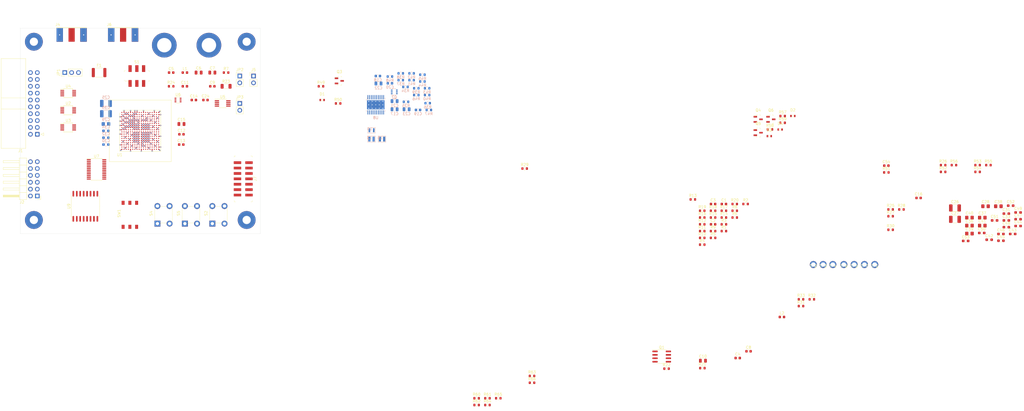
<source format=kicad_pcb>
(kicad_pcb (version 20171130) (host pcbnew "(5.1.7)-1")
  (layers (0 F.Cu signal) (1 In1.Cu power) (2 In2.Cu mixed) (31 B.Cu signal) (34 B.Paste user) (35 F.Paste user) (36 B.SilkS user) (37 F.SilkS user) (38 B.Mask user) (39 F.Mask user) (44 Edge.Cuts user))
  (net 0 "")
  (net 1 GND)
  (net 2 "Net-(C4-Pad2)")
  (net 3 "Net-(C5-Pad1)")
  (net 4 "Net-(C7-Pad1)")
  (net 5 "Net-(C8-Pad2)")
  (net 6 +5V)
  (net 7 "Net-(C11-Pad2)")
  (net 8 "Net-(C11-Pad1)")
  (net 9 "Net-(C12-Pad1)")
  (net 10 "Net-(C14-Pad2)")
  (net 11 "Net-(C14-Pad1)")
  (net 12 "Net-(F1-Pad2)")
  (net 13 "/Connectors, IO/CW_TARG4")
  (net 14 "/Connectors, IO/CW_TARG3")
  (net 15 "/Connectors, IO/CW_TARG2")
  (net 16 "/Connectors, IO/CW_TARG1")
  (net 17 "/Connectors, IO/CW_HS2")
  (net 18 "/Connectors, IO/CW_HS1")
  (net 19 "/Connectors, IO/CW_PDID")
  (net 20 "/Connectors, IO/CW_PDIC")
  (net 21 "/Connectors, IO/CW_SCK")
  (net 22 "/Connectors, IO/CW_MOSI")
  (net 23 "/Connectors, IO/CW_MISO")
  (net 24 +1V0)
  (net 25 "Net-(JP2-Pad2)")
  (net 26 JA1)
  (net 27 "Net-(J2-Pad1)")
  (net 28 JA3)
  (net 29 "Net-(J2-Pad3)")
  (net 30 JA2)
  (net 31 "Net-(J2-Pad2)")
  (net 32 JA4)
  (net 33 "Net-(J2-Pad4)")
  (net 34 "Net-(J2-Pad8)")
  (net 35 JA8)
  (net 36 "Net-(J2-Pad10)")
  (net 37 JA10)
  (net 38 "Net-(J2-Pad7)")
  (net 39 JA7)
  (net 40 "Net-(J2-Pad9)")
  (net 41 JA9)
  (net 42 "Net-(R25-Pad1)")
  (net 43 "Net-(R26-Pad1)")
  (net 44 "Net-(R27-Pad2)")
  (net 45 "Net-(R27-Pad1)")
  (net 46 "Net-(R28-Pad2)")
  (net 47 "Net-(R28-Pad1)")
  (net 48 "Net-(R31-Pad2)")
  (net 49 "Net-(R32-Pad2)")
  (net 50 "Net-(R33-Pad2)")
  (net 51 "Net-(J7-Pad10)")
  (net 52 "Net-(J7-Pad8)")
  (net 53 "Net-(J7-Pad4)")
  (net 54 "Net-(J7-Pad6)")
  (net 55 "Net-(C18-Pad2)")
  (net 56 "Net-(C19-Pad2)")
  (net 57 "Net-(C20-Pad2)")
  (net 58 "Net-(D1-Pad2)")
  (net 59 "Net-(Q2-Pad6)")
  (net 60 "Net-(Q2-Pad2)")
  (net 61 "Net-(Q2-Pad5)")
  (net 62 PGOOD)
  (net 63 "Net-(Q3-Pad3)")
  (net 64 "Net-(R34-Pad1)")
  (net 65 "Net-(R37-Pad1)")
  (net 66 "Net-(R41-Pad1)")
  (net 67 "Net-(R42-Pad2)")
  (net 68 ON_OFF)
  (net 69 "Net-(S1-Pad1)")
  (net 70 "Net-(S1-Pad2)")
  (net 71 "Net-(S1-Pad3)")
  (net 72 "Net-(J7-Pad14)")
  (net 73 "Net-(J7-Pad12)")
  (net 74 VCORE_CURRENT_GAIN_1)
  (net 75 VCORE_CURRENT_GAIN_0)
  (net 76 VCORE_CURRENT)
  (net 77 "Net-(J8-Pad1)")
  (net 78 "Net-(U9-Pad14)")
  (net 79 "Net-(U9-Pad13)")
  (net 80 "Net-(U9-Pad12)")
  (net 81 "Net-(U9-Pad11)")
  (net 82 "Net-(U9-Pad6)")
  (net 83 "Net-(U9-Pad5)")
  (net 84 "Net-(U9-Pad4)")
  (net 85 "Net-(U9-Pad3)")
  (net 86 "/Connectors, IO/CW_RST")
  (net 87 "Net-(U1-PadV17)")
  (net 88 "Net-(U1-PadV16)")
  (net 89 "Net-(U1-PadV14)")
  (net 90 "Net-(U1-PadV13)")
  (net 91 "Net-(U1-PadV12)")
  (net 92 "Net-(U1-PadV11)")
  (net 93 "Net-(U1-PadV9)")
  (net 94 "Net-(U1-PadV8)")
  (net 95 "Net-(U1-PadV7)")
  (net 96 "Net-(U1-PadV6)")
  (net 97 "Net-(U1-PadV4)")
  (net 98 "Net-(U1-PadV3)")
  (net 99 "Net-(U1-PadV2)")
  (net 100 "Net-(U1-PadU17)")
  (net 101 "Net-(U1-PadU16)")
  (net 102 "Net-(U1-PadU15)")
  (net 103 "Net-(U1-PadU14)")
  (net 104 "Net-(U1-PadU12)")
  (net 105 "Net-(U1-PadU11)")
  (net 106 "Net-(U1-PadU10)")
  (net 107 "Net-(U1-PadU9)")
  (net 108 "Net-(U1-PadU7)")
  (net 109 "Net-(U1-PadU6)")
  (net 110 "Net-(U1-PadU5)")
  (net 111 "Net-(U1-PadU4)")
  (net 112 "Net-(U1-PadU2)")
  (net 113 "Net-(U1-PadU1)")
  (net 114 "Net-(U1-PadT18)")
  (net 115 "Net-(U1-PadT17)")
  (net 116 "Net-(U1-PadT15)")
  (net 117 "Net-(U1-PadT14)")
  (net 118 "Net-(U1-PadT13)")
  (net 119 "Net-(U1-PadT12)")
  (net 120 "Net-(U1-PadT7)")
  (net 121 "Net-(U1-PadT5)")
  (net 122 "Net-(U1-PadT4)")
  (net 123 "Net-(U1-PadT3)")
  (net 124 "Net-(U1-PadT2)")
  (net 125 "Net-(U1-PadR18)")
  (net 126 "Net-(U1-PadR17)")
  (net 127 "Net-(U1-PadR16)")
  (net 128 "Net-(U1-PadR15)")
  (net 129 "Net-(U1-PadR13)")
  (net 130 "Net-(U1-PadR7)")
  (net 131 "Net-(U1-PadR6)")
  (net 132 "Net-(U1-PadR5)")
  (net 133 "Net-(U1-PadR3)")
  (net 134 "Net-(U1-PadR2)")
  (net 135 "Net-(U1-PadR1)")
  (net 136 "Net-(U1-PadP18)")
  (net 137 "Net-(U1-PadP16)")
  (net 138 "Net-(U1-PadP15)")
  (net 139 "Net-(U1-PadP14)")
  (net 140 "Net-(U1-PadP6)")
  (net 141 "Net-(U1-PadP5)")
  (net 142 "Net-(U1-PadP4)")
  (net 143 "Net-(U1-PadP3)")
  (net 144 "Net-(U1-PadP1)")
  (net 145 "Net-(U1-PadN18)")
  (net 146 "Net-(U1-PadN17)")
  (net 147 "Net-(U1-PadN16)")
  (net 148 "Net-(U1-PadN14)")
  (net 149 "Net-(U1-PadN6)")
  (net 150 "Net-(U1-PadN4)")
  (net 151 "Net-(U1-PadN3)")
  (net 152 "Net-(U1-PadN2)")
  (net 153 "Net-(U1-PadN1)")
  (net 154 "Net-(U1-PadM15)")
  (net 155 "Net-(U1-PadM14)")
  (net 156 "Net-(U1-PadM6)")
  (net 157 "Net-(U1-PadM5)")
  (net 158 "Net-(U1-PadM4)")
  (net 159 "Net-(U1-PadM2)")
  (net 160 "Net-(U1-PadM1)")
  (net 161 "Net-(U1-PadL14)")
  (net 162 "Net-(U1-PadL5)")
  (net 163 "Net-(U1-PadL4)")
  (net 164 "Net-(U1-PadL3)")
  (net 165 "Net-(U1-PadL2)")
  (net 166 "Net-(U1-PadK18)")
  (net 167 "Net-(U1-PadK6)")
  (net 168 "Net-(U1-PadK5)")
  (net 169 "Net-(U1-PadK3)")
  (net 170 "Net-(U1-PadK2)")
  (net 171 "Net-(U1-PadK1)")
  (net 172 "Net-(U1-PadJ18)")
  (net 173 "Net-(U1-PadJ6)")
  (net 174 "Net-(U1-PadJ5)")
  (net 175 "Net-(U1-PadJ4)")
  (net 176 "Net-(U1-PadH18)")
  (net 177 "Net-(U1-PadH17)")
  (net 178 "Net-(U1-PadH16)")
  (net 179 "Net-(U1-PadH14)")
  (net 180 "Net-(U1-PadH2)")
  (net 181 "Net-(U1-PadH1)")
  (net 182 "Net-(U1-PadG17)")
  (net 183 "Net-(U1-PadG16)")
  (net 184 "Net-(U1-PadG15)")
  (net 185 "Net-(U1-PadG14)")
  (net 186 "Net-(U1-PadF18)")
  (net 187 "Net-(U1-PadF17)")
  (net 188 "Net-(U1-PadF15)")
  (net 189 "Net-(U1-PadF14)")
  (net 190 "Net-(U1-PadF2)")
  (net 191 "Net-(U1-PadF1)")
  (net 192 "Net-(U1-PadE18)")
  (net 193 "Net-(U1-PadE17)")
  (net 194 "Net-(U1-PadE16)")
  (net 195 "Net-(U1-PadE15)")
  (net 196 "Net-(U1-PadE13)")
  (net 197 "Net-(U1-PadE4)")
  (net 198 "Net-(U1-PadE3)")
  (net 199 "Net-(U1-PadD18)")
  (net 200 "Net-(U1-PadD16)")
  (net 201 "Net-(U1-PadD15)")
  (net 202 "Net-(U1-PadD14)")
  (net 203 "Net-(U1-PadD13)")
  (net 204 "Net-(U1-PadD11)")
  (net 205 "Net-(U1-PadD10)")
  (net 206 "Net-(U1-PadD9)")
  (net 207 "Net-(U1-PadD8)")
  (net 208 "Net-(U1-PadD6)")
  (net 209 "Net-(U1-PadD5)")
  (net 210 "Net-(U1-PadC18)")
  (net 211 "Net-(U1-PadC17)")
  (net 212 "Net-(U1-PadC16)")
  (net 213 "Net-(U1-PadC14)")
  (net 214 "Net-(U1-PadC13)")
  (net 215 "Net-(U1-PadC12)")
  (net 216 "Net-(U1-PadC11)")
  (net 217 "Net-(U1-PadC9)")
  (net 218 "Net-(U1-PadC8)")
  (net 219 "Net-(U1-PadB17)")
  (net 220 "Net-(U1-PadB16)")
  (net 221 "Net-(U1-PadB15)")
  (net 222 "Net-(U1-PadB14)")
  (net 223 "Net-(U1-PadB12)")
  (net 224 "Net-(U1-PadB11)")
  (net 225 "Net-(U1-PadB10)")
  (net 226 "Net-(U1-PadB9)")
  (net 227 "Net-(U1-PadB6)")
  (net 228 "Net-(U1-PadB5)")
  (net 229 "Net-(U1-PadA17)")
  (net 230 "Net-(U1-PadA15)")
  (net 231 "Net-(U1-PadA14)")
  (net 232 "Net-(U1-PadA13)")
  (net 233 "Net-(U1-PadA12)")
  (net 234 "Net-(U1-PadA10)")
  (net 235 "Net-(U1-PadA9)")
  (net 236 "Net-(U1-PadA6)")
  (net 237 "Net-(U1-PadA4)")
  (net 238 "Net-(U1-PadA3)")
  (net 239 FC_3V3)
  (net 240 FC_5V)
  (net 241 FC_RST)
  (net 242 FC_IO)
  (net 243 FD_TF)
  (net 244 "(Ready)FC2D_HS")
  (net 245 "(Valid)FD2C_HS")
  (net 246 "(Aux)FC_PROG")
  (net 247 FD2C_CLK)
  (net 248 FC2D_CLK)
  (net 249 FC_DIO0)
  (net 250 FC_DIO1)
  (net 251 FC_DIO2)
  (net 252 FC_DIO3)
  (net 253 SW_DONE)
  (net 254 SW_DIN)
  (net 255 SW_INIT_B)
  (net 256 SW_CLK)
  (net 257 SW_PROGRAM_B)
  (net 258 "Net-(L4-Pad1)")
  (net 259 "Net-(L3-Pad1)")
  (net 260 "Net-(L5-Pad1)")
  (net 261 FC2D_HS)
  (net 262 FD2C_HS)
  (net 263 FC_PROG)
  (net 264 FC_DIO1_MUX)
  (net 265 "Net-(U7-Pad22)")
  (net 266 FC_DIO2_MUX)
  (net 267 FC_DIO3_MUX)
  (net 268 "Net-(U7-Pad16)")
  (net 269 "Net-(U7-Pad12)")
  (net 270 "Net-(U7-Pad3)")
  (net 271 "Net-(U7-Pad2)")
  (net 272 FC_DIO0_MUX)
  (net 273 "Net-(R29-Pad2)")
  (net 274 "Net-(R52-Pad1)")
  (net 275 "Net-(R56-Pad2)")
  (net 276 "Net-(S2-Pad3)")
  (net 277 "Net-(S2-Pad1)")
  (net 278 "Net-(D2-Pad2)")
  (net 279 "Net-(D3-Pad2)")
  (net 280 "Net-(D4-Pad2)")
  (net 281 "Net-(Q4-Pad1)")
  (net 282 "Net-(Q4-Pad3)")
  (net 283 "Net-(Q5-Pad1)")
  (net 284 "Net-(Q5-Pad3)")
  (net 285 "Net-(Q6-Pad1)")
  (net 286 "Net-(Q6-Pad3)")
  (net 287 "Net-(R63-Pad2)")
  (net 288 "Net-(R64-Pad2)")
  (net 289 "Net-(R65-Pad2)")
  (net 290 "Net-(R66-Pad2)")
  (net 291 "Net-(S4-Pad4)")
  (net 292 "Net-(S4-Pad2)")
  (net 293 "Net-(S5-Pad4)")
  (net 294 "Net-(S5-Pad2)")
  (net 295 +3V3)
  (net 296 +1V8)
  (net 297 VCC)
  (module Resistor_SMD:R_0603_1608Metric (layer F.Cu) (at 186.69 52.07)
    (fp_text reference R29 (at 0 -1.43) (layer F.SilkS))
    (fp_text value 0R)
    (pad 2 smd roundrect (at 0.825 0) (size 0.8 0.95) (layers F.Cu F.Paste F.Mask) (net 273 "Net-(R29-Pad2)"))
    (pad 1 smd roundrect (at -0.825 0) (size 0.8 0.95) (layers F.Cu F.Paste F.Mask) (net 256 SW_CLK))
  )
  (module digikey-footprints:Switch_Tactile_THT_6x6mm (layer F.Cu) (at 60.96 72.46 90)
    (fp_text reference S5 (at 3.81 -2.3368 90) (layer F.SilkS))
    (fp_text value 1825910-6)
    (pad 3 thru_hole circle (at 0 4.5 90) (size 2.2 2.2) (drill 1.2) (layers *.Cu *.Mask) (net 289 "Net-(R65-Pad2)"))
    (pad 4 thru_hole circle (at 6.5 4.5 90) (size 2.2 2.2) (drill 1.2) (layers *.Cu *.Mask) (net 293 "Net-(S5-Pad4)"))
    (pad 2 thru_hole circle (at 6.5 0 90) (size 2.2 2.2) (drill 1.2) (layers *.Cu *.Mask) (net 294 "Net-(S5-Pad2)"))
    (pad 1 thru_hole rect (at 0 0 90) (size 2.2 2.2) (drill 1.2) (layers *.Cu *.Mask) (net 239 FC_3V3))
  )
  (module digikey-footprints:Switch_Tactile_THT_6x6mm (layer F.Cu) (at 50.8 72.46 90)
    (fp_text reference S4 (at 3.81 -2.3368 90) (layer F.SilkS))
    (fp_text value 1825910-6)
    (pad 3 thru_hole circle (at 0 4.5 90) (size 2.2 2.2) (drill 1.2) (layers *.Cu *.Mask) (net 287 "Net-(R63-Pad2)"))
    (pad 4 thru_hole circle (at 6.5 4.5 90) (size 2.2 2.2) (drill 1.2) (layers *.Cu *.Mask) (net 291 "Net-(S4-Pad4)"))
    (pad 2 thru_hole circle (at 6.5 0 90) (size 2.2 2.2) (drill 1.2) (layers *.Cu *.Mask) (net 292 "Net-(S4-Pad2)"))
    (pad 1 thru_hole rect (at 0 0 90) (size 2.2 2.2) (drill 1.2) (layers *.Cu *.Mask) (net 239 FC_3V3))
  )
  (module Resistor_SMD:R_0603_1608Metric (layer F.Cu) (at 189.41 131.42)
    (fp_text reference R66 (at 0 -1.43) (layer F.SilkS))
    (fp_text value 10KR)
    (pad 2 smd roundrect (at 0.825 0) (size 0.8 0.95) (layers F.Cu F.Paste F.Mask) (net 290 "Net-(R66-Pad2)"))
    (pad 1 smd roundrect (at -0.825 0) (size 0.8 0.95) (layers F.Cu F.Paste F.Mask) (net 289 "Net-(R65-Pad2)"))
  )
  (module Resistor_SMD:R_0603_1608Metric (layer F.Cu) (at 176.93 137.16)
    (fp_text reference R65 (at 0 -1.43) (layer F.SilkS))
    (fp_text value 10KR)
    (pad 2 smd roundrect (at 0.825 0) (size 0.8 0.95) (layers F.Cu F.Paste F.Mask) (net 289 "Net-(R65-Pad2)"))
    (pad 1 smd roundrect (at -0.825 0) (size 0.8 0.95) (layers F.Cu F.Paste F.Mask) (net 1 GND))
  )
  (module Resistor_SMD:R_0603_1608Metric (layer F.Cu) (at 172.92 139.67)
    (fp_text reference R64 (at 0 -1.43) (layer F.SilkS))
    (fp_text value 10KR)
    (pad 2 smd roundrect (at 0.825 0) (size 0.8 0.95) (layers F.Cu F.Paste F.Mask) (net 288 "Net-(R64-Pad2)"))
    (pad 1 smd roundrect (at -0.825 0) (size 0.8 0.95) (layers F.Cu F.Paste F.Mask) (net 287 "Net-(R63-Pad2)"))
  )
  (module Resistor_SMD:R_0603_1608Metric (layer F.Cu) (at 189.41 128.91)
    (fp_text reference R63 (at 0 -1.43) (layer F.SilkS))
    (fp_text value 10KR)
    (pad 2 smd roundrect (at 0.825 0) (size 0.8 0.95) (layers F.Cu F.Paste F.Mask) (net 287 "Net-(R63-Pad2)"))
    (pad 1 smd roundrect (at -0.825 0) (size 0.8 0.95) (layers F.Cu F.Paste F.Mask) (net 1 GND))
  )
  (module Resistor_SMD:R_0603_1608Metric (layer F.Cu) (at 168.91 139.67)
    (fp_text reference R62 (at 0 -1.43) (layer F.SilkS))
    (fp_text value 10KR)
    (pad 2 smd roundrect (at 0.825 0) (size 0.8 0.95) (layers F.Cu F.Paste F.Mask) (net 285 "Net-(Q6-Pad1)"))
    (pad 1 smd roundrect (at -0.825 0) (size 0.8 0.95) (layers F.Cu F.Paste F.Mask) (net 1 GND))
  )
  (module Resistor_SMD:R_0603_1608Metric (layer F.Cu) (at 172.92 137.16)
    (fp_text reference R61 (at 0 -1.43) (layer F.SilkS))
    (fp_text value 10KR)
    (pad 2 smd roundrect (at 0.825 0) (size 0.8 0.95) (layers F.Cu F.Paste F.Mask) (net 283 "Net-(Q5-Pad1)"))
    (pad 1 smd roundrect (at -0.825 0) (size 0.8 0.95) (layers F.Cu F.Paste F.Mask) (net 1 GND))
  )
  (module Resistor_SMD:R_0603_1608Metric (layer F.Cu) (at 168.91 137.16)
    (fp_text reference R60 (at 0 -1.43) (layer F.SilkS))
    (fp_text value 10KR)
    (pad 2 smd roundrect (at 0.825 0) (size 0.8 0.95) (layers F.Cu F.Paste F.Mask) (net 281 "Net-(Q4-Pad1)"))
    (pad 1 smd roundrect (at -0.825 0) (size 0.8 0.95) (layers F.Cu F.Paste F.Mask) (net 1 GND))
  )
  (module cerg:MH_4-40 (layer F.Cu) (at 83.82 5.08)
    (fp_text reference H4 (at 0 0.5) (layer F.SilkS))
    (fp_text value MountingHole)
    (pad 1 thru_hole circle (at 0 0) (size 6.604 6.604) (drill 3.048) (layers *.Cu *.Mask))
  )
  (module cerg:MH_4-40 (layer F.Cu) (at 83.82 71.12)
    (fp_text reference H3 (at 0 0.5) (layer F.SilkS))
    (fp_text value MountingHole)
    (pad 1 thru_hole circle (at 0 0) (size 6.604 6.604) (drill 3.048) (layers *.Cu *.Mask))
  )
  (module cerg:MH_4-40 (layer F.Cu) (at 5.08 5.08)
    (fp_text reference H2 (at 0 0.5) (layer F.SilkS))
    (fp_text value MountingHole)
    (pad 1 thru_hole circle (at 0 0) (size 6.604 6.604) (drill 3.048) (layers *.Cu *.Mask))
  )
  (module cerg:MH_4-40 (layer F.Cu) (at 5.08 71.12)
    (fp_text reference H1 (at 0 0.5) (layer F.SilkS))
    (fp_text value MountingHole)
    (pad 1 thru_hole circle (at 0 0) (size 6.604 6.604) (drill 3.048) (layers *.Cu *.Mask))
  )
  (module cerg:L_SRN2012 (layer B.Cu) (at 133.13 41.15)
    (fp_text reference L5 (at 0 -0.5) (layer B.SilkS) (effects (justify mirror)))
    (fp_text value 2.2uH)
    (pad 2 smd rect (at 1.5748 0) (size 0.7874 1.8034) (layers B.Cu B.Paste B.Mask) (net 295 +3V3))
    (pad 1 smd rect (at 0 0) (size 0.7874 1.8034) (layers B.Cu B.Paste B.Mask) (net 260 "Net-(L5-Pad1)"))
  )
  (module cerg:L_BRC2012 (layer B.Cu) (at 129.2454 37.877)
    (fp_text reference L4 (at 0 -0.5) (layer B.SilkS) (effects (justify mirror)))
    (fp_text value 3.3uH)
    (pad 2 smd rect (at 1.6 0) (size 0.6 1.45) (layers B.Cu B.Paste B.Mask) (net 296 +1V8))
    (pad 1 smd rect (at 0 0) (size 0.6 1.45) (layers B.Cu B.Paste B.Mask) (net 258 "Net-(L4-Pad1)"))
  )
  (module cerg:L_SRN2012 (layer B.Cu) (at 129.22 41.15)
    (fp_text reference L3 (at 0 -0.5) (layer B.SilkS) (effects (justify mirror)))
    (fp_text value 1.5uH)
    (pad 2 smd rect (at 1.5748 0) (size 0.7874 1.8034) (layers B.Cu B.Paste B.Mask) (net 24 +1V0))
    (pad 1 smd rect (at 0 0) (size 0.7874 1.8034) (layers B.Cu B.Paste B.Mask) (net 259 "Net-(L3-Pad1)"))
  )
  (module Resistor_SMD:R_0603_1608Metric (layer F.Cu) (at 282.15 35.12)
    (fp_text reference R59 (at 0 -1.43) (layer F.SilkS))
    (fp_text value 800R)
    (pad 2 smd roundrect (at 0.825 0) (size 0.8 0.95) (layers F.Cu F.Paste F.Mask) (net 286 "Net-(Q6-Pad3)"))
    (pad 1 smd roundrect (at -0.825 0) (size 0.8 0.95) (layers F.Cu F.Paste F.Mask) (net 280 "Net-(D4-Pad2)"))
  )
  (module Resistor_SMD:R_0603_1608Metric (layer F.Cu) (at 277.45 37.56)
    (fp_text reference R58 (at 0 -1.43) (layer F.SilkS))
    (fp_text value 800R)
    (pad 2 smd roundrect (at 0.825 0) (size 0.8 0.95) (layers F.Cu F.Paste F.Mask) (net 284 "Net-(Q5-Pad3)"))
    (pad 1 smd roundrect (at -0.825 0) (size 0.8 0.95) (layers F.Cu F.Paste F.Mask) (net 279 "Net-(D3-Pad2)"))
  )
  (module Resistor_SMD:R_0603_1608Metric (layer F.Cu) (at 282.15 32.61)
    (fp_text reference R57 (at 0 -1.43) (layer F.SilkS))
    (fp_text value 800R)
    (pad 2 smd roundrect (at 0.825 0) (size 0.8 0.95) (layers F.Cu F.Paste F.Mask) (net 282 "Net-(Q4-Pad3)"))
    (pad 1 smd roundrect (at -0.825 0) (size 0.8 0.95) (layers F.Cu F.Paste F.Mask) (net 278 "Net-(D2-Pad2)"))
  )
  (module digikey-footprints:SOT-23-3 (layer F.Cu) (at 277.795 33.83)
    (fp_text reference Q6 (at 0.025 -3.375) (layer F.SilkS))
    (fp_text value FDV301N)
    (pad 1 smd rect (at -1.05 -0.95) (size 1.3 0.6) (layers F.Cu F.Paste F.Mask) (net 285 "Net-(Q6-Pad1)"))
    (pad 2 smd rect (at -1.05 0.95) (size 1.3 0.6) (layers F.Cu F.Paste F.Mask) (net 1 GND))
    (pad 3 smd rect (at 1.05 0) (size 1.3 0.6) (layers F.Cu F.Paste F.Mask) (net 286 "Net-(Q6-Pad3)"))
  )
  (module digikey-footprints:SOT-23-3 (layer F.Cu) (at 273.095 38.78)
    (fp_text reference Q5 (at 0.025 -3.375) (layer F.SilkS))
    (fp_text value FDV301N)
    (pad 1 smd rect (at -1.05 -0.95) (size 1.3 0.6) (layers F.Cu F.Paste F.Mask) (net 283 "Net-(Q5-Pad1)"))
    (pad 2 smd rect (at -1.05 0.95) (size 1.3 0.6) (layers F.Cu F.Paste F.Mask) (net 1 GND))
    (pad 3 smd rect (at 1.05 0) (size 1.3 0.6) (layers F.Cu F.Paste F.Mask) (net 284 "Net-(Q5-Pad3)"))
  )
  (module digikey-footprints:SOT-23-3 (layer F.Cu) (at 273.095 33.83)
    (fp_text reference Q4 (at 0.025 -3.375) (layer F.SilkS))
    (fp_text value FDV301N)
    (pad 1 smd rect (at -1.05 -0.95) (size 1.3 0.6) (layers F.Cu F.Paste F.Mask) (net 281 "Net-(Q4-Pad1)"))
    (pad 2 smd rect (at -1.05 0.95) (size 1.3 0.6) (layers F.Cu F.Paste F.Mask) (net 1 GND))
    (pad 3 smd rect (at 1.05 0) (size 1.3 0.6) (layers F.Cu F.Paste F.Mask) (net 282 "Net-(Q4-Pad3)"))
  )
  (module cerg:575-8 (layer F.Cu) (at 53.34 6.35)
    (fp_text reference J8 (at 0 0.5) (layer F.SilkS))
    (fp_text value 575-8)
    (pad 1 thru_hole circle (at 0 0) (size 9.144 9.144) (drill 5.334) (layers *.Cu *.Mask) (net 77 "Net-(J8-Pad1)"))
  )
  (module cerg:575-8 (layer F.Cu) (at 69.85 6.35)
    (fp_text reference J3 (at 0 0.5) (layer F.SilkS))
    (fp_text value 575-8)
    (pad 1 thru_hole circle (at 0 0) (size 9.144 9.144) (drill 5.334) (layers *.Cu *.Mask) (net 1 GND))
  )
  (module digikey-footprints:0603 (layer F.Cu) (at 281.23 37.61)
    (fp_text reference D4 (at 0 -2.2) (layer F.SilkS))
    (fp_text value LG_L29K-G2J1-24-Z)
    (pad 1 smd rect (at -0.7 0) (size 0.6 0.8) (layers F.Cu F.Paste F.Mask) (net 239 FC_3V3))
    (pad 2 smd rect (at 0.7 0) (size 0.6 0.8) (layers F.Cu F.Paste F.Mask) (net 280 "Net-(D4-Pad2)"))
  )
  (module digikey-footprints:0603 (layer F.Cu) (at 277.22 40.05)
    (fp_text reference D3 (at 0 -2.2) (layer F.SilkS))
    (fp_text value LG_L29K-G2J1-24-Z)
    (pad 1 smd rect (at -0.7 0) (size 0.6 0.8) (layers F.Cu F.Paste F.Mask) (net 239 FC_3V3))
    (pad 2 smd rect (at 0.7 0) (size 0.6 0.8) (layers F.Cu F.Paste F.Mask) (net 279 "Net-(D3-Pad2)"))
  )
  (module digikey-footprints:0603 (layer F.Cu) (at 285.93 32.59)
    (fp_text reference D2 (at 0 -2.2) (layer F.SilkS))
    (fp_text value LG_L29K-G2J1-24-Z)
    (pad 1 smd rect (at -0.7 0) (size 0.6 0.8) (layers F.Cu F.Paste F.Mask) (net 239 FC_3V3))
    (pad 2 smd rect (at 0.7 0) (size 0.6 0.8) (layers F.Cu F.Paste F.Mask) (net 278 "Net-(D2-Pad2)"))
  )
  (module Connector_PinHeader_2.54mm:PinHeader_2x06_P2.54mm_Horizontal (layer F.Cu) (at 6.35 62.23 180)
    (fp_text reference J2 (at 5.655 -2.27) (layer F.SilkS))
    (fp_text value "Pmod 2x6")
    (pad 12 thru_hole oval (at 2.54 12.7 180) (size 1.7 1.7) (drill 1) (layers *.Cu *.Mask) (net 295 +3V3))
    (pad 11 thru_hole oval (at 0 12.7 180) (size 1.7 1.7) (drill 1) (layers *.Cu *.Mask) (net 1 GND))
    (pad 10 thru_hole oval (at 2.54 10.16 180) (size 1.7 1.7) (drill 1) (layers *.Cu *.Mask) (net 36 "Net-(J2-Pad10)"))
    (pad 9 thru_hole oval (at 0 10.16 180) (size 1.7 1.7) (drill 1) (layers *.Cu *.Mask) (net 40 "Net-(J2-Pad9)"))
    (pad 8 thru_hole oval (at 2.54 7.62 180) (size 1.7 1.7) (drill 1) (layers *.Cu *.Mask) (net 34 "Net-(J2-Pad8)"))
    (pad 7 thru_hole oval (at 0 7.62 180) (size 1.7 1.7) (drill 1) (layers *.Cu *.Mask) (net 38 "Net-(J2-Pad7)"))
    (pad 6 thru_hole oval (at 2.54 5.08 180) (size 1.7 1.7) (drill 1) (layers *.Cu *.Mask) (net 295 +3V3))
    (pad 5 thru_hole oval (at 0 5.08 180) (size 1.7 1.7) (drill 1) (layers *.Cu *.Mask) (net 1 GND))
    (pad 4 thru_hole oval (at 2.54 2.54 180) (size 1.7 1.7) (drill 1) (layers *.Cu *.Mask) (net 33 "Net-(J2-Pad4)"))
    (pad 3 thru_hole oval (at 0 2.54 180) (size 1.7 1.7) (drill 1) (layers *.Cu *.Mask) (net 29 "Net-(J2-Pad3)"))
    (pad 2 thru_hole oval (at 2.54 0 180) (size 1.7 1.7) (drill 1) (layers *.Cu *.Mask) (net 31 "Net-(J2-Pad2)"))
    (pad 1 thru_hole rect (at 0 0 180) (size 1.7 1.7) (drill 1) (layers *.Cu *.Mask) (net 27 "Net-(J2-Pad1)"))
  )
  (module digikey-footprints:Switch_Tactile_THT_6x6mm (layer F.Cu) (at 71.12 72.46 90)
    (fp_text reference S2 (at 3.81 -2.3368 90) (layer F.SilkS))
    (fp_text value 1825910-6)
    (pad 3 thru_hole circle (at 0 4.5 90) (size 2.2 2.2) (drill 1.2) (layers *.Cu *.Mask) (net 276 "Net-(S2-Pad3)"))
    (pad 4 thru_hole circle (at 6.5 4.5 90) (size 2.2 2.2) (drill 1.2) (layers *.Cu *.Mask) (net 1 GND))
    (pad 2 thru_hole circle (at 6.5 0 90) (size 2.2 2.2) (drill 1.2) (layers *.Cu *.Mask) (net 257 SW_PROGRAM_B))
    (pad 1 thru_hole rect (at 0 0 90) (size 2.2 2.2) (drill 1.2) (layers *.Cu *.Mask) (net 277 "Net-(S2-Pad1)"))
  )
  (module Resistor_SMD:R_0603_1608Metric (layer F.Cu) (at 345.54 50.79)
    (fp_text reference R56 (at 0 -1.43) (layer F.SilkS))
    (fp_text value 33R)
    (pad 2 smd roundrect (at 0.825 0) (size 0.8 0.95) (layers F.Cu F.Paste F.Mask) (net 275 "Net-(R56-Pad2)"))
    (pad 1 smd roundrect (at -0.825 0) (size 0.8 0.95) (layers F.Cu F.Paste F.Mask) (net 256 SW_CLK))
  )
  (module Resistor_SMD:R_0603_1608Metric (layer F.Cu) (at 358.3 50.79)
    (fp_text reference R55 (at 0 -1.43) (layer F.SilkS))
    (fp_text value 4.7KR)
    (pad 2 smd roundrect (at 0.825 0) (size 0.8 0.95) (layers F.Cu F.Paste F.Mask) (net 295 +3V3))
    (pad 1 smd roundrect (at -0.825 0) (size 0.8 0.95) (layers F.Cu F.Paste F.Mask) (net 255 SW_INIT_B))
  )
  (module Resistor_SMD:R_0603_1608Metric (layer F.Cu) (at 354.29 53.3)
    (fp_text reference R54 (at 0 -1.43) (layer F.SilkS))
    (fp_text value 4.7KR)
    (pad 2 smd roundrect (at 0.825 0) (size 0.8 0.95) (layers F.Cu F.Paste F.Mask) (net 295 +3V3))
    (pad 1 smd roundrect (at -0.825 0) (size 0.8 0.95) (layers F.Cu F.Paste F.Mask) (net 257 SW_PROGRAM_B))
  )
  (module Resistor_SMD:R_0603_1608Metric (layer F.Cu) (at 354.29 50.79)
    (fp_text reference R53 (at 0 -1.43) (layer F.SilkS))
    (fp_text value 330R)
    (pad 2 smd roundrect (at 0.825 0) (size 0.8 0.95) (layers F.Cu F.Paste F.Mask) (net 295 +3V3))
    (pad 1 smd roundrect (at -0.825 0) (size 0.8 0.95) (layers F.Cu F.Paste F.Mask) (net 253 SW_DONE))
  )
  (module Resistor_SMD:R_0603_1608Metric (layer F.Cu) (at 341.53 53.3)
    (fp_text reference R52 (at 0 -1.43) (layer F.SilkS))
    (fp_text value 4.7KR)
    (pad 2 smd roundrect (at 0.825 0) (size 0.8 0.95) (layers F.Cu F.Paste F.Mask) (net 295 +3V3))
    (pad 1 smd roundrect (at -0.825 0) (size 0.8 0.95) (layers F.Cu F.Paste F.Mask) (net 274 "Net-(R52-Pad1)"))
  )
  (module Resistor_SMD:R_0603_1608Metric (layer F.Cu) (at 341.53 50.79)
    (fp_text reference R26 (at 0 -1.43) (layer F.SilkS))
    (fp_text value 4.7KR)
    (pad 2 smd roundrect (at 0.825 0) (size 0.8 0.95) (layers F.Cu F.Paste F.Mask) (net 295 +3V3))
    (pad 1 smd roundrect (at -0.825 0) (size 0.8 0.95) (layers F.Cu F.Paste F.Mask) (net 43 "Net-(R26-Pad1)"))
  )
  (module Package_SO:TSSOP-24_4.4x7.8mm_P0.65mm (layer F.Cu) (at 28.2625 52.365)
    (fp_text reference U7 (at 0 -4.85) (layer F.SilkS))
    (fp_text value TS3A27518EIPWRQ1)
    (pad 24 smd roundrect (at 2.8625 -3.575) (size 1.475 0.4) (layers F.Cu F.Paste F.Mask) (net 263 FC_PROG))
    (pad 23 smd roundrect (at 2.8625 -2.925) (size 1.475 0.4) (layers F.Cu F.Paste F.Mask) (net 264 FC_DIO1_MUX))
    (pad 22 smd roundrect (at 2.8625 -2.275) (size 1.475 0.4) (layers F.Cu F.Paste F.Mask) (net 265 "Net-(U7-Pad22)"))
    (pad 21 smd roundrect (at 2.8625 -1.625) (size 1.475 0.4) (layers F.Cu F.Paste F.Mask) (net 266 FC_DIO2_MUX))
    (pad 20 smd roundrect (at 2.8625 -0.975) (size 1.475 0.4) (layers F.Cu F.Paste F.Mask) (net 239 FC_3V3))
    (pad 19 smd roundrect (at 2.8625 -0.325) (size 1.475 0.4) (layers F.Cu F.Paste F.Mask) (net 267 FC_DIO3_MUX))
    (pad 18 smd roundrect (at 2.8625 0.325) (size 1.475 0.4) (layers F.Cu F.Paste F.Mask) (net 255 SW_INIT_B))
    (pad 17 smd roundrect (at 2.8625 0.975) (size 1.475 0.4) (layers F.Cu F.Paste F.Mask) (net 257 SW_PROGRAM_B))
    (pad 16 smd roundrect (at 2.8625 1.625) (size 1.475 0.4) (layers F.Cu F.Paste F.Mask) (net 268 "Net-(U7-Pad16)"))
    (pad 15 smd roundrect (at 2.8625 2.275) (size 1.475 0.4) (layers F.Cu F.Paste F.Mask) (net 254 SW_DIN))
    (pad 14 smd roundrect (at 2.8625 2.925) (size 1.475 0.4) (layers F.Cu F.Paste F.Mask) (net 263 FC_PROG))
    (pad 13 smd roundrect (at 2.8625 3.575) (size 1.475 0.4) (layers F.Cu F.Paste F.Mask) (net 256 SW_CLK))
    (pad 12 smd roundrect (at -2.8625 3.575) (size 1.475 0.4) (layers F.Cu F.Paste F.Mask) (net 269 "Net-(U7-Pad12)"))
    (pad 11 smd roundrect (at -2.8625 2.925) (size 1.475 0.4) (layers F.Cu F.Paste F.Mask) (net 253 SW_DONE))
    (pad 10 smd roundrect (at -2.8625 2.275) (size 1.475 0.4) (layers F.Cu F.Paste F.Mask) (net 252 FC_DIO3))
    (pad 9 smd roundrect (at -2.8625 1.625) (size 1.475 0.4) (layers F.Cu F.Paste F.Mask) (net 251 FC_DIO2))
    (pad 8 smd roundrect (at -2.8625 0.975) (size 1.475 0.4) (layers F.Cu F.Paste F.Mask) (net 239 FC_3V3))
    (pad 7 smd roundrect (at -2.8625 0.325) (size 1.475 0.4) (layers F.Cu F.Paste F.Mask) (net 250 FC_DIO1))
    (pad 6 smd roundrect (at -2.8625 -0.325) (size 1.475 0.4) (layers F.Cu F.Paste F.Mask) (net 249 FC_DIO0))
    (pad 5 smd roundrect (at -2.8625 -0.975) (size 1.475 0.4) (layers F.Cu F.Paste F.Mask) (net 1 GND))
    (pad 4 smd roundrect (at -2.8625 -1.625) (size 1.475 0.4) (layers F.Cu F.Paste F.Mask) (net 243 FD_TF))
    (pad 3 smd roundrect (at -2.8625 -2.275) (size 1.475 0.4) (layers F.Cu F.Paste F.Mask) (net 270 "Net-(U7-Pad3)"))
    (pad 2 smd roundrect (at -2.8625 -2.925) (size 1.475 0.4) (layers F.Cu F.Paste F.Mask) (net 271 "Net-(U7-Pad2)"))
    (pad 1 smd roundrect (at -2.8625 -3.575) (size 1.475 0.4) (layers F.Cu F.Paste F.Mask) (net 272 FC_DIO0_MUX))
  )
  (module Resistor_SMD:R_0603_1608Metric (layer F.Cu) (at 320.53 53.5)
    (fp_text reference R51 (at 0 -1.43) (layer F.SilkS))
    (fp_text value 10KR)
    (pad 2 smd roundrect (at 0.825 0) (size 0.8 0.95) (layers F.Cu F.Paste F.Mask) (net 263 FC_PROG))
    (pad 1 smd roundrect (at -0.825 0) (size 0.8 0.95) (layers F.Cu F.Paste F.Mask) (net 1 GND))
  )
  (module Capacitor_SMD:C_0603_1608Metric (layer F.Cu) (at 320.53 50.99)
    (fp_text reference C54 (at 0 -1.43) (layer F.SilkS))
    (fp_text value 100nF)
    (pad 2 smd roundrect (at 0.775 0) (size 0.9 0.95) (layers F.Cu F.Paste F.Mask) (net 1 GND))
    (pad 1 smd roundrect (at -0.775 0) (size 0.9 0.95) (layers F.Cu F.Paste F.Mask) (net 239 FC_3V3))
  )
  (module digikey-footprints:PinHeader_2x7_P2mm_SMD (layer F.Cu) (at 82.55 55.88 270)
    (fp_text reference J7 (at 0 -4.45 90) (layer F.SilkS))
    (fp_text value 0878321420)
    (pad "" np_thru_hole circle (at -5 0 270) (size 1 1) (drill 1) (layers *.Cu *.Mask))
    (pad 13 smd rect (at 6 2.13 270) (size 1 2.75) (layers F.Cu F.Paste F.Mask) (net 1 GND))
    (pad 14 smd rect (at 6 -2.13 270) (size 1 2.75) (layers F.Cu F.Paste F.Mask) (net 72 "Net-(J7-Pad14)"))
    (pad 11 smd rect (at 4 2.13 270) (size 1 2.75) (layers F.Cu F.Paste F.Mask) (net 1 GND))
    (pad 12 smd rect (at 4 -2.13 270) (size 1 2.75) (layers F.Cu F.Paste F.Mask) (net 73 "Net-(J7-Pad12)"))
    (pad 9 smd rect (at 2 2.13 270) (size 1 2.75) (layers F.Cu F.Paste F.Mask) (net 1 GND))
    (pad 10 smd rect (at 2 -2.13 270) (size 1 2.75) (layers F.Cu F.Paste F.Mask) (net 51 "Net-(J7-Pad10)"))
    (pad 7 smd rect (at 0 2.13 270) (size 1 2.75) (layers F.Cu F.Paste F.Mask) (net 1 GND))
    (pad 8 smd rect (at 0 -2.13 270) (size 1 2.75) (layers F.Cu F.Paste F.Mask) (net 52 "Net-(J7-Pad8)"))
    (pad 5 smd rect (at -2 2.13 270) (size 1 2.75) (layers F.Cu F.Paste F.Mask) (net 1 GND))
    (pad 6 smd rect (at -2 -2.13 270) (size 1 2.75) (layers F.Cu F.Paste F.Mask) (net 54 "Net-(J7-Pad6)"))
    (pad 3 smd rect (at -4 2.13 270) (size 1 2.75) (layers F.Cu F.Paste F.Mask) (net 1 GND))
    (pad 4 smd rect (at -4 -2.13 270) (size 1 2.75) (layers F.Cu F.Paste F.Mask) (net 53 "Net-(J7-Pad4)"))
    (pad 1 smd rect (at -6 2.13 270) (size 1 2.75) (layers F.Cu F.Paste F.Mask) (net 1 GND))
    (pad 2 smd rect (at -6 -2.13 270) (size 1 2.75) (layers F.Cu F.Paste F.Mask) (net 295 +3V3))
    (pad "" np_thru_hole circle (at 5 0 270) (size 1 1) (drill 1) (layers *.Cu *.Mask))
  )
  (module Connector_PinHeader_2.54mm:PinHeader_1x02_P2.54mm_Vertical (layer F.Cu) (at 81.28 27.94)
    (fp_text reference JP3 (at 0 -2.33) (layer F.SilkS))
    (fp_text value Shunt1R)
    (pad 2 thru_hole oval (at 0 2.54) (size 1.7 1.7) (drill 1) (layers *.Cu *.Mask) (net 297 VCC))
    (pad 1 thru_hole rect (at 0 0) (size 1.7 1.7) (drill 1) (layers *.Cu *.Mask) (net 25 "Net-(JP2-Pad2)"))
  )
  (module Connector_PinHeader_2.54mm:PinHeader_1x02_P2.54mm_Vertical (layer F.Cu) (at 81.28 17.78)
    (fp_text reference JP2 (at 0 -2.33) (layer F.SilkS))
    (fp_text value CurProbe)
    (pad 2 thru_hole oval (at 0 2.54) (size 1.7 1.7) (drill 1) (layers *.Cu *.Mask) (net 25 "Net-(JP2-Pad2)"))
    (pad 1 thru_hole rect (at 0 0) (size 1.7 1.7) (drill 1) (layers *.Cu *.Mask) (net 4 "Net-(C7-Pad1)"))
  )
  (module Connector_PinHeader_2.54mm:PinHeader_1x02_P2.54mm_Vertical (layer F.Cu) (at 86.36 17.78)
    (fp_text reference J5 (at 0 -2.33) (layer F.SilkS))
    (fp_text value Conn_01x02)
    (pad 2 thru_hole oval (at 0 2.54) (size 1.7 1.7) (drill 1) (layers *.Cu *.Mask) (net 1 GND))
    (pad 1 thru_hole rect (at 0 0) (size 1.7 1.7) (drill 1) (layers *.Cu *.Mask) (net 297 VCC))
  )
  (module digikey-footprints:TSSOP-20-1EP_W4.4mm (layer B.Cu) (at 131.583 28.442)
    (fp_text reference U8 (at 0 4.79) (layer B.SilkS) (effects (justify mirror)))
    (fp_text value LTC3569EFE#PBF)
    (pad 21 thru_hole circle (at 2.6 -1.3) (size 0.3 0.3) (drill 0.3) (layers *.Cu *.Mask))
    (pad 21 thru_hole circle (at 1.3 -1.3) (size 0.3 0.3) (drill 0.3) (layers *.Cu *.Mask))
    (pad 21 thru_hole circle (at 0 -1.3) (size 0.3 0.3) (drill 0.3) (layers *.Cu *.Mask))
    (pad 21 thru_hole circle (at -1.3 -1.3) (size 0.3 0.3) (drill 0.3) (layers *.Cu *.Mask))
    (pad 21 thru_hole circle (at -2.6 -1.3) (size 0.3 0.3) (drill 0.3) (layers *.Cu *.Mask))
    (pad 21 thru_hole circle (at 2.6 0) (size 0.3 0.3) (drill 0.3) (layers *.Cu *.Mask))
    (pad 21 thru_hole circle (at 1.3 0) (size 0.3 0.3) (drill 0.3) (layers *.Cu *.Mask))
    (pad 21 thru_hole circle (at 0 0) (size 0.3 0.3) (drill 0.3) (layers *.Cu *.Mask))
    (pad 21 thru_hole circle (at -1.3 0) (size 0.3 0.3) (drill 0.3) (layers *.Cu *.Mask))
    (pad 21 thru_hole circle (at -2.6 0) (size 0.3 0.3) (drill 0.3) (layers *.Cu *.Mask))
    (pad 21 thru_hole circle (at 2.6 1.3) (size 0.3 0.3) (drill 0.3) (layers *.Cu *.Mask))
    (pad 21 thru_hole circle (at 1.3 1.3) (size 0.3 0.3) (drill 0.3) (layers *.Cu *.Mask))
    (pad 21 thru_hole circle (at 0 1.3) (size 0.3 0.3) (drill 0.3) (layers *.Cu *.Mask))
    (pad 21 thru_hole circle (at -1.3 1.3) (size 0.3 0.3) (drill 0.3) (layers *.Cu *.Mask))
    (pad 21 thru_hole circle (at -2.6 1.3) (size 0.3 0.3) (drill 0.3) (layers *.Cu *.Mask))
    (pad 21 smd rect (at 0 -1.5372) (size 3.43 0.325) (layers B.Cu B.Paste B.Mask))
    (pad 21 smd rect (at -2.4825 0) (size 1.535 3.4) (layers B.Cu B.Paste B.Mask))
    (pad 21 smd rect (at 0 0) (size 3.43 2.75) (layers B.Cu B.Paste B.Mask))
    (pad 20 smd rect (at -2.925 2.8) (size 0.3 1.6) (layers B.Cu B.Paste B.Mask))
    (pad 19 smd rect (at -2.275 2.8) (size 0.3 1.6) (layers B.Cu B.Paste B.Mask))
    (pad 18 smd rect (at -1.625 2.8) (size 0.3 1.6) (layers B.Cu B.Paste B.Mask))
    (pad 17 smd rect (at -0.975 2.8) (size 0.3 1.6) (layers B.Cu B.Paste B.Mask) (net 1 GND))
    (pad 16 smd rect (at -0.325 2.8) (size 0.3 1.6) (layers B.Cu B.Paste B.Mask) (net 55 "Net-(C18-Pad2)"))
    (pad 15 smd rect (at 0.325 2.8) (size 0.3 1.6) (layers B.Cu B.Paste B.Mask) (net 56 "Net-(C19-Pad2)"))
    (pad 14 smd rect (at 0.975 2.8) (size 0.3 1.6) (layers B.Cu B.Paste B.Mask) (net 6 +5V))
    (pad 13 smd rect (at 1.625 2.8) (size 0.3 1.6) (layers B.Cu B.Paste B.Mask) (net 65 "Net-(R37-Pad1)"))
    (pad 12 smd rect (at 2.275 2.8) (size 0.3 1.6) (layers B.Cu B.Paste B.Mask) (net 62 PGOOD))
    (pad 11 smd rect (at 2.925 2.8) (size 0.3 1.6) (layers B.Cu B.Paste B.Mask) (net 6 +5V))
    (pad 10 smd rect (at 2.925 -2.8) (size 0.3 1.6) (layers B.Cu B.Paste B.Mask) (net 258 "Net-(L4-Pad1)"))
    (pad 9 smd rect (at 2.275 -2.8) (size 0.3 1.6) (layers B.Cu B.Paste B.Mask) (net 259 "Net-(L3-Pad1)"))
    (pad 8 smd rect (at 1.625 -2.8) (size 0.3 1.6) (layers B.Cu B.Paste B.Mask) (net 6 +5V))
    (pad 7 smd rect (at 0.975 -2.8) (size 0.3 1.6) (layers B.Cu B.Paste B.Mask) (net 260 "Net-(L5-Pad1)"))
    (pad 6 smd rect (at 0.325 -2.8) (size 0.3 1.6) (layers B.Cu B.Paste B.Mask) (net 68 ON_OFF))
    (pad 5 smd rect (at -0.325 -2.8) (size 0.3 1.6) (layers B.Cu B.Paste B.Mask) (net 59 "Net-(Q2-Pad6)"))
    (pad 4 smd rect (at -0.975 -2.8) (size 0.3 1.6) (layers B.Cu B.Paste B.Mask) (net 64 "Net-(R34-Pad1)"))
    (pad 3 smd rect (at -1.625 -2.8) (size 0.3 1.6) (layers B.Cu B.Paste B.Mask) (net 1 GND))
    (pad 2 smd rect (at -2.275 -2.8) (size 0.3 1.6) (layers B.Cu B.Paste B.Mask) (net 6 +5V))
    (pad 1 smd rect (at -2.925 -2.8) (size 0.3 1.6) (layers B.Cu B.Paste B.Mask) (net 57 "Net-(C20-Pad2)"))
    (pad 21 smd rect (at 2.4825 0) (size 1.535 3.4) (layers B.Cu B.Paste B.Mask))
    (pad 21 smd rect (at 0 1.5375) (size 3.43 0.325) (layers B.Cu B.Paste B.Mask))
  )
  (module cerg:5281 (layer F.Cu) (at 312.42 87.63)
    (fp_text reference TP7 (at 0 0.5) (layer F.SilkS))
    (fp_text value 5281)
    (pad 1 thru_hole circle (at 0 0) (size 2.6162 2.6162) (drill 1.6002) (layers *.Cu *.Mask) (net 295 +3V3))
  )
  (module cerg:5281 (layer F.Cu) (at 316.23 87.63)
    (fp_text reference TP1 (at 0 0.5) (layer F.SilkS))
    (fp_text value 5281)
    (pad 1 thru_hole circle (at 0 0) (size 2.6162 2.6162) (drill 1.6002) (layers *.Cu *.Mask) (net 6 +5V))
  )
  (module cerg:5281 (layer F.Cu) (at 304.8 87.63)
    (fp_text reference TP6 (at 0 0.5) (layer F.SilkS))
    (fp_text value 5281)
    (pad 1 thru_hole circle (at 0 0) (size 2.6162 2.6162) (drill 1.6002) (layers *.Cu *.Mask) (net 296 +1V8))
  )
  (module cerg:5281 (layer F.Cu) (at 308.61 87.63)
    (fp_text reference TP5 (at 0 0.5) (layer F.SilkS))
    (fp_text value 5281)
    (pad 1 thru_hole circle (at 0 0) (size 2.6162 2.6162) (drill 1.6002) (layers *.Cu *.Mask) (net 24 +1V0))
  )
  (module cerg:5281 (layer F.Cu) (at 300.73 87.63)
    (fp_text reference TP4 (at 0 0.5) (layer F.SilkS))
    (fp_text value 5281)
    (pad 1 thru_hole circle (at 0 0) (size 2.6162 2.6162) (drill 1.6002) (layers *.Cu *.Mask) (net 1 GND))
  )
  (module cerg:5281 (layer F.Cu) (at 297.12 87.63)
    (fp_text reference TP3 (at 0 0.5) (layer F.SilkS))
    (fp_text value 5281)
    (pad 1 thru_hole circle (at 0 0) (size 2.6162 2.6162) (drill 1.6002) (layers *.Cu *.Mask) (net 240 FC_5V))
  )
  (module cerg:5281 (layer F.Cu) (at 293.51 87.63)
    (fp_text reference TP2 (at 0 0.5) (layer F.SilkS))
    (fp_text value 5281)
    (pad 1 thru_hole circle (at 0 0) (size 2.6162 2.6162) (drill 1.6002) (layers *.Cu *.Mask) (net 239 FC_3V3))
  )
  (module Resistor_SMD:R_0603_1608Metric_Pad0.98x0.95mm_HandSolder (layer F.Cu) (at 349.88 78.88)
    (fp_text reference C53 (at 0 -1.43) (layer F.SilkS))
    (fp_text value .47uF)
    (pad 2 smd roundrect (at 0.9125 0) (size 0.975 0.95) (layers F.Cu F.Paste F.Mask) (net 1 GND))
    (pad 1 smd roundrect (at -0.9125 0) (size 0.975 0.95) (layers F.Cu F.Paste F.Mask) (net 295 +3V3))
  )
  (module Resistor_SMD:R_0603_1608Metric_Pad0.98x0.95mm_HandSolder (layer F.Cu) (at 366.53 65.82)
    (fp_text reference C52 (at 0 -1.43) (layer F.SilkS))
    (fp_text value .47uF)
    (pad 2 smd roundrect (at 0.9125 0) (size 0.975 0.95) (layers F.Cu F.Paste F.Mask) (net 1 GND))
    (pad 1 smd roundrect (at -0.9125 0) (size 0.975 0.95) (layers F.Cu F.Paste F.Mask) (net 295 +3V3))
  )
  (module Resistor_SMD:R_0603_1608Metric_Pad0.98x0.95mm_HandSolder (layer F.Cu) (at 360.58 71.28)
    (fp_text reference C51 (at 0 -1.43) (layer F.SilkS))
    (fp_text value .47uF)
    (pad 2 smd roundrect (at 0.9125 0) (size 0.975 0.95) (layers F.Cu F.Paste F.Mask) (net 1 GND))
    (pad 1 smd roundrect (at -0.9125 0) (size 0.975 0.95) (layers F.Cu F.Paste F.Mask) (net 295 +3V3))
  )
  (module Resistor_SMD:R_0603_1608Metric_Pad0.98x0.95mm_HandSolder (layer F.Cu) (at 355.83 75.93)
    (fp_text reference C50 (at 0 -1.43) (layer F.SilkS))
    (fp_text value .47uF)
    (pad 2 smd roundrect (at 0.9125 0) (size 0.975 0.95) (layers F.Cu F.Paste F.Mask) (net 1 GND))
    (pad 1 smd roundrect (at -0.9125 0) (size 0.975 0.95) (layers F.Cu F.Paste F.Mask) (net 295 +3V3))
  )
  (module Resistor_SMD:R_0603_1608Metric_Pad0.98x0.95mm_HandSolder (layer F.Cu) (at 369.28 68.33)
    (fp_text reference C49 (at 0 -1.43) (layer F.SilkS))
    (fp_text value .47uF)
    (pad 2 smd roundrect (at 0.9125 0) (size 0.975 0.95) (layers F.Cu F.Paste F.Mask) (net 1 GND))
    (pad 1 smd roundrect (at -0.9125 0) (size 0.975 0.95) (layers F.Cu F.Paste F.Mask) (net 295 +3V3))
  )
  (module Resistor_SMD:R_0603_1608Metric_Pad0.98x0.95mm_HandSolder (layer F.Cu) (at 364.93 73.79)
    (fp_text reference C48 (at 0 -1.43) (layer F.SilkS))
    (fp_text value .47uF)
    (pad 2 smd roundrect (at 0.9125 0) (size 0.975 0.95) (layers F.Cu F.Paste F.Mask) (net 1 GND))
    (pad 1 smd roundrect (at -0.9125 0) (size 0.975 0.95) (layers F.Cu F.Paste F.Mask) (net 295 +3V3))
  )
  (module Resistor_SMD:R_0603_1608Metric_Pad0.98x0.95mm_HandSolder (layer F.Cu) (at 369.28 70.84)
    (fp_text reference C47 (at 0 -1.43) (layer F.SilkS))
    (fp_text value .47uF)
    (pad 2 smd roundrect (at 0.9125 0) (size 0.975 0.95) (layers F.Cu F.Paste F.Mask) (net 1 GND))
    (pad 1 smd roundrect (at -0.9125 0) (size 0.975 0.95) (layers F.Cu F.Paste F.Mask) (net 295 +3V3))
  )
  (module Resistor_SMD:R_0603_1608Metric_Pad0.98x0.95mm_HandSolder (layer F.Cu) (at 362.93 76.3)
    (fp_text reference C46 (at 0 -1.43) (layer F.SilkS))
    (fp_text value .47uF)
    (pad 2 smd roundrect (at 0.9125 0) (size 0.975 0.95) (layers F.Cu F.Paste F.Mask) (net 1 GND))
    (pad 1 smd roundrect (at -0.9125 0) (size 0.975 0.95) (layers F.Cu F.Paste F.Mask) (net 295 +3V3))
  )
  (module Resistor_SMD:R_0603_1608Metric_Pad0.98x0.95mm_HandSolder (layer F.Cu) (at 362.93 78.81)
    (fp_text reference C45 (at 0 -1.43) (layer F.SilkS))
    (fp_text value .47uF)
    (pad 2 smd roundrect (at 0.9125 0) (size 0.975 0.95) (layers F.Cu F.Paste F.Mask) (net 1 GND))
    (pad 1 smd roundrect (at -0.9125 0) (size 0.975 0.95) (layers F.Cu F.Paste F.Mask) (net 295 +3V3))
  )
  (module Resistor_SMD:R_0603_1608Metric_Pad0.98x0.95mm_HandSolder (layer F.Cu) (at 369.28 73.35)
    (fp_text reference C44 (at 0 -1.43) (layer F.SilkS))
    (fp_text value .47uF)
    (pad 2 smd roundrect (at 0.9125 0) (size 0.975 0.95) (layers F.Cu F.Paste F.Mask) (net 1 GND))
    (pad 1 smd roundrect (at -0.9125 0) (size 0.975 0.95) (layers F.Cu F.Paste F.Mask) (net 295 +3V3))
  )
  (module Resistor_SMD:R_0603_1608Metric_Pad0.98x0.95mm_HandSolder (layer F.Cu) (at 367.28 76.3)
    (fp_text reference C43 (at 0 -1.43) (layer F.SilkS))
    (fp_text value .47uF)
    (pad 2 smd roundrect (at 0.9125 0) (size 0.975 0.95) (layers F.Cu F.Paste F.Mask) (net 1 GND))
    (pad 1 smd roundrect (at -0.9125 0) (size 0.975 0.95) (layers F.Cu F.Paste F.Mask) (net 295 +3V3))
  )
  (module Resistor_SMD:R_0603_1608Metric_Pad0.98x0.95mm_HandSolder (layer F.Cu) (at 358.58 78.44)
    (fp_text reference C42 (at 0 -1.43) (layer F.SilkS))
    (fp_text value .47uF)
    (pad 2 smd roundrect (at 0.9125 0) (size 0.975 0.95) (layers F.Cu F.Paste F.Mask) (net 1 GND))
    (pad 1 smd roundrect (at -0.9125 0) (size 0.975 0.95) (layers F.Cu F.Paste F.Mask) (net 295 +3V3))
  )
  (module Resistor_SMD:R_0805_2012Metric_Pad1.20x1.40mm_HandSolder (layer F.Cu) (at 356.03 73.2)
    (fp_text reference C41 (at 0 -1.65) (layer F.SilkS))
    (fp_text value 4.7uF)
    (pad 2 smd roundrect (at 1 0) (size 1.2 1.4) (layers F.Cu F.Paste F.Mask) (roundrect_rratio 0.208333) (net 1 GND))
    (pad 1 smd roundrect (at -1 0) (size 1.2 1.4) (layers F.Cu F.Paste F.Mask) (roundrect_rratio 0.208333) (net 295 +3V3))
  )
  (module Resistor_SMD:R_0805_2012Metric_Pad1.20x1.40mm_HandSolder (layer F.Cu) (at 351.28 70.25)
    (fp_text reference C40 (at 0 -1.65) (layer F.SilkS))
    (fp_text value 4.7uF)
    (pad 2 smd roundrect (at 1 0) (size 1.2 1.4) (layers F.Cu F.Paste F.Mask) (roundrect_rratio 0.208333) (net 1 GND))
    (pad 1 smd roundrect (at -1 0) (size 1.2 1.4) (layers F.Cu F.Paste F.Mask) (roundrect_rratio 0.208333) (net 295 +3V3))
  )
  (module Resistor_SMD:R_0805_2012Metric_Pad1.20x1.40mm_HandSolder (layer F.Cu) (at 351.28 76.15)
    (fp_text reference C39 (at 0 -1.65) (layer F.SilkS))
    (fp_text value 4.7uF)
    (pad 2 smd roundrect (at 1 0) (size 1.2 1.4) (layers F.Cu F.Paste F.Mask) (roundrect_rratio 0.208333) (net 1 GND))
    (pad 1 smd roundrect (at -1 0) (size 1.2 1.4) (layers F.Cu F.Paste F.Mask) (roundrect_rratio 0.208333) (net 295 +3V3))
  )
  (module Resistor_SMD:R_0805_2012Metric_Pad1.20x1.40mm_HandSolder (layer F.Cu) (at 361.98 66.04)
    (fp_text reference C38 (at 0 -1.65) (layer F.SilkS))
    (fp_text value 4.7uF)
    (pad 2 smd roundrect (at 1 0) (size 1.2 1.4) (layers F.Cu F.Paste F.Mask) (roundrect_rratio 0.208333) (net 1 GND))
    (pad 1 smd roundrect (at -1 0) (size 1.2 1.4) (layers F.Cu F.Paste F.Mask) (roundrect_rratio 0.208333) (net 295 +3V3))
  )
  (module Resistor_SMD:R_0805_2012Metric_Pad1.20x1.40mm_HandSolder (layer F.Cu) (at 356.03 70.25)
    (fp_text reference C37 (at 0 -1.65) (layer F.SilkS))
    (fp_text value 4.7uF)
    (pad 2 smd roundrect (at 1 0) (size 1.2 1.4) (layers F.Cu F.Paste F.Mask) (roundrect_rratio 0.208333) (net 1 GND))
    (pad 1 smd roundrect (at -1 0) (size 1.2 1.4) (layers F.Cu F.Paste F.Mask) (roundrect_rratio 0.208333) (net 295 +3V3))
  )
  (module Resistor_SMD:R_0805_2012Metric_Pad1.20x1.40mm_HandSolder (layer F.Cu) (at 351.28 73.2)
    (fp_text reference C36 (at 0 -1.65) (layer F.SilkS))
    (fp_text value 4.7uF)
    (pad 2 smd roundrect (at 1 0) (size 1.2 1.4) (layers F.Cu F.Paste F.Mask) (roundrect_rratio 0.208333) (net 1 GND))
    (pad 1 smd roundrect (at -1 0) (size 1.2 1.4) (layers F.Cu F.Paste F.Mask) (roundrect_rratio 0.208333) (net 295 +3V3))
  )
  (module Resistor_SMD:R_1210_3225Metric_Pad1.30x2.65mm_HandSolder (layer B.Cu) (at 31.75 31.75 180)
    (fp_text reference C35 (at 0 2.28) (layer B.SilkS) (effects (justify mirror)))
    (fp_text value 47uF)
    (pad 2 smd roundrect (at 1.55 0 180) (size 1.3 2.65) (layers B.Cu B.Paste B.Mask) (roundrect_rratio 0.192308) (net 1 GND))
    (pad 1 smd roundrect (at -1.55 0 180) (size 1.3 2.65) (layers B.Cu B.Paste B.Mask) (roundrect_rratio 0.192308) (net 297 VCC))
  )
  (module Resistor_SMD:R_0603_1608Metric_Pad0.98x0.95mm_HandSolder (layer B.Cu) (at 31.75 38.1 180)
    (fp_text reference C34 (at 0 1.43) (layer B.SilkS) (effects (justify mirror)))
    (fp_text value .47uF)
    (pad 2 smd roundrect (at 0.9125 0 180) (size 0.975 0.95) (layers B.Cu B.Paste B.Mask) (net 1 GND))
    (pad 1 smd roundrect (at -0.9125 0 180) (size 0.975 0.95) (layers B.Cu B.Paste B.Mask) (net 297 VCC))
  )
  (module Resistor_SMD:R_0603_1608Metric_Pad0.98x0.95mm_HandSolder (layer F.Cu) (at 364.93 71.28)
    (fp_text reference C33 (at 0 -1.43) (layer F.SilkS))
    (fp_text value .47uF)
    (pad 2 smd roundrect (at 0.9125 0) (size 0.975 0.95) (layers F.Cu F.Paste F.Mask) (net 1 GND))
    (pad 1 smd roundrect (at -0.9125 0) (size 0.975 0.95) (layers F.Cu F.Paste F.Mask) (net 296 +1V8))
  )
  (module Resistor_SMD:R_0603_1608Metric_Pad0.98x0.95mm_HandSolder (layer B.Cu) (at 31.75 40.64 180)
    (fp_text reference C32 (at 0 1.43) (layer B.SilkS) (effects (justify mirror)))
    (fp_text value .47uF)
    (pad 2 smd roundrect (at 0.9125 0 180) (size 0.975 0.95) (layers B.Cu B.Paste B.Mask) (net 1 GND))
    (pad 1 smd roundrect (at -0.9125 0 180) (size 0.975 0.95) (layers B.Cu B.Paste B.Mask) (net 297 VCC))
  )
  (module Resistor_SMD:R_0603_1608Metric_Pad0.98x0.95mm_HandSolder (layer F.Cu) (at 364.93 68.77)
    (fp_text reference C31 (at 0 -1.43) (layer F.SilkS))
    (fp_text value .47uF)
    (pad 2 smd roundrect (at 0.9125 0) (size 0.975 0.95) (layers F.Cu F.Paste F.Mask) (net 1 GND))
    (pad 1 smd roundrect (at -0.9125 0) (size 0.975 0.95) (layers F.Cu F.Paste F.Mask) (net 296 +1V8))
  )
  (module Resistor_SMD:R_0603_1608Metric_Pad0.98x0.95mm_HandSolder (layer B.Cu) (at 31.75 43.18 180)
    (fp_text reference C30 (at 0 1.43) (layer B.SilkS) (effects (justify mirror)))
    (fp_text value .47uF)
    (pad 2 smd roundrect (at 0.9125 0 180) (size 0.975 0.95) (layers B.Cu B.Paste B.Mask) (net 1 GND))
    (pad 1 smd roundrect (at -0.9125 0 180) (size 0.975 0.95) (layers B.Cu B.Paste B.Mask) (net 297 VCC))
  )
  (module Resistor_SMD:R_0805_2012Metric_Pad1.20x1.40mm_HandSolder (layer B.Cu) (at 31.75 35.56 180)
    (fp_text reference C29 (at 0 1.65) (layer B.SilkS) (effects (justify mirror)))
    (fp_text value 4.7uF)
    (pad 2 smd roundrect (at 1 0 180) (size 1.2 1.4) (layers B.Cu B.Paste B.Mask) (roundrect_rratio 0.208333) (net 1 GND))
    (pad 1 smd roundrect (at -1 0 180) (size 1.2 1.4) (layers B.Cu B.Paste B.Mask) (roundrect_rratio 0.208333) (net 297 VCC))
  )
  (module Resistor_SMD:R_0805_2012Metric_Pad1.20x1.40mm_HandSolder (layer F.Cu) (at 357.23 66.04)
    (fp_text reference C28 (at 0 -1.65) (layer F.SilkS))
    (fp_text value 4.7uF)
    (pad 2 smd roundrect (at 1 0) (size 1.2 1.4) (layers F.Cu F.Paste F.Mask) (roundrect_rratio 0.208333) (net 1 GND))
    (pad 1 smd roundrect (at -1 0) (size 1.2 1.4) (layers F.Cu F.Paste F.Mask) (roundrect_rratio 0.208333) (net 296 +1V8))
  )
  (module Resistor_SMD:R_1210_3225Metric_Pad1.30x2.65mm_HandSolder (layer F.Cu) (at 345.93 70.88)
    (fp_text reference C27 (at 0 -2.28) (layer F.SilkS))
    (fp_text value 47uF)
    (pad 2 smd roundrect (at 1.55 0) (size 1.3 2.65) (layers F.Cu F.Paste F.Mask) (roundrect_rratio 0.192308) (net 1 GND))
    (pad 1 smd roundrect (at -1.55 0) (size 1.3 2.65) (layers F.Cu F.Paste F.Mask) (roundrect_rratio 0.192308) (net 295 +3V3))
  )
  (module Resistor_SMD:R_1210_3225Metric_Pad1.30x2.65mm_HandSolder (layer F.Cu) (at 345.93 66.67)
    (fp_text reference C26 (at 0 -2.28) (layer F.SilkS))
    (fp_text value 47uF)
    (pad 2 smd roundrect (at 1.55 0) (size 1.3 2.65) (layers F.Cu F.Paste F.Mask) (roundrect_rratio 0.192308) (net 1 GND))
    (pad 1 smd roundrect (at -1.55 0) (size 1.3 2.65) (layers F.Cu F.Paste F.Mask) (roundrect_rratio 0.192308) (net 296 +1V8))
  )
  (module Resistor_SMD:R_1210_3225Metric_Pad1.30x2.65mm_HandSolder (layer B.Cu) (at 31.75 27.94 180)
    (fp_text reference C25 (at 0 2.28) (layer B.SilkS) (effects (justify mirror)))
    (fp_text value 100uF)
    (pad 2 smd roundrect (at 1.55 0 180) (size 1.3 2.65) (layers B.Cu B.Paste B.Mask) (roundrect_rratio 0.192308) (net 1 GND))
    (pad 1 smd roundrect (at -1.55 0 180) (size 1.3 2.65) (layers B.Cu B.Paste B.Mask) (roundrect_rratio 0.192308) (net 297 VCC))
  )
  (module Package_BGA:Xilinx_CSG325 (layer F.Cu) (at 44.45 38.1)
    (fp_text reference U1 (at -7.62 8.89) (layer F.SilkS))
    (fp_text value XC7A12T-CSG325)
    (pad V18 smd circle (at 6.8 6.8) (size 0.4 0.4) (layers F.Cu F.Paste F.Mask) (net 1 GND))
    (pad V17 smd circle (at 6 6.8) (size 0.4 0.4) (layers F.Cu F.Paste F.Mask) (net 87 "Net-(U1-PadV17)"))
    (pad V16 smd circle (at 5.2 6.8) (size 0.4 0.4) (layers F.Cu F.Paste F.Mask) (net 88 "Net-(U1-PadV16)"))
    (pad V15 smd circle (at 4.4 6.8) (size 0.4 0.4) (layers F.Cu F.Paste F.Mask) (net 295 +3V3))
    (pad V14 smd circle (at 3.6 6.8) (size 0.4 0.4) (layers F.Cu F.Paste F.Mask) (net 89 "Net-(U1-PadV14)"))
    (pad V13 smd circle (at 2.8 6.8) (size 0.4 0.4) (layers F.Cu F.Paste F.Mask) (net 90 "Net-(U1-PadV13)"))
    (pad V12 smd circle (at 2 6.8) (size 0.4 0.4) (layers F.Cu F.Paste F.Mask) (net 91 "Net-(U1-PadV12)"))
    (pad V11 smd circle (at 1.2 6.8) (size 0.4 0.4) (layers F.Cu F.Paste F.Mask) (net 92 "Net-(U1-PadV11)"))
    (pad V10 smd circle (at 0.4 6.8) (size 0.4 0.4) (layers F.Cu F.Paste F.Mask) (net 1 GND))
    (pad V9 smd circle (at -0.4 6.8) (size 0.4 0.4) (layers F.Cu F.Paste F.Mask) (net 93 "Net-(U1-PadV9)"))
    (pad V8 smd circle (at -1.2 6.8) (size 0.4 0.4) (layers F.Cu F.Paste F.Mask) (net 94 "Net-(U1-PadV8)"))
    (pad V7 smd circle (at -2 6.8) (size 0.4 0.4) (layers F.Cu F.Paste F.Mask) (net 95 "Net-(U1-PadV7)"))
    (pad V6 smd circle (at -2.8 6.8) (size 0.4 0.4) (layers F.Cu F.Paste F.Mask) (net 96 "Net-(U1-PadV6)"))
    (pad V5 smd circle (at -3.6 6.8) (size 0.4 0.4) (layers F.Cu F.Paste F.Mask) (net 295 +3V3))
    (pad V4 smd circle (at -4.4 6.8) (size 0.4 0.4) (layers F.Cu F.Paste F.Mask) (net 97 "Net-(U1-PadV4)"))
    (pad V3 smd circle (at -5.2 6.8) (size 0.4 0.4) (layers F.Cu F.Paste F.Mask) (net 98 "Net-(U1-PadV3)"))
    (pad V2 smd circle (at -6 6.8) (size 0.4 0.4) (layers F.Cu F.Paste F.Mask) (net 99 "Net-(U1-PadV2)"))
    (pad V1 smd circle (at -6.8 6.8) (size 0.4 0.4) (layers F.Cu F.Paste F.Mask) (net 1 GND))
    (pad U18 smd circle (at 6.8 6) (size 0.4 0.4) (layers F.Cu F.Paste F.Mask) (net 295 +3V3))
    (pad U17 smd circle (at 6 6) (size 0.4 0.4) (layers F.Cu F.Paste F.Mask) (net 100 "Net-(U1-PadU17)"))
    (pad U16 smd circle (at 5.2 6) (size 0.4 0.4) (layers F.Cu F.Paste F.Mask) (net 101 "Net-(U1-PadU16)"))
    (pad U15 smd circle (at 4.4 6) (size 0.4 0.4) (layers F.Cu F.Paste F.Mask) (net 102 "Net-(U1-PadU15)"))
    (pad U14 smd circle (at 3.6 6) (size 0.4 0.4) (layers F.Cu F.Paste F.Mask) (net 103 "Net-(U1-PadU14)"))
    (pad U13 smd circle (at 2.8 6) (size 0.4 0.4) (layers F.Cu F.Paste F.Mask) (net 1 GND))
    (pad U12 smd circle (at 2 6) (size 0.4 0.4) (layers F.Cu F.Paste F.Mask) (net 104 "Net-(U1-PadU12)"))
    (pad U11 smd circle (at 1.2 6) (size 0.4 0.4) (layers F.Cu F.Paste F.Mask) (net 105 "Net-(U1-PadU11)"))
    (pad U10 smd circle (at 0.4 6) (size 0.4 0.4) (layers F.Cu F.Paste F.Mask) (net 106 "Net-(U1-PadU10)"))
    (pad U9 smd circle (at -0.4 6) (size 0.4 0.4) (layers F.Cu F.Paste F.Mask) (net 107 "Net-(U1-PadU9)"))
    (pad U8 smd circle (at -1.2 6) (size 0.4 0.4) (layers F.Cu F.Paste F.Mask) (net 295 +3V3))
    (pad U7 smd circle (at -2 6) (size 0.4 0.4) (layers F.Cu F.Paste F.Mask) (net 108 "Net-(U1-PadU7)"))
    (pad U6 smd circle (at -2.8 6) (size 0.4 0.4) (layers F.Cu F.Paste F.Mask) (net 109 "Net-(U1-PadU6)"))
    (pad U5 smd circle (at -3.6 6) (size 0.4 0.4) (layers F.Cu F.Paste F.Mask) (net 110 "Net-(U1-PadU5)"))
    (pad U4 smd circle (at -4.4 6) (size 0.4 0.4) (layers F.Cu F.Paste F.Mask) (net 111 "Net-(U1-PadU4)"))
    (pad U3 smd circle (at -5.2 6) (size 0.4 0.4) (layers F.Cu F.Paste F.Mask) (net 1 GND))
    (pad U2 smd circle (at -6 6) (size 0.4 0.4) (layers F.Cu F.Paste F.Mask) (net 112 "Net-(U1-PadU2)"))
    (pad U1 smd circle (at -6.8 6) (size 0.4 0.4) (layers F.Cu F.Paste F.Mask) (net 113 "Net-(U1-PadU1)"))
    (pad T18 smd circle (at 6.8 5.2) (size 0.4 0.4) (layers F.Cu F.Paste F.Mask) (net 114 "Net-(U1-PadT18)"))
    (pad T17 smd circle (at 6 5.2) (size 0.4 0.4) (layers F.Cu F.Paste F.Mask) (net 115 "Net-(U1-PadT17)"))
    (pad T16 smd circle (at 5.2 5.2) (size 0.4 0.4) (layers F.Cu F.Paste F.Mask) (net 1 GND))
    (pad T15 smd circle (at 4.4 5.2) (size 0.4 0.4) (layers F.Cu F.Paste F.Mask) (net 116 "Net-(U1-PadT15)"))
    (pad T14 smd circle (at 3.6 5.2) (size 0.4 0.4) (layers F.Cu F.Paste F.Mask) (net 117 "Net-(U1-PadT14)"))
    (pad T13 smd circle (at 2.8 5.2) (size 0.4 0.4) (layers F.Cu F.Paste F.Mask) (net 118 "Net-(U1-PadT13)"))
    (pad T12 smd circle (at 2 5.2) (size 0.4 0.4) (layers F.Cu F.Paste F.Mask) (net 119 "Net-(U1-PadT12)"))
    (pad T11 smd circle (at 1.2 5.2) (size 0.4 0.4) (layers F.Cu F.Paste F.Mask) (net 295 +3V3))
    (pad T10 smd circle (at 0.4 5.2) (size 0.4 0.4) (layers F.Cu F.Paste F.Mask) (net 255 SW_INIT_B))
    (pad T9 smd circle (at -0.4 5.2) (size 0.4 0.4) (layers F.Cu F.Paste F.Mask) (net 51 "Net-(J7-Pad10)"))
    (pad T8 smd circle (at -1.2 5.2) (size 0.4 0.4) (layers F.Cu F.Paste F.Mask) (net 52 "Net-(J7-Pad8)"))
    (pad T7 smd circle (at -2 5.2) (size 0.4 0.4) (layers F.Cu F.Paste F.Mask) (net 120 "Net-(U1-PadT7)"))
    (pad T6 smd circle (at -2.8 5.2) (size 0.4 0.4) (layers F.Cu F.Paste F.Mask) (net 1 GND))
    (pad T5 smd circle (at -3.6 5.2) (size 0.4 0.4) (layers F.Cu F.Paste F.Mask) (net 121 "Net-(U1-PadT5)"))
    (pad T4 smd circle (at -4.4 5.2) (size 0.4 0.4) (layers F.Cu F.Paste F.Mask) (net 122 "Net-(U1-PadT4)"))
    (pad T3 smd circle (at -5.2 5.2) (size 0.4 0.4) (layers F.Cu F.Paste F.Mask) (net 123 "Net-(U1-PadT3)"))
    (pad T2 smd circle (at -6 5.2) (size 0.4 0.4) (layers F.Cu F.Paste F.Mask) (net 124 "Net-(U1-PadT2)"))
    (pad T1 smd circle (at -6.8 5.2) (size 0.4 0.4) (layers F.Cu F.Paste F.Mask) (net 295 +3V3))
    (pad R18 smd circle (at 6.8 4.4) (size 0.4 0.4) (layers F.Cu F.Paste F.Mask) (net 125 "Net-(U1-PadR18)"))
    (pad R17 smd circle (at 6 4.4) (size 0.4 0.4) (layers F.Cu F.Paste F.Mask) (net 126 "Net-(U1-PadR17)"))
    (pad R16 smd circle (at 5.2 4.4) (size 0.4 0.4) (layers F.Cu F.Paste F.Mask) (net 127 "Net-(U1-PadR16)"))
    (pad R15 smd circle (at 4.4 4.4) (size 0.4 0.4) (layers F.Cu F.Paste F.Mask) (net 128 "Net-(U1-PadR15)"))
    (pad R14 smd circle (at 3.6 4.4) (size 0.4 0.4) (layers F.Cu F.Paste F.Mask) (net 295 +3V3))
    (pad R13 smd circle (at 2.8 4.4) (size 0.4 0.4) (layers F.Cu F.Paste F.Mask) (net 129 "Net-(U1-PadR13)"))
    (pad R12 smd circle (at 2 4.4) (size 0.4 0.4) (layers F.Cu F.Paste F.Mask) (net 48 "Net-(R31-Pad2)"))
    (pad R11 smd circle (at 1.2 4.4) (size 0.4 0.4) (layers F.Cu F.Paste F.Mask) (net 49 "Net-(R32-Pad2)"))
    (pad R10 smd circle (at 0.4 4.4) (size 0.4 0.4) (layers F.Cu F.Paste F.Mask) (net 295 +3V3))
    (pad R9 smd circle (at -0.4 4.4) (size 0.4 0.4) (layers F.Cu F.Paste F.Mask) (net 1 GND))
    (pad R8 smd circle (at -1.2 4.4) (size 0.4 0.4) (layers F.Cu F.Paste F.Mask) (net 53 "Net-(J7-Pad4)"))
    (pad R7 smd circle (at -2 4.4) (size 0.4 0.4) (layers F.Cu F.Paste F.Mask) (net 130 "Net-(U1-PadR7)"))
    (pad R6 smd circle (at -2.8 4.4) (size 0.4 0.4) (layers F.Cu F.Paste F.Mask) (net 131 "Net-(U1-PadR6)"))
    (pad R5 smd circle (at -3.6 4.4) (size 0.4 0.4) (layers F.Cu F.Paste F.Mask) (net 132 "Net-(U1-PadR5)"))
    (pad R4 smd circle (at -4.4 4.4) (size 0.4 0.4) (layers F.Cu F.Paste F.Mask) (net 295 +3V3))
    (pad R3 smd circle (at -5.2 4.4) (size 0.4 0.4) (layers F.Cu F.Paste F.Mask) (net 133 "Net-(U1-PadR3)"))
    (pad R2 smd circle (at -6 4.4) (size 0.4 0.4) (layers F.Cu F.Paste F.Mask) (net 134 "Net-(U1-PadR2)"))
    (pad R1 smd circle (at -6.8 4.4) (size 0.4 0.4) (layers F.Cu F.Paste F.Mask) (net 135 "Net-(U1-PadR1)"))
    (pad P18 smd circle (at 6.8 3.6) (size 0.4 0.4) (layers F.Cu F.Paste F.Mask) (net 136 "Net-(U1-PadP18)"))
    (pad P17 smd circle (at 6 3.6) (size 0.4 0.4) (layers F.Cu F.Paste F.Mask) (net 295 +3V3))
    (pad P16 smd circle (at 5.2 3.6) (size 0.4 0.4) (layers F.Cu F.Paste F.Mask) (net 137 "Net-(U1-PadP16)"))
    (pad P15 smd circle (at 4.4 3.6) (size 0.4 0.4) (layers F.Cu F.Paste F.Mask) (net 138 "Net-(U1-PadP15)"))
    (pad P14 smd circle (at 3.6 3.6) (size 0.4 0.4) (layers F.Cu F.Paste F.Mask) (net 139 "Net-(U1-PadP14)"))
    (pad P13 smd circle (at 2.8 3.6) (size 0.4 0.4) (layers F.Cu F.Paste F.Mask) (net 296 +1V8))
    (pad P12 smd circle (at 2 3.6) (size 0.4 0.4) (layers F.Cu F.Paste F.Mask) (net 1 GND))
    (pad P11 smd circle (at 1.2 3.6) (size 0.4 0.4) (layers F.Cu F.Paste F.Mask) (net 297 VCC))
    (pad P10 smd circle (at 0.4 3.6) (size 0.4 0.4) (layers F.Cu F.Paste F.Mask) (net 257 SW_PROGRAM_B))
    (pad P9 smd circle (at -0.4 3.6) (size 0.4 0.4) (layers F.Cu F.Paste F.Mask) (net 297 VCC))
    (pad P8 smd circle (at -1.2 3.6) (size 0.4 0.4) (layers F.Cu F.Paste F.Mask) (net 1 GND))
    (pad P7 smd circle (at -2 3.6) (size 0.4 0.4) (layers F.Cu F.Paste F.Mask) (net 295 +3V3))
    (pad P6 smd circle (at -2.8 3.6) (size 0.4 0.4) (layers F.Cu F.Paste F.Mask) (net 140 "Net-(U1-PadP6)"))
    (pad P5 smd circle (at -3.6 3.6) (size 0.4 0.4) (layers F.Cu F.Paste F.Mask) (net 141 "Net-(U1-PadP5)"))
    (pad P4 smd circle (at -4.4 3.6) (size 0.4 0.4) (layers F.Cu F.Paste F.Mask) (net 142 "Net-(U1-PadP4)"))
    (pad P3 smd circle (at -5.2 3.6) (size 0.4 0.4) (layers F.Cu F.Paste F.Mask) (net 143 "Net-(U1-PadP3)"))
    (pad P2 smd circle (at -6 3.6) (size 0.4 0.4) (layers F.Cu F.Paste F.Mask) (net 1 GND))
    (pad P1 smd circle (at -6.8 3.6) (size 0.4 0.4) (layers F.Cu F.Paste F.Mask) (net 144 "Net-(U1-PadP1)"))
    (pad N18 smd circle (at 6.8 2.8) (size 0.4 0.4) (layers F.Cu F.Paste F.Mask) (net 145 "Net-(U1-PadN18)"))
    (pad N17 smd circle (at 6 2.8) (size 0.4 0.4) (layers F.Cu F.Paste F.Mask) (net 146 "Net-(U1-PadN17)"))
    (pad N16 smd circle (at 5.2 2.8) (size 0.4 0.4) (layers F.Cu F.Paste F.Mask) (net 147 "Net-(U1-PadN16)"))
    (pad N15 smd circle (at 4.4 2.8) (size 0.4 0.4) (layers F.Cu F.Paste F.Mask) (net 1 GND))
    (pad N14 smd circle (at 3.6 2.8) (size 0.4 0.4) (layers F.Cu F.Paste F.Mask) (net 148 "Net-(U1-PadN14)"))
    (pad N13 smd circle (at 2.8 2.8) (size 0.4 0.4) (layers F.Cu F.Paste F.Mask) (net 1 GND))
    (pad N12 smd circle (at 2 2.8) (size 0.4 0.4) (layers F.Cu F.Paste F.Mask) (net 297 VCC))
    (pad N11 smd circle (at 1.2 2.8) (size 0.4 0.4) (layers F.Cu F.Paste F.Mask) (net 1 GND))
    (pad N10 smd circle (at 0.4 2.8) (size 0.4 0.4) (layers F.Cu F.Paste F.Mask) (net 297 VCC))
    (pad N9 smd circle (at -0.4 2.8) (size 0.4 0.4) (layers F.Cu F.Paste F.Mask) (net 1 GND))
    (pad N8 smd circle (at -1.2 2.8) (size 0.4 0.4) (layers F.Cu F.Paste F.Mask) (net 297 VCC))
    (pad N7 smd circle (at -2 2.8) (size 0.4 0.4) (layers F.Cu F.Paste F.Mask) (net 1 GND))
    (pad N6 smd circle (at -2.8 2.8) (size 0.4 0.4) (layers F.Cu F.Paste F.Mask) (net 149 "Net-(U1-PadN6)"))
    (pad N5 smd circle (at -3.6 2.8) (size 0.4 0.4) (layers F.Cu F.Paste F.Mask) (net 1 GND))
    (pad N4 smd circle (at -4.4 2.8) (size 0.4 0.4) (layers F.Cu F.Paste F.Mask) (net 150 "Net-(U1-PadN4)"))
    (pad N3 smd circle (at -5.2 2.8) (size 0.4 0.4) (layers F.Cu F.Paste F.Mask) (net 151 "Net-(U1-PadN3)"))
    (pad N2 smd circle (at -6 2.8) (size 0.4 0.4) (layers F.Cu F.Paste F.Mask) (net 152 "Net-(U1-PadN2)"))
    (pad N1 smd circle (at -6.8 2.8) (size 0.4 0.4) (layers F.Cu F.Paste F.Mask) (net 153 "Net-(U1-PadN1)"))
    (pad M18 smd circle (at 6.8 2) (size 0.4 0.4) (layers F.Cu F.Paste F.Mask) (net 1 GND))
    (pad M17 smd circle (at 6 2) (size 0.4 0.4) (layers F.Cu F.Paste F.Mask) (net 37 JA10))
    (pad M16 smd circle (at 5.2 2) (size 0.4 0.4) (layers F.Cu F.Paste F.Mask) (net 32 JA4))
    (pad M15 smd circle (at 4.4 2) (size 0.4 0.4) (layers F.Cu F.Paste F.Mask) (net 154 "Net-(U1-PadM15)"))
    (pad M14 smd circle (at 3.6 2) (size 0.4 0.4) (layers F.Cu F.Paste F.Mask) (net 155 "Net-(U1-PadM14)"))
    (pad M13 smd circle (at 2.8 2) (size 0.4 0.4) (layers F.Cu F.Paste F.Mask) (net 296 +1V8))
    (pad M12 smd circle (at 2 2) (size 0.4 0.4) (layers F.Cu F.Paste F.Mask) (net 1 GND))
    (pad M11 smd circle (at 1.2 2) (size 0.4 0.4) (layers F.Cu F.Paste F.Mask) (net 297 VCC))
    (pad M10 smd circle (at 0.4 2) (size 0.4 0.4) (layers F.Cu F.Paste F.Mask) (net 1 GND))
    (pad M9 smd circle (at -0.4 2) (size 0.4 0.4) (layers F.Cu F.Paste F.Mask) (net 1 GND))
    (pad M8 smd circle (at -1.2 2) (size 0.4 0.4) (layers F.Cu F.Paste F.Mask) (net 1 GND))
    (pad M7 smd circle (at -2 2) (size 0.4 0.4) (layers F.Cu F.Paste F.Mask) (net 297 VCC))
    (pad M6 smd circle (at -2.8 2) (size 0.4 0.4) (layers F.Cu F.Paste F.Mask) (net 156 "Net-(U1-PadM6)"))
    (pad M5 smd circle (at -3.6 2) (size 0.4 0.4) (layers F.Cu F.Paste F.Mask) (net 157 "Net-(U1-PadM5)"))
    (pad M4 smd circle (at -4.4 2) (size 0.4 0.4) (layers F.Cu F.Paste F.Mask) (net 158 "Net-(U1-PadM4)"))
    (pad M3 smd circle (at -5.2 2) (size 0.4 0.4) (layers F.Cu F.Paste F.Mask) (net 295 +3V3))
    (pad M2 smd circle (at -6 2) (size 0.4 0.4) (layers F.Cu F.Paste F.Mask) (net 159 "Net-(U1-PadM2)"))
    (pad M1 smd circle (at -6.8 2) (size 0.4 0.4) (layers F.Cu F.Paste F.Mask) (net 160 "Net-(U1-PadM1)"))
    (pad L18 smd circle (at 6.8 1.2) (size 0.4 0.4) (layers F.Cu F.Paste F.Mask) (net 35 JA8))
    (pad L17 smd circle (at 6 1.2) (size 0.4 0.4) (layers F.Cu F.Paste F.Mask) (net 47 "Net-(R28-Pad1)"))
    (pad L16 smd circle (at 5.2 1.2) (size 0.4 0.4) (layers F.Cu F.Paste F.Mask) (net 295 +3V3))
    (pad L15 smd circle (at 4.4 1.2) (size 0.4 0.4) (layers F.Cu F.Paste F.Mask) (net 43 "Net-(R26-Pad1)"))
    (pad L14 smd circle (at 3.6 1.2) (size 0.4 0.4) (layers F.Cu F.Paste F.Mask) (net 161 "Net-(U1-PadL14)"))
    (pad L13 smd circle (at 2.8 1.2) (size 0.4 0.4) (layers F.Cu F.Paste F.Mask) (net 1 GND))
    (pad L12 smd circle (at 2 1.2) (size 0.4 0.4) (layers F.Cu F.Paste F.Mask) (net 297 VCC))
    (pad L11 smd circle (at 1.2 1.2) (size 0.4 0.4) (layers F.Cu F.Paste F.Mask) (net 1 GND))
    (pad L10 smd circle (at 0.4 1.2) (size 0.4 0.4) (layers F.Cu F.Paste F.Mask) (net 1 GND))
    (pad L9 smd circle (at -0.4 1.2) (size 0.4 0.4) (layers F.Cu F.Paste F.Mask) (net 1 GND))
    (pad L8 smd circle (at -1.2 1.2) (size 0.4 0.4) (layers F.Cu F.Paste F.Mask) (net 297 VCC))
    (pad L7 smd circle (at -2 1.2) (size 0.4 0.4) (layers F.Cu F.Paste F.Mask) (net 1 GND))
    (pad L6 smd circle (at -2.8 1.2) (size 0.4 0.4) (layers F.Cu F.Paste F.Mask) (net 295 +3V3))
    (pad L5 smd circle (at -3.6 1.2) (size 0.4 0.4) (layers F.Cu F.Paste F.Mask) (net 162 "Net-(U1-PadL5)"))
    (pad L4 smd circle (at -4.4 1.2) (size 0.4 0.4) (layers F.Cu F.Paste F.Mask) (net 163 "Net-(U1-PadL4)"))
    (pad L3 smd circle (at -5.2 1.2) (size 0.4 0.4) (layers F.Cu F.Paste F.Mask) (net 164 "Net-(U1-PadL3)"))
    (pad L2 smd circle (at -6 1.2) (size 0.4 0.4) (layers F.Cu F.Paste F.Mask) (net 165 "Net-(U1-PadL2)"))
    (pad L1 smd circle (at -6.8 1.2) (size 0.4 0.4) (layers F.Cu F.Paste F.Mask) (net 1 GND))
    (pad K18 smd circle (at 6.8 0.4) (size 0.4 0.4) (layers F.Cu F.Paste F.Mask) (net 166 "Net-(U1-PadK18)"))
    (pad K17 smd circle (at 6 0.4) (size 0.4 0.4) (layers F.Cu F.Paste F.Mask) (net 30 JA2))
    (pad K16 smd circle (at 5.2 0.4) (size 0.4 0.4) (layers F.Cu F.Paste F.Mask) (net 45 "Net-(R27-Pad1)"))
    (pad K15 smd circle (at 4.4 0.4) (size 0.4 0.4) (layers F.Cu F.Paste F.Mask) (net 41 JA9))
    (pad K14 smd circle (at 3.6 0.4) (size 0.4 0.4) (layers F.Cu F.Paste F.Mask) (net 1 GND))
    (pad K13 smd circle (at 2.8 0.4) (size 0.4 0.4) (layers F.Cu F.Paste F.Mask) (net 296 +1V8))
    (pad K12 smd circle (at 2 0.4) (size 0.4 0.4) (layers F.Cu F.Paste F.Mask) (net 1 GND))
    (pad K11 smd circle (at 1.2 0.4) (size 0.4 0.4) (layers F.Cu F.Paste F.Mask) (net 297 VCC))
    (pad K10 smd circle (at 0.4 0.4) (size 0.4 0.4) (layers F.Cu F.Paste F.Mask) (net 1 GND))
    (pad K9 smd circle (at -0.4 0.4) (size 0.4 0.4) (layers F.Cu F.Paste F.Mask) (net 1 GND))
    (pad K8 smd circle (at -1.2 0.4) (size 0.4 0.4) (layers F.Cu F.Paste F.Mask) (net 1 GND))
    (pad K7 smd circle (at -2 0.4) (size 0.4 0.4) (layers F.Cu F.Paste F.Mask) (net 297 VCC))
    (pad K6 smd circle (at -2.8 0.4) (size 0.4 0.4) (layers F.Cu F.Paste F.Mask) (net 167 "Net-(U1-PadK6)"))
    (pad K5 smd circle (at -3.6 0.4) (size 0.4 0.4) (layers F.Cu F.Paste F.Mask) (net 168 "Net-(U1-PadK5)"))
    (pad K4 smd circle (at -4.4 0.4) (size 0.4 0.4) (layers F.Cu F.Paste F.Mask) (net 1 GND))
    (pad K3 smd circle (at -5.2 0.4) (size 0.4 0.4) (layers F.Cu F.Paste F.Mask) (net 169 "Net-(U1-PadK3)"))
    (pad K2 smd circle (at -6 0.4) (size 0.4 0.4) (layers F.Cu F.Paste F.Mask) (net 170 "Net-(U1-PadK2)"))
    (pad K1 smd circle (at -6.8 0.4) (size 0.4 0.4) (layers F.Cu F.Paste F.Mask) (net 171 "Net-(U1-PadK1)"))
    (pad J18 smd circle (at 6.8 -0.4) (size 0.4 0.4) (layers F.Cu F.Paste F.Mask) (net 172 "Net-(U1-PadJ18)"))
    (pad J17 smd circle (at 6 -0.4) (size 0.4 0.4) (layers F.Cu F.Paste F.Mask) (net 1 GND))
    (pad J16 smd circle (at 5.2 -0.4) (size 0.4 0.4) (layers F.Cu F.Paste F.Mask) (net 39 JA7))
    (pad J15 smd circle (at 4.4 -0.4) (size 0.4 0.4) (layers F.Cu F.Paste F.Mask) (net 26 JA1))
    (pad J14 smd circle (at 3.6 -0.4) (size 0.4 0.4) (layers F.Cu F.Paste F.Mask) (net 28 JA3))
    (pad J13 smd circle (at 2.8 -0.4) (size 0.4 0.4) (layers F.Cu F.Paste F.Mask) (net 1 GND))
    (pad J12 smd circle (at 2 -0.4) (size 0.4 0.4) (layers F.Cu F.Paste F.Mask) (net 297 VCC))
    (pad J11 smd circle (at 1.2 -0.4) (size 0.4 0.4) (layers F.Cu F.Paste F.Mask) (net 1 GND))
    (pad J10 smd circle (at 0.4 -0.4) (size 0.4 0.4) (layers F.Cu F.Paste F.Mask) (net 296 +1V8))
    (pad J9 smd circle (at -0.4 -0.4) (size 0.4 0.4) (layers F.Cu F.Paste F.Mask) (net 1 GND))
    (pad J8 smd circle (at -1.2 -0.4) (size 0.4 0.4) (layers F.Cu F.Paste F.Mask) (net 297 VCC))
    (pad J7 smd circle (at -2 -0.4) (size 0.4 0.4) (layers F.Cu F.Paste F.Mask) (net 1 GND))
    (pad J6 smd circle (at -2.8 -0.4) (size 0.4 0.4) (layers F.Cu F.Paste F.Mask) (net 173 "Net-(U1-PadJ6)"))
    (pad J5 smd circle (at -3.6 -0.4) (size 0.4 0.4) (layers F.Cu F.Paste F.Mask) (net 174 "Net-(U1-PadJ5)"))
    (pad J4 smd circle (at -4.4 -0.4) (size 0.4 0.4) (layers F.Cu F.Paste F.Mask) (net 175 "Net-(U1-PadJ4)"))
    (pad J3 smd circle (at -5.2 -0.4) (size 0.4 0.4) (layers F.Cu F.Paste F.Mask) (net 1 GND))
    (pad J2 smd circle (at -6 -0.4) (size 0.4 0.4) (layers F.Cu F.Paste F.Mask) (net 1 GND))
    (pad J1 smd circle (at -6.8 -0.4) (size 0.4 0.4) (layers F.Cu F.Paste F.Mask) (net 1 GND))
    (pad H18 smd circle (at 6.8 -1.2) (size 0.4 0.4) (layers F.Cu F.Paste F.Mask) (net 176 "Net-(U1-PadH18)"))
    (pad H17 smd circle (at 6 -1.2) (size 0.4 0.4) (layers F.Cu F.Paste F.Mask) (net 177 "Net-(U1-PadH17)"))
    (pad H16 smd circle (at 5.2 -1.2) (size 0.4 0.4) (layers F.Cu F.Paste F.Mask) (net 178 "Net-(U1-PadH16)"))
    (pad H15 smd circle (at 4.4 -1.2) (size 0.4 0.4) (layers F.Cu F.Paste F.Mask) (net 295 +3V3))
    (pad H14 smd circle (at 3.6 -1.2) (size 0.4 0.4) (layers F.Cu F.Paste F.Mask) (net 179 "Net-(U1-PadH14)"))
    (pad H13 smd circle (at 2.8 -1.2) (size 0.4 0.4) (layers F.Cu F.Paste F.Mask) (net 296 +1V8))
    (pad H12 smd circle (at 2 -1.2) (size 0.4 0.4) (layers F.Cu F.Paste F.Mask) (net 1 GND))
    (pad H11 smd circle (at 1.2 -1.2) (size 0.4 0.4) (layers F.Cu F.Paste F.Mask) (net 297 VCC))
    (pad H10 smd circle (at 0.4 -1.2) (size 0.4 0.4) (layers F.Cu F.Paste F.Mask) (net 1 GND))
    (pad H9 smd circle (at -0.4 -1.2) (size 0.4 0.4) (layers F.Cu F.Paste F.Mask) (net 297 VCC))
    (pad H8 smd circle (at -1.2 -1.2) (size 0.4 0.4) (layers F.Cu F.Paste F.Mask) (net 1 GND))
    (pad H7 smd circle (at -2 -1.2) (size 0.4 0.4) (layers F.Cu F.Paste F.Mask) (net 297 VCC))
    (pad H6 smd circle (at -2.8 -1.2) (size 0.4 0.4) (layers F.Cu F.Paste F.Mask) (net 1 GND))
    (pad H5 smd circle (at -3.6 -1.2) (size 0.4 0.4) (layers F.Cu F.Paste F.Mask) (net 1 GND))
    (pad H4 smd circle (at -4.4 -1.2) (size 0.4 0.4) (layers F.Cu F.Paste F.Mask) (net 1 GND))
    (pad H3 smd circle (at -5.2 -1.2) (size 0.4 0.4) (layers F.Cu F.Paste F.Mask) (net 1 GND))
    (pad H2 smd circle (at -6 -1.2) (size 0.4 0.4) (layers F.Cu F.Paste F.Mask) (net 180 "Net-(U1-PadH2)"))
    (pad H1 smd circle (at -6.8 -1.2) (size 0.4 0.4) (layers F.Cu F.Paste F.Mask) (net 181 "Net-(U1-PadH1)"))
    (pad G18 smd circle (at 6.8 -2) (size 0.4 0.4) (layers F.Cu F.Paste F.Mask) (net 295 +3V3))
    (pad G17 smd circle (at 6 -2) (size 0.4 0.4) (layers F.Cu F.Paste F.Mask) (net 182 "Net-(U1-PadG17)"))
    (pad G16 smd circle (at 5.2 -2) (size 0.4 0.4) (layers F.Cu F.Paste F.Mask) (net 183 "Net-(U1-PadG16)"))
    (pad G15 smd circle (at 4.4 -2) (size 0.4 0.4) (layers F.Cu F.Paste F.Mask) (net 184 "Net-(U1-PadG15)"))
    (pad G14 smd circle (at 3.6 -2) (size 0.4 0.4) (layers F.Cu F.Paste F.Mask) (net 185 "Net-(U1-PadG14)"))
    (pad G13 smd circle (at 2.8 -2) (size 0.4 0.4) (layers F.Cu F.Paste F.Mask) (net 1 GND))
    (pad G12 smd circle (at 2 -2) (size 0.4 0.4) (layers F.Cu F.Paste F.Mask) (net 296 +1V8))
    (pad G11 smd circle (at 1.2 -2) (size 0.4 0.4) (layers F.Cu F.Paste F.Mask) (net 1 GND))
    (pad G10 smd circle (at 0.4 -2) (size 0.4 0.4) (layers F.Cu F.Paste F.Mask) (net 297 VCC))
    (pad G9 smd circle (at -0.4 -2) (size 0.4 0.4) (layers F.Cu F.Paste F.Mask) (net 1 GND))
    (pad G8 smd circle (at -1.2 -2) (size 0.4 0.4) (layers F.Cu F.Paste F.Mask) (net 297 VCC))
    (pad G7 smd circle (at -2 -2) (size 0.4 0.4) (layers F.Cu F.Paste F.Mask) (net 1 GND))
    (pad G6 smd circle (at -2.8 -2) (size 0.4 0.4) (layers F.Cu F.Paste F.Mask) (net 1 GND))
    (pad G5 smd circle (at -3.6 -2) (size 0.4 0.4) (layers F.Cu F.Paste F.Mask) (net 1 GND))
    (pad G4 smd circle (at -4.4 -2) (size 0.4 0.4) (layers F.Cu F.Paste F.Mask))
    (pad G3 smd circle (at -5.2 -2) (size 0.4 0.4) (layers F.Cu F.Paste F.Mask))
    (pad G2 smd circle (at -6 -2) (size 0.4 0.4) (layers F.Cu F.Paste F.Mask) (net 1 GND))
    (pad G1 smd circle (at -6.8 -2) (size 0.4 0.4) (layers F.Cu F.Paste F.Mask) (net 1 GND))
    (pad F18 smd circle (at 6.8 -2.8) (size 0.4 0.4) (layers F.Cu F.Paste F.Mask) (net 186 "Net-(U1-PadF18)"))
    (pad F17 smd circle (at 6 -2.8) (size 0.4 0.4) (layers F.Cu F.Paste F.Mask) (net 187 "Net-(U1-PadF17)"))
    (pad F16 smd circle (at 5.2 -2.8) (size 0.4 0.4) (layers F.Cu F.Paste F.Mask) (net 1 GND))
    (pad F15 smd circle (at 4.4 -2.8) (size 0.4 0.4) (layers F.Cu F.Paste F.Mask) (net 188 "Net-(U1-PadF15)"))
    (pad F14 smd circle (at 3.6 -2.8) (size 0.4 0.4) (layers F.Cu F.Paste F.Mask) (net 189 "Net-(U1-PadF14)"))
    (pad F13 smd circle (at 2.8 -2.8) (size 0.4 0.4) (layers F.Cu F.Paste F.Mask) (net 50 "Net-(R33-Pad2)"))
    (pad F12 smd circle (at 2 -2.8) (size 0.4 0.4) (layers F.Cu F.Paste F.Mask) (net 253 SW_DONE))
    (pad F11 smd circle (at 1.2 -2.8) (size 0.4 0.4) (layers F.Cu F.Paste F.Mask) (net 297 VCC))
    (pad F10 smd circle (at 0.4 -2.8) (size 0.4 0.4) (layers F.Cu F.Paste F.Mask) (net 1 GND))
    (pad F9 smd circle (at -0.4 -2.8) (size 0.4 0.4) (layers F.Cu F.Paste F.Mask) (net 297 VCC))
    (pad F8 smd circle (at -1.2 -2.8) (size 0.4 0.4) (layers F.Cu F.Paste F.Mask) (net 54 "Net-(J7-Pad6)"))
    (pad F7 smd circle (at -2 -2.8) (size 0.4 0.4) (layers F.Cu F.Paste F.Mask) (net 297 VCC))
    (pad F6 smd circle (at -2.8 -2.8) (size 0.4 0.4) (layers F.Cu F.Paste F.Mask) (net 1 GND))
    (pad F5 smd circle (at -3.6 -2.8) (size 0.4 0.4) (layers F.Cu F.Paste F.Mask) (net 1 GND))
    (pad F4 smd circle (at -4.4 -2.8) (size 0.4 0.4) (layers F.Cu F.Paste F.Mask) (net 1 GND))
    (pad F3 smd circle (at -5.2 -2.8) (size 0.4 0.4) (layers F.Cu F.Paste F.Mask) (net 1 GND))
    (pad F2 smd circle (at -6 -2.8) (size 0.4 0.4) (layers F.Cu F.Paste F.Mask) (net 190 "Net-(U1-PadF2)"))
    (pad F1 smd circle (at -6.8 -2.8) (size 0.4 0.4) (layers F.Cu F.Paste F.Mask) (net 191 "Net-(U1-PadF1)"))
    (pad E18 smd circle (at 6.8 -3.6) (size 0.4 0.4) (layers F.Cu F.Paste F.Mask) (net 192 "Net-(U1-PadE18)"))
    (pad E17 smd circle (at 6 -3.6) (size 0.4 0.4) (layers F.Cu F.Paste F.Mask) (net 193 "Net-(U1-PadE17)"))
    (pad E16 smd circle (at 5.2 -3.6) (size 0.4 0.4) (layers F.Cu F.Paste F.Mask) (net 194 "Net-(U1-PadE16)"))
    (pad E15 smd circle (at 4.4 -3.6) (size 0.4 0.4) (layers F.Cu F.Paste F.Mask) (net 195 "Net-(U1-PadE15)"))
    (pad E14 smd circle (at 3.6 -3.6) (size 0.4 0.4) (layers F.Cu F.Paste F.Mask) (net 295 +3V3))
    (pad E13 smd circle (at 2.8 -3.6) (size 0.4 0.4) (layers F.Cu F.Paste F.Mask) (net 196 "Net-(U1-PadE13)"))
    (pad E12 smd circle (at 2 -3.6) (size 0.4 0.4) (layers F.Cu F.Paste F.Mask) (net 297 VCC))
    (pad E11 smd circle (at 1.2 -3.6) (size 0.4 0.4) (layers F.Cu F.Paste F.Mask) (net 1 GND))
    (pad E10 smd circle (at 0.4 -3.6) (size 0.4 0.4) (layers F.Cu F.Paste F.Mask) (net 295 +3V3))
    (pad E9 smd circle (at -0.4 -3.6) (size 0.4 0.4) (layers F.Cu F.Paste F.Mask) (net 1 GND))
    (pad E8 smd circle (at -1.2 -3.6) (size 0.4 0.4) (layers F.Cu F.Paste F.Mask) (net 273 "Net-(R29-Pad2)"))
    (pad E7 smd circle (at -2 -3.6) (size 0.4 0.4) (layers F.Cu F.Paste F.Mask) (net 1 GND))
    (pad E6 smd circle (at -2.8 -3.6) (size 0.4 0.4) (layers F.Cu F.Paste F.Mask) (net 1 GND))
    (pad E5 smd circle (at -3.6 -3.6) (size 0.4 0.4) (layers F.Cu F.Paste F.Mask) (net 1 GND))
    (pad E4 smd circle (at -4.4 -3.6) (size 0.4 0.4) (layers F.Cu F.Paste F.Mask) (net 197 "Net-(U1-PadE4)"))
    (pad E3 smd circle (at -5.2 -3.6) (size 0.4 0.4) (layers F.Cu F.Paste F.Mask) (net 198 "Net-(U1-PadE3)"))
    (pad E2 smd circle (at -6 -3.6) (size 0.4 0.4) (layers F.Cu F.Paste F.Mask) (net 1 GND))
    (pad E1 smd circle (at -6.8 -3.6) (size 0.4 0.4) (layers F.Cu F.Paste F.Mask) (net 1 GND))
    (pad D18 smd circle (at 6.8 -4.4) (size 0.4 0.4) (layers F.Cu F.Paste F.Mask) (net 199 "Net-(U1-PadD18)"))
    (pad D17 smd circle (at 6 -4.4) (size 0.4 0.4) (layers F.Cu F.Paste F.Mask) (net 295 +3V3))
    (pad D16 smd circle (at 5.2 -4.4) (size 0.4 0.4) (layers F.Cu F.Paste F.Mask) (net 200 "Net-(U1-PadD16)"))
    (pad D15 smd circle (at 4.4 -4.4) (size 0.4 0.4) (layers F.Cu F.Paste F.Mask) (net 201 "Net-(U1-PadD15)"))
    (pad D14 smd circle (at 3.6 -4.4) (size 0.4 0.4) (layers F.Cu F.Paste F.Mask) (net 202 "Net-(U1-PadD14)"))
    (pad D13 smd circle (at 2.8 -4.4) (size 0.4 0.4) (layers F.Cu F.Paste F.Mask) (net 203 "Net-(U1-PadD13)"))
    (pad D12 smd circle (at 2 -4.4) (size 0.4 0.4) (layers F.Cu F.Paste F.Mask) (net 1 GND))
    (pad D11 smd circle (at 1.2 -4.4) (size 0.4 0.4) (layers F.Cu F.Paste F.Mask) (net 204 "Net-(U1-PadD11)"))
    (pad D10 smd circle (at 0.4 -4.4) (size 0.4 0.4) (layers F.Cu F.Paste F.Mask) (net 205 "Net-(U1-PadD10)"))
    (pad D9 smd circle (at -0.4 -4.4) (size 0.4 0.4) (layers F.Cu F.Paste F.Mask) (net 206 "Net-(U1-PadD9)"))
    (pad D8 smd circle (at -1.2 -4.4) (size 0.4 0.4) (layers F.Cu F.Paste F.Mask) (net 207 "Net-(U1-PadD8)"))
    (pad D7 smd circle (at -2 -4.4) (size 0.4 0.4) (layers F.Cu F.Paste F.Mask) (net 1 GND))
    (pad D6 smd circle (at -2.8 -4.4) (size 0.4 0.4) (layers F.Cu F.Paste F.Mask) (net 208 "Net-(U1-PadD6)"))
    (pad D5 smd circle (at -3.6 -4.4) (size 0.4 0.4) (layers F.Cu F.Paste F.Mask) (net 209 "Net-(U1-PadD5)"))
    (pad D4 smd circle (at -4.4 -4.4) (size 0.4 0.4) (layers F.Cu F.Paste F.Mask) (net 1 GND))
    (pad D3 smd circle (at -5.2 -4.4) (size 0.4 0.4) (layers F.Cu F.Paste F.Mask) (net 1 GND))
    (pad D2 smd circle (at -6 -4.4) (size 0.4 0.4) (layers F.Cu F.Paste F.Mask))
    (pad D1 smd circle (at -6.8 -4.4) (size 0.4 0.4) (layers F.Cu F.Paste F.Mask))
    (pad C18 smd circle (at 6.8 -5.2) (size 0.4 0.4) (layers F.Cu F.Paste F.Mask) (net 210 "Net-(U1-PadC18)"))
    (pad C17 smd circle (at 6 -5.2) (size 0.4 0.4) (layers F.Cu F.Paste F.Mask) (net 211 "Net-(U1-PadC17)"))
    (pad C16 smd circle (at 5.2 -5.2) (size 0.4 0.4) (layers F.Cu F.Paste F.Mask) (net 212 "Net-(U1-PadC16)"))
    (pad C15 smd circle (at 4.4 -5.2) (size 0.4 0.4) (layers F.Cu F.Paste F.Mask) (net 1 GND))
    (pad C14 smd circle (at 3.6 -5.2) (size 0.4 0.4) (layers F.Cu F.Paste F.Mask) (net 213 "Net-(U1-PadC14)"))
    (pad C13 smd circle (at 2.8 -5.2) (size 0.4 0.4) (layers F.Cu F.Paste F.Mask) (net 214 "Net-(U1-PadC13)"))
    (pad C12 smd circle (at 2 -5.2) (size 0.4 0.4) (layers F.Cu F.Paste F.Mask) (net 215 "Net-(U1-PadC12)"))
    (pad C11 smd circle (at 1.2 -5.2) (size 0.4 0.4) (layers F.Cu F.Paste F.Mask) (net 216 "Net-(U1-PadC11)"))
    (pad C10 smd circle (at 0.4 -5.2) (size 0.4 0.4) (layers F.Cu F.Paste F.Mask) (net 295 +3V3))
    (pad C9 smd circle (at -0.4 -5.2) (size 0.4 0.4) (layers F.Cu F.Paste F.Mask) (net 217 "Net-(U1-PadC9)"))
    (pad C8 smd circle (at -1.2 -5.2) (size 0.4 0.4) (layers F.Cu F.Paste F.Mask) (net 218 "Net-(U1-PadC8)"))
    (pad C7 smd circle (at -2 -5.2) (size 0.4 0.4) (layers F.Cu F.Paste F.Mask) (net 1 GND))
    (pad C6 smd circle (at -2.8 -5.2) (size 0.4 0.4) (layers F.Cu F.Paste F.Mask) (net 1 GND))
    (pad C5 smd circle (at -3.6 -5.2) (size 0.4 0.4) (layers F.Cu F.Paste F.Mask) (net 1 GND))
    (pad C4 smd circle (at -4.4 -5.2) (size 0.4 0.4) (layers F.Cu F.Paste F.Mask))
    (pad C3 smd circle (at -5.2 -5.2) (size 0.4 0.4) (layers F.Cu F.Paste F.Mask))
    (pad C2 smd circle (at -6 -5.2) (size 0.4 0.4) (layers F.Cu F.Paste F.Mask) (net 1 GND))
    (pad C1 smd circle (at -6.8 -5.2) (size 0.4 0.4) (layers F.Cu F.Paste F.Mask) (net 1 GND))
    (pad B18 smd circle (at 6.8 -6) (size 0.4 0.4) (layers F.Cu F.Paste F.Mask) (net 1 GND))
    (pad B17 smd circle (at 6 -6) (size 0.4 0.4) (layers F.Cu F.Paste F.Mask) (net 219 "Net-(U1-PadB17)"))
    (pad B16 smd circle (at 5.2 -6) (size 0.4 0.4) (layers F.Cu F.Paste F.Mask) (net 220 "Net-(U1-PadB16)"))
    (pad B15 smd circle (at 4.4 -6) (size 0.4 0.4) (layers F.Cu F.Paste F.Mask) (net 221 "Net-(U1-PadB15)"))
    (pad B14 smd circle (at 3.6 -6) (size 0.4 0.4) (layers F.Cu F.Paste F.Mask) (net 222 "Net-(U1-PadB14)"))
    (pad B13 smd circle (at 2.8 -6) (size 0.4 0.4) (layers F.Cu F.Paste F.Mask) (net 295 +3V3))
    (pad B12 smd circle (at 2 -6) (size 0.4 0.4) (layers F.Cu F.Paste F.Mask) (net 223 "Net-(U1-PadB12)"))
    (pad B11 smd circle (at 1.2 -6) (size 0.4 0.4) (layers F.Cu F.Paste F.Mask) (net 224 "Net-(U1-PadB11)"))
    (pad B10 smd circle (at 0.4 -6) (size 0.4 0.4) (layers F.Cu F.Paste F.Mask) (net 225 "Net-(U1-PadB10)"))
    (pad B9 smd circle (at -0.4 -6) (size 0.4 0.4) (layers F.Cu F.Paste F.Mask) (net 226 "Net-(U1-PadB9)"))
    (pad B8 smd circle (at -1.2 -6) (size 0.4 0.4) (layers F.Cu F.Paste F.Mask) (net 1 GND))
    (pad B7 smd circle (at -2 -6) (size 0.4 0.4) (layers F.Cu F.Paste F.Mask) (net 1 GND))
    (pad B6 smd circle (at -2.8 -6) (size 0.4 0.4) (layers F.Cu F.Paste F.Mask) (net 227 "Net-(U1-PadB6)"))
    (pad B5 smd circle (at -3.6 -6) (size 0.4 0.4) (layers F.Cu F.Paste F.Mask) (net 228 "Net-(U1-PadB5)"))
    (pad B4 smd circle (at -4.4 -6) (size 0.4 0.4) (layers F.Cu F.Paste F.Mask) (net 1 GND))
    (pad B3 smd circle (at -5.2 -6) (size 0.4 0.4) (layers F.Cu F.Paste F.Mask) (net 1 GND))
    (pad B2 smd circle (at -6 -6) (size 0.4 0.4) (layers F.Cu F.Paste F.Mask))
    (pad B1 smd circle (at -6.8 -6) (size 0.4 0.4) (layers F.Cu F.Paste F.Mask))
    (pad A18 smd circle (at 6.8 -6.8) (size 0.4 0.4) (layers F.Cu F.Paste F.Mask) (net 1 GND))
    (pad A17 smd circle (at 6 -6.8) (size 0.4 0.4) (layers F.Cu F.Paste F.Mask) (net 229 "Net-(U1-PadA17)"))
    (pad A16 smd circle (at 5.2 -6.8) (size 0.4 0.4) (layers F.Cu F.Paste F.Mask) (net 295 +3V3))
    (pad A15 smd circle (at 4.4 -6.8) (size 0.4 0.4) (layers F.Cu F.Paste F.Mask) (net 230 "Net-(U1-PadA15)"))
    (pad A14 smd circle (at 3.6 -6.8) (size 0.4 0.4) (layers F.Cu F.Paste F.Mask) (net 231 "Net-(U1-PadA14)"))
    (pad A13 smd circle (at 2.8 -6.8) (size 0.4 0.4) (layers F.Cu F.Paste F.Mask) (net 232 "Net-(U1-PadA13)"))
    (pad A12 smd circle (at 2 -6.8) (size 0.4 0.4) (layers F.Cu F.Paste F.Mask) (net 233 "Net-(U1-PadA12)"))
    (pad A11 smd circle (at 1.2 -6.8) (size 0.4 0.4) (layers F.Cu F.Paste F.Mask) (net 1 GND))
    (pad A10 smd circle (at 0.4 -6.8) (size 0.4 0.4) (layers F.Cu F.Paste F.Mask) (net 234 "Net-(U1-PadA10)"))
    (pad A9 smd circle (at -0.4 -6.8) (size 0.4 0.4) (layers F.Cu F.Paste F.Mask) (net 235 "Net-(U1-PadA9)"))
    (pad A8 smd circle (at -1.2 -6.8) (size 0.4 0.4) (layers F.Cu F.Paste F.Mask) (net 1 GND))
    (pad A7 smd circle (at -2 -6.8) (size 0.4 0.4) (layers F.Cu F.Paste F.Mask) (net 1 GND))
    (pad A6 smd circle (at -2.8 -6.8) (size 0.4 0.4) (layers F.Cu F.Paste F.Mask) (net 236 "Net-(U1-PadA6)"))
    (pad A5 smd circle (at -3.6 -6.8) (size 0.4 0.4) (layers F.Cu F.Paste F.Mask) (net 1 GND))
    (pad A4 smd circle (at -4.4 -6.8) (size 0.4 0.4) (layers F.Cu F.Paste F.Mask) (net 237 "Net-(U1-PadA4)"))
    (pad A3 smd circle (at -5.2 -6.8) (size 0.4 0.4) (layers F.Cu F.Paste F.Mask) (net 238 "Net-(U1-PadA3)"))
    (pad A2 smd circle (at -6 -6.8) (size 0.4 0.4) (layers F.Cu F.Paste F.Mask) (net 1 GND))
    (pad A1 smd circle (at -6.8 -6.8) (size 0.4 0.4) (layers F.Cu F.Paste F.Mask) (net 1 GND))
  )
  (module Package_SO:SOIC-16W_7.5x10.3mm_P1.27mm (layer F.Cu) (at 24.13 66.04 90)
    (fp_text reference U9 (at 0 -6.1 90) (layer F.SilkS))
    (fp_text value IS25LP256D-JMLE)
    (pad 16 smd roundrect (at 4.65 -4.445 90) (size 2.05 0.6) (layers F.Cu F.Paste F.Mask) (net 275 "Net-(R56-Pad2)"))
    (pad 15 smd roundrect (at 4.65 -3.175 90) (size 2.05 0.6) (layers F.Cu F.Paste F.Mask) (net 44 "Net-(R27-Pad2)"))
    (pad 14 smd roundrect (at 4.65 -1.905 90) (size 2.05 0.6) (layers F.Cu F.Paste F.Mask) (net 78 "Net-(U9-Pad14)"))
    (pad 13 smd roundrect (at 4.65 -0.635 90) (size 2.05 0.6) (layers F.Cu F.Paste F.Mask) (net 79 "Net-(U9-Pad13)"))
    (pad 12 smd roundrect (at 4.65 0.635 90) (size 2.05 0.6) (layers F.Cu F.Paste F.Mask) (net 80 "Net-(U9-Pad12)"))
    (pad 11 smd roundrect (at 4.65 1.905 90) (size 2.05 0.6) (layers F.Cu F.Paste F.Mask) (net 81 "Net-(U9-Pad11)"))
    (pad 10 smd roundrect (at 4.65 3.175 90) (size 2.05 0.6) (layers F.Cu F.Paste F.Mask) (net 1 GND))
    (pad 9 smd roundrect (at 4.65 4.445 90) (size 2.05 0.6) (layers F.Cu F.Paste F.Mask) (net 42 "Net-(R25-Pad1)"))
    (pad 8 smd roundrect (at -4.65 4.445 90) (size 2.05 0.6) (layers F.Cu F.Paste F.Mask) (net 46 "Net-(R28-Pad2)"))
    (pad 7 smd roundrect (at -4.65 3.175 90) (size 2.05 0.6) (layers F.Cu F.Paste F.Mask) (net 43 "Net-(R26-Pad1)"))
    (pad 6 smd roundrect (at -4.65 1.905 90) (size 2.05 0.6) (layers F.Cu F.Paste F.Mask) (net 82 "Net-(U9-Pad6)"))
    (pad 5 smd roundrect (at -4.65 0.635 90) (size 2.05 0.6) (layers F.Cu F.Paste F.Mask) (net 83 "Net-(U9-Pad5)"))
    (pad 4 smd roundrect (at -4.65 -0.635 90) (size 2.05 0.6) (layers F.Cu F.Paste F.Mask) (net 84 "Net-(U9-Pad4)"))
    (pad 3 smd roundrect (at -4.65 -1.905 90) (size 2.05 0.6) (layers F.Cu F.Paste F.Mask) (net 85 "Net-(U9-Pad3)"))
    (pad 2 smd roundrect (at -4.65 -3.175 90) (size 2.05 0.6) (layers F.Cu F.Paste F.Mask) (net 295 +3V3))
    (pad 1 smd roundrect (at -4.65 -4.445 90) (size 2.05 0.6) (layers F.Cu F.Paste F.Mask) (net 274 "Net-(R52-Pad1)"))
  )
  (module cerg:DS04-254-2-03BK-SMT (layer F.Cu) (at 38.1 73.66 90)
    (fp_text reference SW1 (at 5 -1.5 90) (layer F.SilkS))
    (fp_text value SW_DIP_x03)
    (pad 6 smd rect (at 8.9 5 180) (size 1.1 1.5) (layers F.Cu F.Paste F.Mask) (net 50 "Net-(R33-Pad2)"))
    (pad 5 smd rect (at 0 5 180) (size 1.1 1.5) (layers F.Cu F.Paste F.Mask) (net 1 GND))
    (pad 4 smd rect (at 8.9 2.5 180) (size 1.1 1.5) (layers F.Cu F.Paste F.Mask) (net 49 "Net-(R32-Pad2)"))
    (pad 3 smd rect (at 0 2.5 180) (size 1.1 1.5) (layers F.Cu F.Paste F.Mask) (net 1 GND))
    (pad 2 smd rect (at 8.9 0) (size 1.1 1.5) (layers F.Cu F.Paste F.Mask) (net 48 "Net-(R31-Pad2)"))
    (pad 1 smd rect (at 0 0) (size 1.1 1.5) (layers F.Cu F.Paste F.Mask) (net 1 GND))
  )
  (module Capacitor_SMD:C_0603_1608Metric (layer F.Cu) (at 68.58 26.67)
    (fp_text reference C24 (at 0 -1.43) (layer F.SilkS))
    (fp_text value 100nF)
    (pad 2 smd roundrect (at 0.775 0) (size 0.9 0.95) (layers F.Cu F.Paste F.Mask) (net 1 GND))
    (pad 1 smd roundrect (at -0.775 0) (size 0.9 0.95) (layers F.Cu F.Paste F.Mask) (net 239 FC_3V3))
  )
  (module digikey-footprints:Switch_Slide_JS202011SCQN (layer F.Cu) (at 43.18 17.78)
    (fp_text reference S1 (at 0 -5.2) (layer F.SilkS))
    (fp_text value JS202011SCQN)
    (pad 6 smd rect (at 2.5 -2.75) (size 1.2 2.5) (layers F.Cu F.Paste F.Mask) (net 66 "Net-(R41-Pad1)"))
    (pad 5 smd rect (at 0 -2.75) (size 1.2 2.5) (layers F.Cu F.Paste F.Mask) (net 68 ON_OFF))
    (pad 4 smd rect (at -2.5 -2.75) (size 1.2 2.5) (layers F.Cu F.Paste F.Mask) (net 67 "Net-(R42-Pad2)"))
    (pad 1 smd rect (at -2.5 2.75) (size 1.2 2.5) (layers F.Cu F.Paste F.Mask) (net 69 "Net-(S1-Pad1)"))
    (pad 2 smd rect (at 0 2.75) (size 1.2 2.5) (layers F.Cu F.Paste F.Mask) (net 70 "Net-(S1-Pad2)"))
    (pad 3 smd rect (at 2.5 2.75) (size 1.2 2.5) (layers F.Cu F.Paste F.Mask) (net 71 "Net-(S1-Pad3)"))
  )
  (module Resistor_SMD:R_0603_1608Metric (layer F.Cu) (at 117.665 27.94)
    (fp_text reference R50 (at 0 -1.43) (layer F.SilkS))
    (fp_text value 800R)
    (pad 2 smd roundrect (at 0.825 0) (size 0.8 0.95) (layers F.Cu F.Paste F.Mask) (net 63 "Net-(Q3-Pad3)"))
    (pad 1 smd roundrect (at -0.825 0) (size 0.8 0.95) (layers F.Cu F.Paste F.Mask) (net 58 "Net-(D1-Pad2)"))
  )
  (module Resistor_SMD:R_0603_1608Metric (layer F.Cu) (at 111.315 21.59)
    (fp_text reference R49 (at 0 -1.43) (layer F.SilkS))
    (fp_text value 100KR)
    (pad 2 smd roundrect (at 0.825 0) (size 0.8 0.95) (layers F.Cu F.Paste F.Mask) (net 62 PGOOD))
    (pad 1 smd roundrect (at -0.825 0) (size 0.8 0.95) (layers F.Cu F.Paste F.Mask) (net 239 FC_3V3))
  )
  (module Resistor_SMD:R_0603_1608Metric (layer B.Cu) (at 136.83 17.97)
    (fp_text reference R48 (at 0 1.43) (layer B.SilkS) (effects (justify mirror)))
    (fp_text value 57.6KR)
    (pad 2 smd roundrect (at 0.825 0) (size 0.8 0.95) (layers B.Cu B.Paste B.Mask) (net 1 GND))
    (pad 1 smd roundrect (at -0.825 0) (size 0.8 0.95) (layers B.Cu B.Paste B.Mask) (net 57 "Net-(C20-Pad2)"))
  )
  (module Resistor_SMD:R_0603_1608Metric (layer B.Cu) (at 151.24 30.35)
    (fp_text reference R47 (at 0 1.43) (layer B.SilkS) (effects (justify mirror)))
    (fp_text value 120KR)
    (pad 2 smd roundrect (at 0.825 0) (size 0.8 0.95) (layers B.Cu B.Paste B.Mask) (net 1 GND))
    (pad 1 smd roundrect (at -0.825 0) (size 0.8 0.95) (layers B.Cu B.Paste B.Mask) (net 56 "Net-(C19-Pad2)"))
  )
  (module Resistor_SMD:R_0603_1608Metric (layer B.Cu) (at 146.59 24.83)
    (fp_text reference R46 (at 0 1.43) (layer B.SilkS) (effects (justify mirror)))
    (fp_text value 120KR)
    (pad 2 smd roundrect (at 0.825 0) (size 0.8 0.95) (layers B.Cu B.Paste B.Mask) (net 1 GND))
    (pad 1 smd roundrect (at -0.825 0) (size 0.8 0.95) (layers B.Cu B.Paste B.Mask) (net 55 "Net-(C18-Pad2)"))
  )
  (module Resistor_SMD:R_0603_1608Metric (layer B.Cu) (at 148.86 17.3)
    (fp_text reference R45 (at 0 1.43) (layer B.SilkS) (effects (justify mirror)))
    (fp_text value 10KR)
    (pad 2 smd roundrect (at 0.825 0) (size 0.8 0.95) (layers B.Cu B.Paste B.Mask) (net 295 +3V3))
    (pad 1 smd roundrect (at -0.825 0) (size 0.8 0.95) (layers B.Cu B.Paste B.Mask) (net 57 "Net-(C20-Pad2)"))
  )
  (module Resistor_SMD:R_0603_1608Metric (layer B.Cu) (at 148.86 19.81)
    (fp_text reference R44 (at 0 1.43) (layer B.SilkS) (effects (justify mirror)))
    (fp_text value 10KR)
    (pad 2 smd roundrect (at 0.825 0) (size 0.8 0.95) (layers B.Cu B.Paste B.Mask) (net 296 +1V8))
    (pad 1 smd roundrect (at -0.825 0) (size 0.8 0.95) (layers B.Cu B.Paste B.Mask) (net 56 "Net-(C19-Pad2)"))
  )
  (module Resistor_SMD:R_0603_1608Metric (layer B.Cu) (at 150.6 22.32)
    (fp_text reference R43 (at 0 1.43) (layer B.SilkS) (effects (justify mirror)))
    (fp_text value 10KR)
    (pad 2 smd roundrect (at 0.825 0) (size 0.8 0.95) (layers B.Cu B.Paste B.Mask) (net 24 +1V0))
    (pad 1 smd roundrect (at -0.825 0) (size 0.8 0.95) (layers B.Cu B.Paste B.Mask) (net 55 "Net-(C18-Pad2)"))
  )
  (module Resistor_SMD:R_0603_1608Metric (layer B.Cu) (at 144.85 16.8)
    (fp_text reference R42 (at 0 1.43) (layer B.SilkS) (effects (justify mirror)))
    (fp_text value 10KR)
    (pad 2 smd roundrect (at 0.825 0) (size 0.8 0.95) (layers B.Cu B.Paste B.Mask) (net 67 "Net-(R42-Pad2)"))
    (pad 1 smd roundrect (at -0.825 0) (size 0.8 0.95) (layers B.Cu B.Paste B.Mask) (net 1 GND))
  )
  (module Resistor_SMD:R_0603_1608Metric (layer B.Cu) (at 144.85 19.31)
    (fp_text reference R41 (at 0 1.43) (layer B.SilkS) (effects (justify mirror)))
    (fp_text value 4.7KR)
    (pad 2 smd roundrect (at 0.825 0) (size 0.8 0.95) (layers B.Cu B.Paste B.Mask) (net 6 +5V))
    (pad 1 smd roundrect (at -0.825 0) (size 0.8 0.95) (layers B.Cu B.Paste B.Mask) (net 66 "Net-(R41-Pad1)"))
  )
  (module Resistor_SMD:R_0603_1608Metric (layer B.Cu) (at 150.6 24.83)
    (fp_text reference R40 (at 0 1.43) (layer B.SilkS) (effects (justify mirror)))
    (fp_text value 100KR)
    (pad 2 smd roundrect (at 0.825 0) (size 0.8 0.95) (layers B.Cu B.Paste B.Mask) (net 6 +5V))
    (pad 1 smd roundrect (at -0.825 0) (size 0.8 0.95) (layers B.Cu B.Paste B.Mask) (net 59 "Net-(Q2-Pad6)"))
  )
  (module Resistor_SMD:R_0603_1608Metric (layer B.Cu) (at 146.59 22.32)
    (fp_text reference R39 (at 0 1.43) (layer B.SilkS) (effects (justify mirror)))
    (fp_text value 100KR)
    (pad 2 smd roundrect (at 0.825 0) (size 0.8 0.95) (layers B.Cu B.Paste B.Mask) (net 6 +5V))
    (pad 1 smd roundrect (at -0.825 0) (size 0.8 0.95) (layers B.Cu B.Paste B.Mask) (net 60 "Net-(Q2-Pad2)"))
  )
  (module Resistor_SMD:R_0603_1608Metric (layer B.Cu) (at 140.84 16.8)
    (fp_text reference R38 (at 0 1.43) (layer B.SilkS) (effects (justify mirror)))
    (fp_text value 100KR)
    (pad 2 smd roundrect (at 0.825 0) (size 0.8 0.95) (layers B.Cu B.Paste B.Mask) (net 65 "Net-(R37-Pad1)"))
    (pad 1 smd roundrect (at -0.825 0) (size 0.8 0.95) (layers B.Cu B.Paste B.Mask) (net 1 GND))
  )
  (module Resistor_SMD:R_0603_1608Metric (layer B.Cu) (at 140.84 19.31)
    (fp_text reference R37 (at 0 1.43) (layer B.SilkS) (effects (justify mirror)))
    (fp_text value 0)
    (pad 2 smd roundrect (at 0.825 0) (size 0.8 0.95) (layers B.Cu B.Paste B.Mask) (net 6 +5V))
    (pad 1 smd roundrect (at -0.825 0) (size 0.8 0.95) (layers B.Cu B.Paste B.Mask) (net 65 "Net-(R37-Pad1)"))
  )
  (module Resistor_SMD:R_0603_1608Metric (layer B.Cu) (at 150.8 27.84)
    (fp_text reference R36 (at 0 1.43) (layer B.SilkS) (effects (justify mirror)))
    (fp_text value 1KR)
    (pad 2 smd roundrect (at 0.825 0) (size 0.8 0.95) (layers B.Cu B.Paste B.Mask) (net 61 "Net-(Q2-Pad5)"))
    (pad 1 smd roundrect (at -0.825 0) (size 0.8 0.95) (layers B.Cu B.Paste B.Mask) (net 24 +1V0))
  )
  (module Resistor_SMD:R_0603_1608Metric (layer B.Cu) (at 142.78 27.34)
    (fp_text reference R35 (at 0 1.43) (layer B.SilkS) (effects (justify mirror)))
    (fp_text value 10KR)
    (pad 2 smd roundrect (at 0.825 0) (size 0.8 0.95) (layers B.Cu B.Paste B.Mask) (net 64 "Net-(R34-Pad1)"))
    (pad 1 smd roundrect (at -0.825 0) (size 0.8 0.95) (layers B.Cu B.Paste B.Mask) (net 1 GND))
  )
  (module Resistor_SMD:R_0603_1608Metric (layer B.Cu) (at 142.58 21.82)
    (fp_text reference R34 (at 0 1.43) (layer B.SilkS) (effects (justify mirror)))
    (fp_text value 3.48KR)
    (pad 2 smd roundrect (at 0.825 0) (size 0.8 0.95) (layers B.Cu B.Paste B.Mask) (net 296 +1V8))
    (pad 1 smd roundrect (at -0.825 0) (size 0.8 0.95) (layers B.Cu B.Paste B.Mask) (net 64 "Net-(R34-Pad1)"))
  )
  (module digikey-footprints:SOT-23-3 (layer F.Cu) (at 118.11 19.58)
    (fp_text reference Q3 (at 0.025 -3.375) (layer F.SilkS))
    (fp_text value FDV301N)
    (pad 1 smd rect (at -1.05 -0.95) (size 1.3 0.6) (layers F.Cu F.Paste F.Mask) (net 62 PGOOD))
    (pad 2 smd rect (at -1.05 0.95) (size 1.3 0.6) (layers F.Cu F.Paste F.Mask) (net 1 GND))
    (pad 3 smd rect (at 1.05 0) (size 1.3 0.6) (layers F.Cu F.Paste F.Mask) (net 63 "Net-(Q3-Pad3)"))
  )
  (module Package_TO_SOT_SMD:SOT-363_SC-70-6 (layer B.Cu) (at 138.45 23.66)
    (fp_text reference Q2 (at 0 2) (layer B.SilkS) (effects (justify mirror)))
    (fp_text value MBT3904DW1)
    (pad 6 smd rect (at 0.95 0.65) (size 0.65 0.4) (layers B.Cu B.Paste B.Mask) (net 59 "Net-(Q2-Pad6)"))
    (pad 4 smd rect (at 0.95 -0.65) (size 0.65 0.4) (layers B.Cu B.Paste B.Mask) (net 1 GND))
    (pad 2 smd rect (at -0.95 0) (size 0.65 0.4) (layers B.Cu B.Paste B.Mask) (net 60 "Net-(Q2-Pad2)"))
    (pad 5 smd rect (at 0.95 0) (size 0.65 0.4) (layers B.Cu B.Paste B.Mask) (net 61 "Net-(Q2-Pad5)"))
    (pad 3 smd rect (at -0.95 -0.65) (size 0.65 0.4) (layers B.Cu B.Paste B.Mask) (net 60 "Net-(Q2-Pad2)"))
    (pad 1 smd rect (at -0.95 0.65) (size 0.65 0.4) (layers B.Cu B.Paste B.Mask) (net 1 GND))
  )
  (module digikey-footprints:0603 (layer F.Cu) (at 111.76 26.67)
    (fp_text reference D1 (at 0 -2.2) (layer F.SilkS))
    (fp_text value LG_L29K-G2J1-24-Z)
    (pad 1 smd rect (at -0.7 0) (size 0.6 0.8) (layers F.Cu F.Paste F.Mask) (net 239 FC_3V3))
    (pad 2 smd rect (at 0.7 0) (size 0.6 0.8) (layers F.Cu F.Paste F.Mask) (net 58 "Net-(D1-Pad2)"))
  )
  (module Capacitor_SMD:C_0805_2012Metric (layer B.Cu) (at 143 30.1)
    (fp_text reference C23 (at 0 1.68) (layer B.SilkS) (effects (justify mirror)))
    (fp_text value 10uF)
    (pad 2 smd roundrect (at 0.95 0) (size 1 1.45) (layers B.Cu B.Paste B.Mask) (net 1 GND))
    (pad 1 smd roundrect (at -0.95 0) (size 1 1.45) (layers B.Cu B.Paste B.Mask) (net 295 +3V3))
  )
  (module Capacitor_SMD:C_0805_2012Metric (layer B.Cu) (at 132.6 20.55)
    (fp_text reference C22 (at 0 1.68) (layer B.SilkS) (effects (justify mirror)))
    (fp_text value 10uF)
    (pad 2 smd roundrect (at 0.95 0) (size 1 1.45) (layers B.Cu B.Paste B.Mask) (net 1 GND))
    (pad 1 smd roundrect (at -0.95 0) (size 1 1.45) (layers B.Cu B.Paste B.Mask) (net 296 +1V8))
  )
  (module Capacitor_SMD:C_0805_2012Metric (layer B.Cu) (at 138.55 27.09)
    (fp_text reference C21 (at 0 1.68) (layer B.SilkS) (effects (justify mirror)))
    (fp_text value 22uF)
    (pad 2 smd roundrect (at 0.95 0) (size 1 1.45) (layers B.Cu B.Paste B.Mask) (net 1 GND))
    (pad 1 smd roundrect (at -0.95 0) (size 1 1.45) (layers B.Cu B.Paste B.Mask) (net 24 +1V0))
  )
  (module Capacitor_SMD:C_0603_1608Metric (layer B.Cu) (at 136.83 20.48)
    (fp_text reference C20 (at 0 1.43) (layer B.SilkS) (effects (justify mirror)))
    (fp_text value 20pF)
    (pad 2 smd roundrect (at 0.775 0) (size 0.9 0.95) (layers B.Cu B.Paste B.Mask) (net 57 "Net-(C20-Pad2)"))
    (pad 1 smd roundrect (at -0.775 0) (size 0.9 0.95) (layers B.Cu B.Paste B.Mask) (net 295 +3V3))
  )
  (module Capacitor_SMD:C_0603_1608Metric (layer B.Cu) (at 147.23 30.35)
    (fp_text reference C19 (at 0 1.43) (layer B.SilkS) (effects (justify mirror)))
    (fp_text value 20pF)
    (pad 2 smd roundrect (at 0.775 0) (size 0.9 0.95) (layers B.Cu B.Paste B.Mask) (net 56 "Net-(C19-Pad2)"))
    (pad 1 smd roundrect (at -0.775 0) (size 0.9 0.95) (layers B.Cu B.Paste B.Mask) (net 296 +1V8))
  )
  (module Capacitor_SMD:C_0603_1608Metric (layer B.Cu) (at 132.38 17.79)
    (fp_text reference C18 (at 0 1.43) (layer B.SilkS) (effects (justify mirror)))
    (fp_text value 20pF)
    (pad 2 smd roundrect (at 0.775 0) (size 0.9 0.95) (layers B.Cu B.Paste B.Mask) (net 55 "Net-(C18-Pad2)"))
    (pad 1 smd roundrect (at -0.775 0) (size 0.9 0.95) (layers B.Cu B.Paste B.Mask) (net 24 +1V0))
  )
  (module Capacitor_SMD:C_0805_2012Metric (layer B.Cu) (at 138.55 30.1)
    (fp_text reference C17 (at 0 1.68) (layer B.SilkS) (effects (justify mirror)))
    (fp_text value 22uF)
    (pad 2 smd roundrect (at 0.95 0) (size 1 1.45) (layers B.Cu B.Paste B.Mask) (net 1 GND))
    (pad 1 smd roundrect (at -0.95 0) (size 1 1.45) (layers B.Cu B.Paste B.Mask) (net 6 +5V))
  )
  (module cerg:SMA-JOHNSON-142-0701-801 (layer F.Cu) (at 38.1 2.54)
    (fp_text reference J6 (at -5.125 -3.81) (layer F.SilkS))
    (fp_text value Measure)
    (pad 2 smd rect (at 4.4 0) (size 2.4 5.08) (layers B.Cu B.Paste B.Mask) (net 1 GND))
    (pad 2 smd rect (at -4.4 0) (size 2.4 5.08) (layers B.Cu B.Paste B.Mask) (net 1 GND))
    (pad 2 smd rect (at 4.4 0) (size 2.4 5.08) (layers F.Cu F.Paste F.Mask) (net 1 GND))
    (pad 2 smd rect (at -4.4 0) (size 2.4 5.08) (layers F.Cu F.Paste F.Mask) (net 1 GND))
    (pad 1 smd rect (at 0 0) (size 2.3 5.08) (layers F.Cu F.Paste F.Mask) (net 11 "Net-(C14-Pad1)"))
  )
  (module cerg:SMA-JOHNSON-142-0701-801 (layer F.Cu) (at 19.05 2.54)
    (fp_text reference J4 (at -5.125 -3.81) (layer F.SilkS))
    (fp_text value Glitch)
    (pad 2 smd rect (at 4.4 0) (size 2.4 5.08) (layers B.Cu B.Paste B.Mask) (net 1 GND))
    (pad 2 smd rect (at -4.4 0) (size 2.4 5.08) (layers B.Cu B.Paste B.Mask) (net 1 GND))
    (pad 2 smd rect (at 4.4 0) (size 2.4 5.08) (layers F.Cu F.Paste F.Mask) (net 1 GND))
    (pad 2 smd rect (at -4.4 0) (size 2.4 5.08) (layers F.Cu F.Paste F.Mask) (net 1 GND))
    (pad 1 smd rect (at 0 0) (size 2.3 5.08) (layers F.Cu F.Paste F.Mask) (net 297 VCC))
  )
  (module Package_TO_SOT_SMD:SOT-363_SC-70-6 (layer F.Cu) (at 58.42 26.67)
    (fp_text reference U6 (at 0 -2) (layer F.SilkS))
    (fp_text value BGA2801)
    (pad 6 smd rect (at 0.95 -0.65) (size 0.65 0.4) (layers F.Cu F.Paste F.Mask) (net 8 "Net-(C11-Pad1)"))
    (pad 4 smd rect (at 0.95 0.65) (size 0.65 0.4) (layers F.Cu F.Paste F.Mask) (net 1 GND))
    (pad 2 smd rect (at -0.95 0) (size 0.65 0.4) (layers F.Cu F.Paste F.Mask) (net 1 GND))
    (pad 5 smd rect (at 0.95 0) (size 0.65 0.4) (layers F.Cu F.Paste F.Mask) (net 1 GND))
    (pad 3 smd rect (at -0.95 0.65) (size 0.65 0.4) (layers F.Cu F.Paste F.Mask) (net 10 "Net-(C14-Pad2)"))
    (pad 1 smd rect (at -0.95 -0.65) (size 0.65 0.4) (layers F.Cu F.Paste F.Mask) (net 9 "Net-(C12-Pad1)"))
  )
  (module Package_SO:MSOP-8_3x3mm_P0.65mm (layer F.Cu) (at 74.93 27.94)
    (fp_text reference U5 (at 0 -2.45) (layer F.SilkS))
    (fp_text value INA225)
    (pad 8 smd roundrect (at 2.1125 -0.975) (size 1.625 0.4) (layers F.Cu F.Paste F.Mask) (net 297 VCC))
    (pad 7 smd roundrect (at 2.1125 -0.325) (size 1.625 0.4) (layers F.Cu F.Paste F.Mask) (net 1 GND))
    (pad 6 smd roundrect (at 2.1125 0.325) (size 1.625 0.4) (layers F.Cu F.Paste F.Mask) (net 74 VCORE_CURRENT_GAIN_1))
    (pad 5 smd roundrect (at 2.1125 0.975) (size 1.625 0.4) (layers F.Cu F.Paste F.Mask) (net 75 VCORE_CURRENT_GAIN_0))
    (pad 4 smd roundrect (at -2.1125 0.975) (size 1.625 0.4) (layers F.Cu F.Paste F.Mask) (net 76 VCORE_CURRENT))
    (pad 3 smd roundrect (at -2.1125 0.325) (size 1.625 0.4) (layers F.Cu F.Paste F.Mask) (net 239 FC_3V3))
    (pad 2 smd roundrect (at -2.1125 -0.325) (size 1.625 0.4) (layers F.Cu F.Paste F.Mask) (net 1 GND))
    (pad 1 smd roundrect (at -2.1125 -0.975) (size 1.625 0.4) (layers F.Cu F.Paste F.Mask) (net 25 "Net-(JP2-Pad2)"))
  )
  (module Package_SO:MSOP-10_3x3mm_P0.5mm (layer F.Cu) (at 17.78 24.13)
    (fp_text reference U4 (at 0 -2.6) (layer F.SilkS))
    (fp_text value SP3003-04ATG)
    (pad 10 smd rect (at 2.2 -1) (size 1.4 0.3) (layers F.Cu F.Paste F.Mask) (net 247 FD2C_CLK))
    (pad 9 smd rect (at 2.2 -0.5) (size 1.4 0.3) (layers F.Cu F.Paste F.Mask) (net 248 FC2D_CLK))
    (pad 8 smd rect (at 2.2 0) (size 1.4 0.3) (layers F.Cu F.Paste F.Mask) (net 1 GND))
    (pad 7 smd rect (at 2.2 0.5) (size 1.4 0.3) (layers F.Cu F.Paste F.Mask) (net 243 FD_TF))
    (pad 6 smd rect (at 2.2 1) (size 1.4 0.3) (layers F.Cu F.Paste F.Mask) (net 246 "(Aux)FC_PROG"))
    (pad 5 smd rect (at -2.2 1) (size 1.4 0.3) (layers F.Cu F.Paste F.Mask) (net 246 "(Aux)FC_PROG"))
    (pad 4 smd rect (at -2.2 0.5) (size 1.4 0.3) (layers F.Cu F.Paste F.Mask) (net 243 FD_TF))
    (pad 3 smd rect (at -2.2 0) (size 1.4 0.3) (layers F.Cu F.Paste F.Mask) (net 239 FC_3V3))
    (pad 2 smd rect (at -2.2 -0.5) (size 1.4 0.3) (layers F.Cu F.Paste F.Mask) (net 248 FC2D_CLK))
    (pad 1 smd rect (at -2.2 -1) (size 1.4 0.3) (layers F.Cu F.Paste F.Mask) (net 247 FD2C_CLK))
  )
  (module Package_SO:MSOP-10_3x3mm_P0.5mm (layer F.Cu) (at 17.78 36.83)
    (fp_text reference U3 (at 0 -2.6) (layer F.SilkS))
    (fp_text value SP3003-04ATG)
    (pad 10 smd rect (at 2.2 -1) (size 1.4 0.3) (layers F.Cu F.Paste F.Mask) (net 241 FC_RST))
    (pad 9 smd rect (at 2.2 -0.5) (size 1.4 0.3) (layers F.Cu F.Paste F.Mask) (net 242 FC_IO))
    (pad 8 smd rect (at 2.2 0) (size 1.4 0.3) (layers F.Cu F.Paste F.Mask) (net 1 GND))
    (pad 7 smd rect (at 2.2 0.5) (size 1.4 0.3) (layers F.Cu F.Paste F.Mask) (net 249 FC_DIO0))
    (pad 6 smd rect (at 2.2 1) (size 1.4 0.3) (layers F.Cu F.Paste F.Mask) (net 250 FC_DIO1))
    (pad 5 smd rect (at -2.2 1) (size 1.4 0.3) (layers F.Cu F.Paste F.Mask) (net 250 FC_DIO1))
    (pad 4 smd rect (at -2.2 0.5) (size 1.4 0.3) (layers F.Cu F.Paste F.Mask) (net 249 FC_DIO0))
    (pad 3 smd rect (at -2.2 0) (size 1.4 0.3) (layers F.Cu F.Paste F.Mask) (net 239 FC_3V3))
    (pad 2 smd rect (at -2.2 -0.5) (size 1.4 0.3) (layers F.Cu F.Paste F.Mask) (net 242 FC_IO))
    (pad 1 smd rect (at -2.2 -1) (size 1.4 0.3) (layers F.Cu F.Paste F.Mask) (net 241 FC_RST))
  )
  (module Package_SO:MSOP-10_3x3mm_P0.5mm (layer F.Cu) (at 17.78 30.48)
    (fp_text reference U2 (at 0 -2.6) (layer F.SilkS))
    (fp_text value SP3003-04ATG)
    (pad 10 smd rect (at 2.2 -1) (size 1.4 0.3) (layers F.Cu F.Paste F.Mask) (net 244 "(Ready)FC2D_HS"))
    (pad 9 smd rect (at 2.2 -0.5) (size 1.4 0.3) (layers F.Cu F.Paste F.Mask) (net 251 FC_DIO2))
    (pad 8 smd rect (at 2.2 0) (size 1.4 0.3) (layers F.Cu F.Paste F.Mask) (net 1 GND))
    (pad 7 smd rect (at 2.2 0.5) (size 1.4 0.3) (layers F.Cu F.Paste F.Mask) (net 245 "(Valid)FD2C_HS"))
    (pad 6 smd rect (at 2.2 1) (size 1.4 0.3) (layers F.Cu F.Paste F.Mask) (net 252 FC_DIO3))
    (pad 5 smd rect (at -2.2 1) (size 1.4 0.3) (layers F.Cu F.Paste F.Mask) (net 252 FC_DIO3))
    (pad 4 smd rect (at -2.2 0.5) (size 1.4 0.3) (layers F.Cu F.Paste F.Mask) (net 245 "(Valid)FD2C_HS"))
    (pad 3 smd rect (at -2.2 0) (size 1.4 0.3) (layers F.Cu F.Paste F.Mask) (net 239 FC_3V3))
    (pad 2 smd rect (at -2.2 -0.5) (size 1.4 0.3) (layers F.Cu F.Paste F.Mask) (net 251 FC_DIO2))
    (pad 1 smd rect (at -2.2 -1) (size 1.4 0.3) (layers F.Cu F.Paste F.Mask) (net 244 "(Ready)FC2D_HS"))
  )
  (module Resistor_SMD:R_0603_1608Metric (layer F.Cu) (at 288.945001 100.505001)
    (fp_text reference R33 (at 0 -1.43) (layer F.SilkS))
    (fp_text value 4.7KR)
    (pad 2 smd roundrect (at 0.825 0) (size 0.8 0.95) (layers F.Cu F.Paste F.Mask) (net 50 "Net-(R33-Pad2)"))
    (pad 1 smd roundrect (at -0.825 0) (size 0.8 0.95) (layers F.Cu F.Paste F.Mask) (net 295 +3V3))
  )
  (module Resistor_SMD:R_0603_1608Metric (layer F.Cu) (at 292.955001 100.505001)
    (fp_text reference R32 (at 0 -1.43) (layer F.SilkS))
    (fp_text value 4.7KR)
    (pad 2 smd roundrect (at 0.825 0) (size 0.8 0.95) (layers F.Cu F.Paste F.Mask) (net 49 "Net-(R32-Pad2)"))
    (pad 1 smd roundrect (at -0.825 0) (size 0.8 0.95) (layers F.Cu F.Paste F.Mask) (net 295 +3V3))
  )
  (module Resistor_SMD:R_0603_1608Metric (layer F.Cu) (at 288.945001 103.015001)
    (fp_text reference R31 (at 0 -1.43) (layer F.SilkS))
    (fp_text value 4.7KR)
    (pad 2 smd roundrect (at 0.825 0) (size 0.8 0.95) (layers F.Cu F.Paste F.Mask) (net 48 "Net-(R31-Pad2)"))
    (pad 1 smd roundrect (at -0.825 0) (size 0.8 0.95) (layers F.Cu F.Paste F.Mask) (net 295 +3V3))
  )
  (module Resistor_SMD:R_0603_1608Metric (layer F.Cu) (at 322.105001 74.745001)
    (fp_text reference R30 (at 0 -1.43) (layer F.SilkS))
    (fp_text value 0R)
    (pad 2 smd roundrect (at 0.825 0) (size 0.8 0.95) (layers F.Cu F.Paste F.Mask) (net 47 "Net-(R28-Pad1)"))
    (pad 1 smd roundrect (at -0.825 0) (size 0.8 0.95) (layers F.Cu F.Paste F.Mask) (net 254 SW_DIN))
  )
  (module Resistor_SMD:R_0603_1608Metric (layer F.Cu) (at 326.115001 67.215001)
    (fp_text reference R28 (at 0 -1.43) (layer F.SilkS))
    (fp_text value 33R)
    (pad 2 smd roundrect (at 0.825 0) (size 0.8 0.95) (layers F.Cu F.Paste F.Mask) (net 46 "Net-(R28-Pad2)"))
    (pad 1 smd roundrect (at -0.825 0) (size 0.8 0.95) (layers F.Cu F.Paste F.Mask) (net 47 "Net-(R28-Pad1)"))
  )
  (module Resistor_SMD:R_0603_1608Metric (layer F.Cu) (at 322.105001 69.725001)
    (fp_text reference R27 (at 0 -1.43) (layer F.SilkS))
    (fp_text value 33R)
    (pad 2 smd roundrect (at 0.825 0) (size 0.8 0.95) (layers F.Cu F.Paste F.Mask) (net 44 "Net-(R27-Pad2)"))
    (pad 1 smd roundrect (at -0.825 0) (size 0.8 0.95) (layers F.Cu F.Paste F.Mask) (net 45 "Net-(R27-Pad1)"))
  )
  (module Resistor_SMD:R_0603_1608Metric (layer F.Cu) (at 322.105001 67.215001)
    (fp_text reference R25 (at 0 -1.43) (layer F.SilkS))
    (fp_text value 4.7KR)
    (pad 2 smd roundrect (at 0.825 0) (size 0.8 0.95) (layers F.Cu F.Paste F.Mask) (net 295 +3V3))
    (pad 1 smd roundrect (at -0.825 0) (size 0.8 0.95) (layers F.Cu F.Paste F.Mask) (net 42 "Net-(R25-Pad1)"))
  )
  (module Resistor_SMD:R_0603_1608Metric (layer F.Cu) (at 55.88 21.59)
    (fp_text reference R24 (at 0 -1.43) (layer F.SilkS))
    (fp_text value 49R9)
    (pad 2 smd roundrect (at 0.825 0) (size 0.8 0.95) (layers F.Cu F.Paste F.Mask) (net 297 VCC))
    (pad 1 smd roundrect (at -0.825 0) (size 0.8 0.95) (layers F.Cu F.Paste F.Mask) (net 7 "Net-(C11-Pad2)"))
  )
  (module Resistor_SMD:R_1206_3216Metric (layer F.Cu) (at 76.2 21.59)
    (fp_text reference R23 (at 0 -1.82) (layer F.SilkS))
    (fp_text value 0R1)
    (pad 2 smd roundrect (at 1.4625 0) (size 1.125 1.75) (layers F.Cu F.Paste F.Mask) (roundrect_rratio 0.222222) (net 25 "Net-(JP2-Pad2)"))
    (pad 1 smd roundrect (at -1.4625 0) (size 1.125 1.75) (layers F.Cu F.Paste F.Mask) (roundrect_rratio 0.222222) (net 297 VCC))
  )
  (module Resistor_SMD:R_0603_1608Metric (layer F.Cu) (at 239.195001 126.205001)
    (fp_text reference R22 (at 0 -1.43) (layer F.SilkS))
    (fp_text value 100R)
    (pad 2 smd roundrect (at 0.825 0) (size 0.8 0.95) (layers F.Cu F.Paste F.Mask) (net 2 "Net-(C4-Pad2)"))
    (pad 1 smd roundrect (at -0.825 0) (size 0.8 0.95) (layers F.Cu F.Paste F.Mask) (net 5 "Net-(C8-Pad2)"))
  )
  (module Resistor_SMD:R_0603_1608Metric (layer F.Cu) (at 252.455001 125.995001)
    (fp_text reference R21 (at 0 -1.43) (layer F.SilkS))
    (fp_text value 1M)
    (pad 2 smd roundrect (at 0.825 0) (size 0.8 0.95) (layers F.Cu F.Paste F.Mask) (net 2 "Net-(C4-Pad2)"))
    (pad 1 smd roundrect (at -0.825 0) (size 0.8 0.95) (layers F.Cu F.Paste F.Mask) (net 1 GND))
  )
  (module Resistor_SMD:R_0603_1608Metric (layer F.Cu) (at 264.425001 65.195001)
    (fp_text reference R20 (at 0 -1.43) (layer F.SilkS))
    (fp_text value 200R)
    (pad 2 smd roundrect (at 0.825 0) (size 0.8 0.95) (layers F.Cu F.Paste F.Mask) (net 40 "Net-(J2-Pad9)"))
    (pad 1 smd roundrect (at -0.825 0) (size 0.8 0.95) (layers F.Cu F.Paste F.Mask) (net 41 JA9))
  )
  (module Resistor_SMD:R_0603_1608Metric (layer F.Cu) (at 252.395001 67.705001)
    (fp_text reference R19 (at 0 -1.43) (layer F.SilkS))
    (fp_text value 200R)
    (pad 2 smd roundrect (at 0.825 0) (size 0.8 0.95) (layers F.Cu F.Paste F.Mask) (net 38 "Net-(J2-Pad7)"))
    (pad 1 smd roundrect (at -0.825 0) (size 0.8 0.95) (layers F.Cu F.Paste F.Mask) (net 39 JA7))
  )
  (module Resistor_SMD:R_0603_1608Metric (layer F.Cu) (at 256.405001 67.705001)
    (fp_text reference R18 (at 0 -1.43) (layer F.SilkS))
    (fp_text value 22R)
    (pad 2 smd roundrect (at 0.825 0) (size 0.8 0.95) (layers F.Cu F.Paste F.Mask) (net 13 "/Connectors, IO/CW_TARG4"))
    (pad 1 smd roundrect (at -0.825 0) (size 0.8 0.95) (layers F.Cu F.Paste F.Mask) (net 252 FC_DIO3))
  )
  (module Resistor_SMD:R_0603_1608Metric (layer F.Cu) (at 260.415001 67.705001)
    (fp_text reference R17 (at 0 -1.43) (layer F.SilkS))
    (fp_text value 22R)
    (pad 2 smd roundrect (at 0.825 0) (size 0.8 0.95) (layers F.Cu F.Paste F.Mask) (net 14 "/Connectors, IO/CW_TARG3"))
    (pad 1 smd roundrect (at -0.825 0) (size 0.8 0.95) (layers F.Cu F.Paste F.Mask) (net 251 FC_DIO2))
  )
  (module Resistor_SMD:R_0603_1608Metric (layer F.Cu) (at 252.395001 70.215001)
    (fp_text reference R16 (at 0 -1.43) (layer F.SilkS))
    (fp_text value 22R)
    (pad 2 smd roundrect (at 0.825 0) (size 0.8 0.95) (layers F.Cu F.Paste F.Mask) (net 15 "/Connectors, IO/CW_TARG2"))
    (pad 1 smd roundrect (at -0.825 0) (size 0.8 0.95) (layers F.Cu F.Paste F.Mask) (net 250 FC_DIO1))
  )
  (module Resistor_SMD:R_0603_1608Metric (layer F.Cu) (at 256.405001 70.215001)
    (fp_text reference R15 (at 0 -1.43) (layer F.SilkS))
    (fp_text value 22R)
    (pad 2 smd roundrect (at 0.825 0) (size 0.8 0.95) (layers F.Cu F.Paste F.Mask) (net 16 "/Connectors, IO/CW_TARG1"))
    (pad 1 smd roundrect (at -0.825 0) (size 0.8 0.95) (layers F.Cu F.Paste F.Mask) (net 249 FC_DIO0))
  )
  (module Resistor_SMD:R_0603_1608Metric (layer F.Cu) (at 260.415001 70.215001)
    (fp_text reference R14 (at 0 -1.43) (layer F.SilkS))
    (fp_text value 22R)
    (pad 2 smd roundrect (at 0.825 0) (size 0.8 0.95) (layers F.Cu F.Paste F.Mask) (net 17 "/Connectors, IO/CW_HS2"))
    (pad 1 smd roundrect (at -0.825 0) (size 0.8 0.95) (layers F.Cu F.Paste F.Mask) (net 248 FC2D_CLK))
  )
  (module Resistor_SMD:R_0603_1608Metric (layer F.Cu) (at 248.92 63.5)
    (fp_text reference R13 (at 0 -1.43) (layer F.SilkS))
    (fp_text value 22R)
    (pad 2 smd roundrect (at 0.825 0) (size 0.8 0.95) (layers F.Cu F.Paste F.Mask) (net 18 "/Connectors, IO/CW_HS1"))
    (pad 1 smd roundrect (at -0.825 0) (size 0.8 0.95) (layers F.Cu F.Paste F.Mask) (net 247 FD2C_CLK))
  )
  (module Resistor_SMD:R_0603_1608Metric (layer F.Cu) (at 252.395001 72.725001)
    (fp_text reference R12 (at 0 -1.43) (layer F.SilkS))
    (fp_text value 200R)
    (pad 2 smd roundrect (at 0.825 0) (size 0.8 0.95) (layers F.Cu F.Paste F.Mask) (net 36 "Net-(J2-Pad10)"))
    (pad 1 smd roundrect (at -0.825 0) (size 0.8 0.95) (layers F.Cu F.Paste F.Mask) (net 37 JA10))
  )
  (module Resistor_SMD:R_0603_1608Metric (layer F.Cu) (at 252.395001 75.235001)
    (fp_text reference R11 (at 0 -1.43) (layer F.SilkS))
    (fp_text value 200R)
    (pad 2 smd roundrect (at 0.825 0) (size 0.8 0.95) (layers F.Cu F.Paste F.Mask) (net 34 "Net-(J2-Pad8)"))
    (pad 1 smd roundrect (at -0.825 0) (size 0.8 0.95) (layers F.Cu F.Paste F.Mask) (net 35 JA8))
  )
  (module Resistor_SMD:R_0603_1608Metric (layer F.Cu) (at 252.395001 77.745001)
    (fp_text reference R10 (at 0 -1.43) (layer F.SilkS))
    (fp_text value 200R)
    (pad 2 smd roundrect (at 0.825 0) (size 0.8 0.95) (layers F.Cu F.Paste F.Mask) (net 32 JA4))
    (pad 1 smd roundrect (at -0.825 0) (size 0.8 0.95) (layers F.Cu F.Paste F.Mask) (net 33 "Net-(J2-Pad4)"))
  )
  (module Resistor_SMD:R_0603_1608Metric (layer F.Cu) (at 256.405001 75.235001)
    (fp_text reference R9 (at 0 -1.43) (layer F.SilkS))
    (fp_text value 200R)
    (pad 2 smd roundrect (at 0.825 0) (size 0.8 0.95) (layers F.Cu F.Paste F.Mask) (net 30 JA2))
    (pad 1 smd roundrect (at -0.825 0) (size 0.8 0.95) (layers F.Cu F.Paste F.Mask) (net 31 "Net-(J2-Pad2)"))
  )
  (module Resistor_SMD:R_0603_1608Metric (layer F.Cu) (at 264.425001 67.705001)
    (fp_text reference R8 (at 0 -1.43) (layer F.SilkS))
    (fp_text value 200R)
    (pad 2 smd roundrect (at 0.825 0) (size 0.8 0.95) (layers F.Cu F.Paste F.Mask) (net 28 JA3))
    (pad 1 smd roundrect (at -0.825 0) (size 0.8 0.95) (layers F.Cu F.Paste F.Mask) (net 29 "Net-(J2-Pad3)"))
  )
  (module Resistor_SMD:R_0603_1608Metric (layer F.Cu) (at 76.2 16.51)
    (fp_text reference R7 (at 0 -1.43) (layer F.SilkS))
    (fp_text value 200R)
    (pad 2 smd roundrect (at 0.825 0) (size 0.8 0.95) (layers F.Cu F.Paste F.Mask) (net 26 JA1))
    (pad 1 smd roundrect (at -0.825 0) (size 0.8 0.95) (layers F.Cu F.Paste F.Mask) (net 27 "Net-(J2-Pad1)"))
  )
  (module Resistor_SMD:R_0603_1608Metric (layer F.Cu) (at 264.425001 70.215001)
    (fp_text reference R6 (at 0 -1.43) (layer F.SilkS))
    (fp_text value 22R)
    (pad 2 smd roundrect (at 0.825 0) (size 0.8 0.95) (layers F.Cu F.Paste F.Mask) (net 263 FC_PROG))
    (pad 1 smd roundrect (at -0.825 0) (size 0.8 0.95) (layers F.Cu F.Paste F.Mask) (net 19 "/Connectors, IO/CW_PDID"))
  )
  (module Resistor_SMD:R_0603_1608Metric (layer F.Cu) (at 256.405001 77.745001)
    (fp_text reference R5 (at 0 -1.43) (layer F.SilkS))
    (fp_text value 22R)
    (pad 2 smd roundrect (at 0.825 0) (size 0.8 0.95) (layers F.Cu F.Paste F.Mask) (net 262 FD2C_HS))
    (pad 1 smd roundrect (at -0.825 0) (size 0.8 0.95) (layers F.Cu F.Paste F.Mask) (net 20 "/Connectors, IO/CW_PDIC"))
  )
  (module Resistor_SMD:R_0603_1608Metric (layer F.Cu) (at 252.395001 80.255001)
    (fp_text reference R4 (at 0 -1.43) (layer F.SilkS))
    (fp_text value 22R)
    (pad 2 smd roundrect (at 0.825 0) (size 0.8 0.95) (layers F.Cu F.Paste F.Mask) (net 261 FC2D_HS))
    (pad 1 smd roundrect (at -0.825 0) (size 0.8 0.95) (layers F.Cu F.Paste F.Mask) (net 21 "/Connectors, IO/CW_SCK"))
  )
  (module Resistor_SMD:R_0603_1608Metric (layer F.Cu) (at 260.415001 72.725001)
    (fp_text reference R3 (at 0 -1.43) (layer F.SilkS))
    (fp_text value 22R)
    (pad 2 smd roundrect (at 0.825 0) (size 0.8 0.95) (layers F.Cu F.Paste F.Mask) (net 243 FD_TF))
    (pad 1 smd roundrect (at -0.825 0) (size 0.8 0.95) (layers F.Cu F.Paste F.Mask) (net 22 "/Connectors, IO/CW_MOSI"))
  )
  (module Resistor_SMD:R_0603_1608Metric (layer F.Cu) (at 268.435001 65.195001)
    (fp_text reference R2 (at 0 -1.43) (layer F.SilkS))
    (fp_text value 22R)
    (pad 2 smd roundrect (at 0.825 0) (size 0.8 0.95) (layers F.Cu F.Paste F.Mask) (net 242 FC_IO))
    (pad 1 smd roundrect (at -0.825 0) (size 0.8 0.95) (layers F.Cu F.Paste F.Mask) (net 23 "/Connectors, IO/CW_MISO"))
  )
  (module Resistor_SMD:R_0603_1608Metric (layer F.Cu) (at 260.415001 75.235001)
    (fp_text reference R1 (at 0 -1.43) (layer F.SilkS))
    (fp_text value 22R)
    (pad 2 smd roundrect (at 0.825 0) (size 0.8 0.95) (layers F.Cu F.Paste F.Mask) (net 241 FC_RST))
    (pad 1 smd roundrect (at -0.825 0) (size 0.8 0.95) (layers F.Cu F.Paste F.Mask) (net 86 "/Connectors, IO/CW_RST"))
  )
  (module Package_SO:SOIC-8_3.9x4.9mm_P1.27mm (layer F.Cu) (at 237.405001 121.725001)
    (fp_text reference Q1 (at 0 -3.4) (layer F.SilkS))
    (fp_text value FDS9435A)
    (pad 8 smd roundrect (at 2.475 -1.905) (size 1.95 0.6) (layers F.Cu F.Paste F.Mask) (net 6 +5V))
    (pad 7 smd roundrect (at 2.475 -0.635) (size 1.95 0.6) (layers F.Cu F.Paste F.Mask) (net 6 +5V))
    (pad 6 smd roundrect (at 2.475 0.635) (size 1.95 0.6) (layers F.Cu F.Paste F.Mask) (net 6 +5V))
    (pad 5 smd roundrect (at 2.475 1.905) (size 1.95 0.6) (layers F.Cu F.Paste F.Mask) (net 6 +5V))
    (pad 4 smd roundrect (at -2.475 1.905) (size 1.95 0.6) (layers F.Cu F.Paste F.Mask) (net 2 "Net-(C4-Pad2)"))
    (pad 3 smd roundrect (at -2.475 0.635) (size 1.95 0.6) (layers F.Cu F.Paste F.Mask) (net 240 FC_5V))
    (pad 2 smd roundrect (at -2.475 -0.635) (size 1.95 0.6) (layers F.Cu F.Paste F.Mask) (net 240 FC_5V))
    (pad 1 smd roundrect (at -2.475 -1.905) (size 1.95 0.6) (layers F.Cu F.Paste F.Mask) (net 240 FC_5V))
  )
  (module Inductor_SMD:L_0603_1608Metric (layer F.Cu) (at 281.885001 107.065001)
    (fp_text reference L2 (at 0 -1.43) (layer F.SilkS))
    (fp_text value 1k/500mA)
    (pad 2 smd roundrect (at 0.7875 0) (size 0.875 0.95) (layers F.Cu F.Paste F.Mask) (net 9 "Net-(C12-Pad1)"))
    (pad 1 smd roundrect (at -0.7875 0) (size 0.875 0.95) (layers F.Cu F.Paste F.Mask) (net 239 FC_3V3))
  )
  (module Inductor_SMD:L_0603_1608Metric (layer F.Cu) (at 60.96 16.51)
    (fp_text reference L1 (at 0 -1.43) (layer F.SilkS))
    (fp_text value 1k/500mA)
    (pad 2 smd roundrect (at 0.7875 0) (size 0.875 0.95) (layers F.Cu F.Paste F.Mask) (net 3 "Net-(C5-Pad1)"))
    (pad 1 smd roundrect (at -0.7875 0) (size 0.875 0.95) (layers F.Cu F.Paste F.Mask) (net 4 "Net-(C7-Pad1)"))
  )
  (module Connector_PinHeader_2.54mm:PinHeader_1x03_P2.54mm_Vertical (layer F.Cu) (at 16.51 16.51 90)
    (fp_text reference JP1 (at 0 -2.33 90) (layer F.SilkS))
    (fp_text value Source)
    (pad 3 thru_hole oval (at 0 5.08 90) (size 1.7 1.7) (drill 1) (layers *.Cu *.Mask) (net 77 "Net-(J8-Pad1)"))
    (pad 2 thru_hole oval (at 0 2.54 90) (size 1.7 1.7) (drill 1) (layers *.Cu *.Mask) (net 12 "Net-(F1-Pad2)"))
    (pad 1 thru_hole rect (at 0 0 90) (size 1.7 1.7) (drill 1) (layers *.Cu *.Mask) (net 24 +1V0))
  )
  (module Connector_IDC:IDC-Header_2x10_P2.54mm_Horizontal (layer F.Cu) (at 6.35 39.37 180)
    (fp_text reference J1 (at 6.215 -6.1) (layer F.SilkS))
    (fp_text value Target)
    (pad 20 thru_hole circle (at 2.54 22.86 180) (size 1.7 1.7) (drill 1) (layers *.Cu *.Mask) (net 240 FC_5V))
    (pad 18 thru_hole circle (at 2.54 20.32 180) (size 1.7 1.7) (drill 1) (layers *.Cu *.Mask) (net 239 FC_3V3))
    (pad 16 thru_hole circle (at 2.54 17.78 180) (size 1.7 1.7) (drill 1) (layers *.Cu *.Mask) (net 13 "/Connectors, IO/CW_TARG4"))
    (pad 14 thru_hole circle (at 2.54 15.24 180) (size 1.7 1.7) (drill 1) (layers *.Cu *.Mask) (net 14 "/Connectors, IO/CW_TARG3"))
    (pad 12 thru_hole circle (at 2.54 12.7 180) (size 1.7 1.7) (drill 1) (layers *.Cu *.Mask) (net 15 "/Connectors, IO/CW_TARG2"))
    (pad 10 thru_hole circle (at 2.54 10.16 180) (size 1.7 1.7) (drill 1) (layers *.Cu *.Mask) (net 16 "/Connectors, IO/CW_TARG1"))
    (pad 8 thru_hole circle (at 2.54 7.62 180) (size 1.7 1.7) (drill 1) (layers *.Cu *.Mask) (net 239 FC_3V3))
    (pad 6 thru_hole circle (at 2.54 5.08 180) (size 1.7 1.7) (drill 1) (layers *.Cu *.Mask) (net 17 "/Connectors, IO/CW_HS2"))
    (pad 4 thru_hole circle (at 2.54 2.54 180) (size 1.7 1.7) (drill 1) (layers *.Cu *.Mask) (net 18 "/Connectors, IO/CW_HS1"))
    (pad 2 thru_hole circle (at 2.54 0 180) (size 1.7 1.7) (drill 1) (layers *.Cu *.Mask) (net 1 GND))
    (pad 19 thru_hole circle (at 0 22.86 180) (size 1.7 1.7) (drill 1) (layers *.Cu *.Mask) (net 1 GND))
    (pad 17 thru_hole circle (at 0 20.32 180) (size 1.7 1.7) (drill 1) (layers *.Cu *.Mask) (net 1 GND))
    (pad 15 thru_hole circle (at 0 17.78 180) (size 1.7 1.7) (drill 1) (layers *.Cu *.Mask) (net 19 "/Connectors, IO/CW_PDID"))
    (pad 13 thru_hole circle (at 0 15.24 180) (size 1.7 1.7) (drill 1) (layers *.Cu *.Mask) (net 20 "/Connectors, IO/CW_PDIC"))
    (pad 11 thru_hole circle (at 0 12.7 180) (size 1.7 1.7) (drill 1) (layers *.Cu *.Mask) (net 21 "/Connectors, IO/CW_SCK"))
    (pad 9 thru_hole circle (at 0 10.16 180) (size 1.7 1.7) (drill 1) (layers *.Cu *.Mask) (net 22 "/Connectors, IO/CW_MOSI"))
    (pad 7 thru_hole circle (at 0 7.62 180) (size 1.7 1.7) (drill 1) (layers *.Cu *.Mask) (net 23 "/Connectors, IO/CW_MISO"))
    (pad 5 thru_hole circle (at 0 5.08 180) (size 1.7 1.7) (drill 1) (layers *.Cu *.Mask) (net 86 "/Connectors, IO/CW_RST"))
    (pad 3 thru_hole circle (at 0 2.54 180) (size 1.7 1.7) (drill 1) (layers *.Cu *.Mask) (net 239 FC_3V3))
    (pad 1 thru_hole roundrect (at 0 0 180) (size 1.7 1.7) (drill 1) (layers *.Cu *.Mask) (roundrect_rratio 0.147059) (net 240 FC_5V))
  )
  (module Fuse:Fuse_1812_4532Metric (layer F.Cu) (at 29.21 16.51)
    (fp_text reference F1 (at 0 -2.65) (layer F.SilkS))
    (fp_text value MF-MSMF050-2)
    (pad 2 smd roundrect (at 2.1375 0) (size 1.125 3.4) (layers F.Cu F.Paste F.Mask) (roundrect_rratio 0.222222) (net 12 "Net-(F1-Pad2)"))
    (pad 1 smd roundrect (at -2.1375 0) (size 1.125 3.4) (layers F.Cu F.Paste F.Mask) (roundrect_rratio 0.222222) (net 3 "Net-(C5-Pad1)"))
  )
  (module Capacitor_SMD:C_0603_1608Metric (layer F.Cu) (at 332.455001 62.955001)
    (fp_text reference C16 (at 0 -1.43) (layer F.SilkS))
    (fp_text value 100n)
    (pad 2 smd roundrect (at 0.775 0) (size 0.9 0.95) (layers F.Cu F.Paste F.Mask) (net 1 GND))
    (pad 1 smd roundrect (at -0.775 0) (size 0.9 0.95) (layers F.Cu F.Paste F.Mask) (net 295 +3V3))
  )
  (module Capacitor_SMD:C_0805_2012Metric (layer F.Cu) (at 59.69 35.56)
    (fp_text reference C15 (at 0 -1.65) (layer F.SilkS))
    (fp_text value 2u2)
    (pad 2 smd roundrect (at 0.95 0) (size 1 1.45) (layers F.Cu F.Paste F.Mask) (net 1 GND))
    (pad 1 smd roundrect (at -0.95 0) (size 1 1.45) (layers F.Cu F.Paste F.Mask) (net 9 "Net-(C12-Pad1)"))
  )
  (module Capacitor_SMD:C_0603_1608Metric (layer F.Cu) (at 64.275 26.67)
    (fp_text reference C14 (at 0 -1.43) (layer F.SilkS))
    (fp_text value 100nF)
    (pad 2 smd roundrect (at 0.775 0) (size 0.9 0.95) (layers F.Cu F.Paste F.Mask) (net 10 "Net-(C14-Pad2)"))
    (pad 1 smd roundrect (at -0.775 0) (size 0.9 0.95) (layers F.Cu F.Paste F.Mask) (net 11 "Net-(C14-Pad1)"))
  )
  (module Capacitor_SMD:C_0603_1608Metric (layer F.Cu) (at 59.615001 43.18)
    (fp_text reference C13 (at 0 -1.43) (layer F.SilkS))
    (fp_text value 100nF)
    (pad 2 smd roundrect (at 0.775 0) (size 0.9 0.95) (layers F.Cu F.Paste F.Mask) (net 1 GND))
    (pad 1 smd roundrect (at -0.775 0) (size 0.9 0.95) (layers F.Cu F.Paste F.Mask) (net 9 "Net-(C12-Pad1)"))
  )
  (module Capacitor_SMD:C_0603_1608Metric (layer F.Cu) (at 59.69 39.37)
    (fp_text reference C12 (at 0 -1.43) (layer F.SilkS))
    (fp_text value 4n7)
    (pad 2 smd roundrect (at 0.775 0) (size 0.9 0.95) (layers F.Cu F.Paste F.Mask) (net 1 GND))
    (pad 1 smd roundrect (at -0.775 0) (size 0.9 0.95) (layers F.Cu F.Paste F.Mask) (net 9 "Net-(C12-Pad1)"))
  )
  (module Capacitor_SMD:C_0603_1608Metric (layer F.Cu) (at 60.96 21.59)
    (fp_text reference C11 (at 0 -1.43) (layer F.SilkS))
    (fp_text value 100nF)
    (pad 2 smd roundrect (at 0.775 0) (size 0.9 0.95) (layers F.Cu F.Paste F.Mask) (net 7 "Net-(C11-Pad2)"))
    (pad 1 smd roundrect (at -0.775 0) (size 0.9 0.95) (layers F.Cu F.Paste F.Mask) (net 8 "Net-(C11-Pad1)"))
  )
  (module Capacitor_SMD:C_0805_2012Metric (layer F.Cu) (at 252.655001 123.265001)
    (fp_text reference C10 (at 0 -1.65) (layer F.SilkS))
    (fp_text value 10uF)
    (pad 2 smd roundrect (at 0.95 0) (size 1 1.45) (layers F.Cu F.Paste F.Mask) (net 1 GND))
    (pad 1 smd roundrect (at -0.95 0) (size 1 1.45) (layers F.Cu F.Paste F.Mask) (net 6 +5V))
  )
  (module Capacitor_SMD:C_0603_1608Metric (layer F.Cu) (at 71.12 21.59)
    (fp_text reference C9 (at 0 -1.43) (layer F.SilkS))
    (fp_text value 100nF)
    (pad 2 smd roundrect (at 0.775 0) (size 0.9 0.95) (layers F.Cu F.Paste F.Mask) (net 1 GND))
    (pad 1 smd roundrect (at -0.775 0) (size 0.9 0.95) (layers F.Cu F.Paste F.Mask) (net 4 "Net-(C7-Pad1)"))
  )
  (module Capacitor_SMD:C_0603_1608Metric (layer F.Cu) (at 269.535001 119.755001)
    (fp_text reference C8 (at 0 -1.43) (layer F.SilkS))
    (fp_text value 10nF)
    (pad 2 smd roundrect (at 0.775 0) (size 0.9 0.95) (layers F.Cu F.Paste F.Mask) (net 5 "Net-(C8-Pad2)"))
    (pad 1 smd roundrect (at -0.775 0) (size 0.9 0.95) (layers F.Cu F.Paste F.Mask) (net 6 +5V))
  )
  (module Capacitor_SMD:C_0805_2012Metric (layer F.Cu) (at 71.12 16.51)
    (fp_text reference C7 (at 0 -1.65) (layer F.SilkS))
    (fp_text value 47uF6.3V)
    (pad 2 smd roundrect (at 0.95 0) (size 1 1.45) (layers F.Cu F.Paste F.Mask) (net 1 GND))
    (pad 1 smd roundrect (at -0.95 0) (size 1 1.45) (layers F.Cu F.Paste F.Mask) (net 4 "Net-(C7-Pad1)"))
  )
  (module Capacitor_SMD:C_0805_2012Metric (layer F.Cu) (at 66.04 16.51)
    (fp_text reference C6 (at 0 -1.65) (layer F.SilkS))
    (fp_text value 10uF)
    (pad 2 smd roundrect (at 0.95 0) (size 1 1.45) (layers F.Cu F.Paste F.Mask) (net 1 GND))
    (pad 1 smd roundrect (at -0.95 0) (size 1 1.45) (layers F.Cu F.Paste F.Mask) (net 3 "Net-(C5-Pad1)"))
  )
  (module Capacitor_SMD:C_0603_1608Metric (layer F.Cu) (at 55.88 16.51)
    (fp_text reference C5 (at 0 -1.43) (layer F.SilkS))
    (fp_text value 100nF)
    (pad 2 smd roundrect (at 0.775 0) (size 0.9 0.95) (layers F.Cu F.Paste F.Mask) (net 1 GND))
    (pad 1 smd roundrect (at -0.775 0) (size 0.9 0.95) (layers F.Cu F.Paste F.Mask) (net 3 "Net-(C5-Pad1)"))
  )
  (module Capacitor_SMD:C_0603_1608Metric (layer F.Cu) (at 265.525001 122.265001)
    (fp_text reference C4 (at 0 -1.43) (layer F.SilkS))
    (fp_text value 100nF)
    (pad 2 smd roundrect (at 0.775 0) (size 0.9 0.95) (layers F.Cu F.Paste F.Mask) (net 2 "Net-(C4-Pad2)"))
    (pad 1 smd roundrect (at -0.775 0) (size 0.9 0.95) (layers F.Cu F.Paste F.Mask) (net 240 FC_5V))
  )
  (module Capacitor_SMD:C_0603_1608Metric (layer F.Cu) (at 256.405001 65.195001)
    (fp_text reference C3 (at 0 -1.43) (layer F.SilkS))
    (fp_text value 100nF)
    (pad 2 smd roundrect (at 0.775 0) (size 0.9 0.95) (layers F.Cu F.Paste F.Mask) (net 239 FC_3V3))
    (pad 1 smd roundrect (at -0.775 0) (size 0.9 0.95) (layers F.Cu F.Paste F.Mask) (net 1 GND))
  )
  (module Capacitor_SMD:C_0603_1608Metric (layer F.Cu) (at 256.405001 72.725001)
    (fp_text reference C2 (at 0 -1.43) (layer F.SilkS))
    (fp_text value 100nF)
    (pad 2 smd roundrect (at 0.775 0) (size 0.9 0.95) (layers F.Cu F.Paste F.Mask) (net 239 FC_3V3))
    (pad 1 smd roundrect (at -0.775 0) (size 0.9 0.95) (layers F.Cu F.Paste F.Mask) (net 1 GND))
  )
  (module Capacitor_SMD:C_0603_1608Metric (layer F.Cu) (at 260.415001 65.195001)
    (fp_text reference C1 (at 0 -1.43) (layer F.SilkS))
    (fp_text value 100nF)
    (pad 2 smd roundrect (at 0.775 0) (size 0.9 0.95) (layers F.Cu F.Paste F.Mask) (net 239 FC_3V3))
    (pad 1 smd roundrect (at -0.775 0) (size 0.9 0.95) (layers F.Cu F.Paste F.Mask) (net 1 GND))
  )
  (gr_line (start 55.88 26.67) (end 33.02 26.67) (layer F.SilkS) (width 0.12))
  (gr_line (start 55.88 49.53) (end 55.88 26.67) (layer F.SilkS) (width 0.12))
  (gr_line (start 33.02 49.53) (end 55.88 49.53) (layer F.SilkS) (width 0.12))
  (gr_line (start 33.02 26.67) (end 33.02 49.53) (layer F.SilkS) (width 0.12))
  (gr_line (start 0 0) (end 0 76.2) (layer Edge.Cuts) (width 0.05))
  (gr_line (start 88.9 0) (end 0 0) (layer Edge.Cuts) (width 0.05))
  (gr_line (start 88.9 76.2) (end 88.9 0) (layer Edge.Cuts) (width 0.05))
  (gr_line (start 0 76.2) (end 88.9 76.2) (layer Edge.Cuts) (width 0.05))
  (via (at 14.605 2.54) (size 0.8) (drill 0.4) (layers F.Cu B.Cu) (net 1))
  (via (at 23.495 2.54) (size 0.8) (drill 0.4) (layers F.Cu B.Cu) (net 1))
  (via (at 33.655 2.54) (size 0.8) (drill 0.4) (layers F.Cu B.Cu) (net 1))
  (via (at 42.545 2.54) (size 0.8) (drill 0.4) (layers F.Cu B.Cu) (net 1))
  (via (at 37.25 45.3) (size 0.4572) (drill 0.254) (layers F.Cu B.Cu) (net 1))
  (segment (start 37.65 44.9) (end 37.25 45.3) (width 0.25) (layer F.Cu) (net 1))
  (via (at 51.65 45.3) (size 0.4572) (drill 0.254) (layers F.Cu B.Cu) (net 1))
  (segment (start 51.25 44.9) (end 51.65 45.3) (width 0.25) (layer F.Cu) (net 1))
  (segment (start 45.65 31.3) (end 45.65 30.55) (width 0.25) (layer F.Cu) (net 1))
  (via (at 45.65 30.55) (size 0.4572) (drill 0.254) (layers F.Cu B.Cu) (net 1))
  (segment (start 43.25 31.3) (end 43.25 30.55) (width 0.25) (layer F.Cu) (net 1))
  (via (at 43.25 30.55) (size 0.4572) (drill 0.254) (layers F.Cu B.Cu) (net 1))
  (segment (start 42.45 31.3) (end 42.45 30.55) (width 0.25) (layer F.Cu) (net 1))
  (via (at 42.45 30.55) (size 0.4572) (drill 0.254) (layers F.Cu B.Cu) (net 1))
  (segment (start 40.85 31.3) (end 40.85 30.55) (width 0.25) (layer F.Cu) (net 1))
  (via (at 40.85 30.55) (size 0.4572) (drill 0.254) (layers F.Cu B.Cu) (net 1))
  (segment (start 38.45 31.3) (end 38.45 30.55) (width 0.25) (layer F.Cu) (net 1))
  (via (at 38.45 30.55) (size 0.4572) (drill 0.254) (layers F.Cu B.Cu) (net 1))
  (segment (start 37.65 32.9) (end 36.9 32.9) (width 0.25) (layer F.Cu) (net 1))
  (via (at 36.9 32.9) (size 0.4572) (drill 0.254) (layers F.Cu B.Cu) (net 1))
  (segment (start 37.65 34.5) (end 36.9 34.5) (width 0.25) (layer F.Cu) (net 1))
  (via (at 36.9 34.5) (size 0.4572) (drill 0.254) (layers F.Cu B.Cu) (net 1))
  (segment (start 37.65 36.1) (end 36.9 36.1) (width 0.25) (layer F.Cu) (net 1))
  (via (at 36.9 36.1) (size 0.4572) (drill 0.254) (layers F.Cu B.Cu) (net 1))
  (segment (start 37.65 37.7) (end 36.9 37.7) (width 0.25) (layer F.Cu) (net 1))
  (via (at 36.9 37.7) (size 0.4572) (drill 0.254) (layers F.Cu B.Cu) (net 1))
  (segment (start 37.65 39.3) (end 36.9 39.3) (width 0.25) (layer F.Cu) (net 1))
  (via (at 36.9 39.3) (size 0.4572) (drill 0.254) (layers F.Cu B.Cu) (net 1))
  (segment (start 44.85 44.9) (end 44.85 45.65) (width 0.25) (layer F.Cu) (net 1))
  (via (at 44.85 45.65) (size 0.4572) (drill 0.254) (layers F.Cu B.Cu) (net 1))
  (segment (start 51.25 40.1) (end 52 40.1) (width 0.25) (layer F.Cu) (net 1))
  (via (at 52 40.1) (size 0.4572) (drill 0.254) (layers F.Cu B.Cu) (net 1))
  (segment (start 51.25 31.3) (end 51.65 30.9) (width 0.25) (layer F.Cu) (net 1))
  (via (at 51.65 30.9) (size 0.4572) (drill 0.254) (layers F.Cu B.Cu) (net 1))
  (segment (start 39.25 44.1) (end 38.85 44.5) (width 0.25) (layer F.Cu) (net 1))
  (via (at 38.85 44.5) (size 0.4572) (drill 0.254) (layers F.Cu B.Cu) (net 1))
  (segment (start 41.65 43.3) (end 41.25 43.7) (width 0.25) (layer F.Cu) (net 1))
  (via (at 41.25 43.7) (size 0.4572) (drill 0.254) (layers F.Cu B.Cu) (net 1))
  (segment (start 44.05 42.5) (end 43.65 42.9) (width 0.25) (layer F.Cu) (net 1))
  (via (at 43.65 42.9) (size 0.4572) (drill 0.254) (layers F.Cu B.Cu) (net 1))
  (segment (start 38.45 41.7) (end 38.05 42.1) (width 0.25) (layer F.Cu) (net 1))
  (via (at 38.05 42.1) (size 0.4572) (drill 0.254) (layers F.Cu B.Cu) (net 1))
  (segment (start 43.25 41.7) (end 42.85 42.1) (width 0.25) (layer F.Cu) (net 1))
  (via (at 42.85 42.1) (size 0.4572) (drill 0.254) (layers F.Cu B.Cu) (net 1))
  (segment (start 44.05 40.9) (end 43.65 41.3) (width 0.25) (layer F.Cu) (net 1))
  (via (at 43.65 41.3) (size 0.4572) (drill 0.254) (layers F.Cu B.Cu) (net 1))
  (segment (start 42.45 40.9) (end 42.05 41.3) (width 0.25) (layer F.Cu) (net 1))
  (via (at 42.05 41.3) (size 0.4572) (drill 0.254) (layers F.Cu B.Cu) (net 1))
  (segment (start 40.85 40.9) (end 40.45 41.3) (width 0.25) (layer F.Cu) (net 1))
  (via (at 40.45 41.3) (size 0.4572) (drill 0.254) (layers F.Cu B.Cu) (net 1))
  (segment (start 43.25 40.1) (end 42.85 40.5) (width 0.25) (layer F.Cu) (net 1))
  (via (at 42.85 40.5) (size 0.4572) (drill 0.254) (layers F.Cu B.Cu) (net 1))
  (segment (start 44.05 40.1) (end 43.65 40.5) (width 0.25) (layer F.Cu) (net 1))
  (via (at 43.65 40.5) (size 0.4572) (drill 0.254) (layers F.Cu B.Cu) (net 1))
  (segment (start 44.05 39.3) (end 43.65 39.7) (width 0.25) (layer F.Cu) (net 1))
  (via (at 43.65 39.7) (size 0.4572) (drill 0.254) (layers F.Cu B.Cu) (net 1))
  (segment (start 42.45 39.3) (end 42.05 39.7) (width 0.25) (layer F.Cu) (net 1))
  (via (at 42.05 39.7) (size 0.4572) (drill 0.254) (layers F.Cu B.Cu) (net 1))
  (segment (start 40.05 38.5) (end 39.65 38.9) (width 0.25) (layer F.Cu) (net 1))
  (via (at 39.65 38.9) (size 0.4572) (drill 0.254) (layers F.Cu B.Cu) (net 1))
  (segment (start 43.25 38.5) (end 42.85 38.9) (width 0.25) (layer F.Cu) (net 1))
  (via (at 42.85 38.9) (size 0.4572) (drill 0.254) (layers F.Cu B.Cu) (net 1))
  (segment (start 44.05 38.5) (end 43.65 38.9) (width 0.25) (layer F.Cu) (net 1))
  (via (at 43.65 38.9) (size 0.4572) (drill 0.254) (layers F.Cu B.Cu) (net 1))
  (segment (start 47.25 44.1) (end 47.65 44.5) (width 0.25) (layer F.Cu) (net 1))
  (via (at 47.65 44.5) (size 0.4572) (drill 0.254) (layers F.Cu B.Cu) (net 1))
  (segment (start 49.65 43.3) (end 50.05 43.7) (width 0.25) (layer F.Cu) (net 1))
  (via (at 50.05 43.7) (size 0.4572) (drill 0.254) (layers F.Cu B.Cu) (net 1))
  (segment (start 46.45 41.7) (end 46.85 42.1) (width 0.25) (layer F.Cu) (net 1))
  (via (at 46.85 42.1) (size 0.4572) (drill 0.254) (layers F.Cu B.Cu) (net 1))
  (segment (start 45.65 40.9) (end 46.05 41.3) (width 0.25) (layer F.Cu) (net 1))
  (via (at 46.05 41.3) (size 0.4572) (drill 0.254) (layers F.Cu B.Cu) (net 1))
  (segment (start 47.25 40.9) (end 47.65 41.3) (width 0.25) (layer F.Cu) (net 1))
  (via (at 47.65 41.3) (size 0.4572) (drill 0.254) (layers F.Cu B.Cu) (net 1))
  (segment (start 48.85 40.9) (end 49.25 41.3) (width 0.25) (layer F.Cu) (net 1))
  (via (at 49.25 41.3) (size 0.4572) (drill 0.254) (layers F.Cu B.Cu) (net 1))
  (segment (start 46.45 40.1) (end 46.85 40.5) (width 0.25) (layer F.Cu) (net 1))
  (via (at 46.85 40.5) (size 0.4572) (drill 0.254) (layers F.Cu B.Cu) (net 1))
  (segment (start 44.85 40.1) (end 45.25 40.5) (width 0.25) (layer F.Cu) (net 1))
  (via (at 45.25 40.5) (size 0.4572) (drill 0.254) (layers F.Cu B.Cu) (net 1))
  (segment (start 44.85 39.3) (end 45.25 39.7) (width 0.25) (layer F.Cu) (net 1))
  (via (at 45.25 39.7) (size 0.4572) (drill 0.254) (layers F.Cu B.Cu) (net 1))
  (segment (start 45.65 39.3) (end 46.05 39.7) (width 0.25) (layer F.Cu) (net 1))
  (via (at 46.05 39.7) (size 0.4572) (drill 0.254) (layers F.Cu B.Cu) (net 1))
  (segment (start 47.25 39.3) (end 47.65 39.7) (width 0.25) (layer F.Cu) (net 1))
  (via (at 47.65 39.7) (size 0.4572) (drill 0.254) (layers F.Cu B.Cu) (net 1))
  (segment (start 48.05 38.5) (end 48.45 38.9) (width 0.25) (layer F.Cu) (net 1))
  (via (at 48.45 38.9) (size 0.4572) (drill 0.254) (layers F.Cu B.Cu) (net 1))
  (segment (start 46.45 38.5) (end 46.85 38.9) (width 0.25) (layer F.Cu) (net 1))
  (via (at 46.85 38.9) (size 0.4572) (drill 0.254) (layers F.Cu B.Cu) (net 1))
  (segment (start 44.85 38.5) (end 45.25 38.9) (width 0.25) (layer F.Cu) (net 1))
  (via (at 45.25 38.9) (size 0.4572) (drill 0.254) (layers F.Cu B.Cu) (net 1))
  (segment (start 38.45 37.7) (end 38.05 37.3) (width 0.25) (layer F.Cu) (net 1))
  (via (at 38.05 37.3) (size 0.4572) (drill 0.254) (layers F.Cu B.Cu) (net 1))
  (segment (start 38.45 36.1) (end 38.05 35.7) (width 0.25) (layer F.Cu) (net 1))
  (via (at 38.05 35.7) (size 0.4572) (drill 0.254) (layers F.Cu B.Cu) (net 1))
  (segment (start 38.45 34.5) (end 38.05 34.1) (width 0.25) (layer F.Cu) (net 1))
  (via (at 38.05 34.1) (size 0.4572) (drill 0.254) (layers F.Cu B.Cu) (net 1))
  (segment (start 38.45 32.9) (end 38.05 32.5) (width 0.25) (layer F.Cu) (net 1))
  (via (at 38.05 32.5) (size 0.4572) (drill 0.254) (layers F.Cu B.Cu) (net 1))
  (segment (start 39.25 32.1) (end 38.85 31.7) (width 0.25) (layer F.Cu) (net 1))
  (via (at 38.85 31.7) (size 0.4572) (drill 0.254) (layers F.Cu B.Cu) (net 1))
  (segment (start 39.25 33.7) (end 38.85 33.3) (width 0.25) (layer F.Cu) (net 1))
  (via (at 38.85 33.3) (size 0.4572) (drill 0.254) (layers F.Cu B.Cu) (net 1))
  (segment (start 39.25 35.3) (end 38.85 34.9) (width 0.25) (layer F.Cu) (net 1))
  (via (at 38.85 34.9) (size 0.4572) (drill 0.254) (layers F.Cu B.Cu) (net 1))
  (segment (start 39.25 36.9) (end 38.85 36.5) (width 0.25) (layer F.Cu) (net 1))
  (via (at 38.85 36.5) (size 0.4572) (drill 0.254) (layers F.Cu B.Cu) (net 1))
  (segment (start 39.25 37.7) (end 38.85 37.3) (width 0.25) (layer F.Cu) (net 1))
  (via (at 38.85 37.3) (size 0.4572) (drill 0.254) (layers F.Cu B.Cu) (net 1))
  (segment (start 40.05 36.9) (end 39.65 36.5) (width 0.25) (layer F.Cu) (net 1))
  (via (at 39.65 36.5) (size 0.4572) (drill 0.254) (layers F.Cu B.Cu) (net 1))
  (segment (start 40.05 35.3) (end 39.65 34.9) (width 0.25) (layer F.Cu) (net 1))
  (via (at 39.65 34.9) (size 0.4572) (drill 0.254) (layers F.Cu B.Cu) (net 1))
  (segment (start 40.05 33.7) (end 39.65 33.3) (width 0.25) (layer F.Cu) (net 1))
  (via (at 39.65 33.3) (size 0.4572) (drill 0.254) (layers F.Cu B.Cu) (net 1))
  (segment (start 40.05 32.1) (end 39.65 31.7) (width 0.25) (layer F.Cu) (net 1))
  (via (at 39.65 31.7) (size 0.4572) (drill 0.254) (layers F.Cu B.Cu) (net 1))
  (segment (start 40.85 32.9) (end 40.45 32.5) (width 0.25) (layer F.Cu) (net 1))
  (via (at 40.45 32.5) (size 0.4572) (drill 0.254) (layers F.Cu B.Cu) (net 1))
  (segment (start 40.85 34.5) (end 40.45 34.1) (width 0.25) (layer F.Cu) (net 1))
  (via (at 40.45 34.1) (size 0.4572) (drill 0.254) (layers F.Cu B.Cu) (net 1))
  (segment (start 40.85 35.3) (end 40.45 34.9) (width 0.25) (layer F.Cu) (net 1))
  (via (at 40.45 34.9) (size 0.4572) (drill 0.254) (layers F.Cu B.Cu) (net 1))
  (segment (start 40.85 36.1) (end 40.45 35.7) (width 0.25) (layer F.Cu) (net 1))
  (via (at 40.45 35.7) (size 0.4572) (drill 0.254) (layers F.Cu B.Cu) (net 1))
  (segment (start 40.85 36.9) (end 40.45 36.5) (width 0.25) (layer F.Cu) (net 1))
  (via (at 40.45 36.5) (size 0.4572) (drill 0.254) (layers F.Cu B.Cu) (net 1))
  (segment (start 41.65 36.9) (end 41.25 36.5) (width 0.25) (layer F.Cu) (net 1))
  (via (at 41.25 36.5) (size 0.4572) (drill 0.254) (layers F.Cu B.Cu) (net 1))
  (segment (start 41.65 36.1) (end 41.25 35.7) (width 0.25) (layer F.Cu) (net 1))
  (via (at 41.25 35.7) (size 0.4572) (drill 0.254) (layers F.Cu B.Cu) (net 1))
  (segment (start 41.65 35.3) (end 41.25 34.9) (width 0.25) (layer F.Cu) (net 1))
  (via (at 41.25 34.9) (size 0.4572) (drill 0.254) (layers F.Cu B.Cu) (net 1))
  (segment (start 41.65 34.5) (end 41.25 34.1) (width 0.25) (layer F.Cu) (net 1))
  (via (at 41.25 34.1) (size 0.4572) (drill 0.254) (layers F.Cu B.Cu) (net 1))
  (segment (start 41.65 32.9) (end 41.25 32.5) (width 0.25) (layer F.Cu) (net 1))
  (via (at 41.25 32.5) (size 0.4572) (drill 0.254) (layers F.Cu B.Cu) (net 1))
  (segment (start 42.45 32.1) (end 42.05 31.7) (width 0.25) (layer F.Cu) (net 1))
  (via (at 42.05 31.7) (size 0.4572) (drill 0.254) (layers F.Cu B.Cu) (net 1))
  (segment (start 42.45 32.9) (end 42.05 32.5) (width 0.25) (layer F.Cu) (net 1))
  (via (at 42.05 32.5) (size 0.4572) (drill 0.254) (layers F.Cu B.Cu) (net 1))
  (segment (start 42.45 33.7) (end 42.05 33.3) (width 0.25) (layer F.Cu) (net 1))
  (via (at 42.05 33.3) (size 0.4572) (drill 0.254) (layers F.Cu B.Cu) (net 1))
  (segment (start 42.45 34.5) (end 42.05 34.1) (width 0.25) (layer F.Cu) (net 1))
  (via (at 42.05 34.1) (size 0.4572) (drill 0.254) (layers F.Cu B.Cu) (net 1))
  (segment (start 42.45 36.1) (end 42.05 35.7) (width 0.25) (layer F.Cu) (net 1))
  (via (at 42.05 35.7) (size 0.4572) (drill 0.254) (layers F.Cu B.Cu) (net 1))
  (segment (start 42.45 37.7) (end 42.05 37.3) (width 0.25) (layer F.Cu) (net 1))
  (via (at 42.05 37.3) (size 0.4572) (drill 0.254) (layers F.Cu B.Cu) (net 1))
  (segment (start 43.25 36.9) (end 42.85 36.5) (width 0.25) (layer F.Cu) (net 1))
  (via (at 42.85 36.5) (size 0.4572) (drill 0.254) (layers F.Cu B.Cu) (net 1))
  (segment (start 43.25 32.1) (end 42.85 31.7) (width 0.25) (layer F.Cu) (net 1))
  (via (at 42.85 31.7) (size 0.4572) (drill 0.254) (layers F.Cu B.Cu) (net 1))
  (segment (start 44.05 34.5) (end 43.65 34.1) (width 0.25) (layer F.Cu) (net 1))
  (via (at 43.65 34.1) (size 0.4572) (drill 0.254) (layers F.Cu B.Cu) (net 1))
  (segment (start 44.05 36.1) (end 43.65 35.7) (width 0.25) (layer F.Cu) (net 1))
  (via (at 43.65 35.7) (size 0.4572) (drill 0.254) (layers F.Cu B.Cu) (net 1))
  (segment (start 44.05 37.7) (end 43.65 37.3) (width 0.25) (layer F.Cu) (net 1))
  (via (at 43.65 37.3) (size 0.4572) (drill 0.254) (layers F.Cu B.Cu) (net 1))
  (segment (start 48.85 32.9) (end 49.25 32.5) (width 0.25) (layer F.Cu) (net 1))
  (via (at 49.25 32.5) (size 0.4572) (drill 0.254) (layers F.Cu B.Cu) (net 1))
  (segment (start 46.45 33.7) (end 46.85 33.3) (width 0.25) (layer F.Cu) (net 1))
  (via (at 46.85 33.3) (size 0.4572) (drill 0.254) (layers F.Cu B.Cu) (net 1))
  (segment (start 45.65 34.5) (end 46.05 34.1) (width 0.25) (layer F.Cu) (net 1))
  (via (at 46.05 34.1) (size 0.4572) (drill 0.254) (layers F.Cu B.Cu) (net 1))
  (segment (start 49.65 35.3) (end 50.05 34.9) (width 0.25) (layer F.Cu) (net 1))
  (via (at 50.05 34.9) (size 0.4572) (drill 0.254) (layers F.Cu B.Cu) (net 1))
  (segment (start 47.25 36.1) (end 47.65 35.7) (width 0.25) (layer F.Cu) (net 1))
  (via (at 47.65 35.7) (size 0.4572) (drill 0.254) (layers F.Cu B.Cu) (net 1))
  (segment (start 45.65 36.1) (end 46.05 35.7) (width 0.25) (layer F.Cu) (net 1))
  (via (at 46.05 35.7) (size 0.4572) (drill 0.254) (layers F.Cu B.Cu) (net 1))
  (segment (start 44.85 36.9) (end 45.25 36.5) (width 0.25) (layer F.Cu) (net 1))
  (via (at 45.25 36.5) (size 0.4572) (drill 0.254) (layers F.Cu B.Cu) (net 1))
  (segment (start 46.45 36.9) (end 46.85 36.5) (width 0.25) (layer F.Cu) (net 1))
  (via (at 46.85 36.5) (size 0.4572) (drill 0.254) (layers F.Cu B.Cu) (net 1))
  (segment (start 50.45 37.7) (end 50.85 37.3) (width 0.25) (layer F.Cu) (net 1))
  (via (at 50.85 37.3) (size 0.4572) (drill 0.254) (layers F.Cu B.Cu) (net 1))
  (segment (start 47.25 37.7) (end 47.65 37.3) (width 0.25) (layer F.Cu) (net 1))
  (via (at 47.65 37.3) (size 0.4572) (drill 0.254) (layers F.Cu B.Cu) (net 1))
  (segment (start 45.65 37.7) (end 46.05 37.3) (width 0.25) (layer F.Cu) (net 1))
  (via (at 46.05 37.3) (size 0.4572) (drill 0.254) (layers F.Cu B.Cu) (net 1))
  (segment (start 51.25 32.1) (end 52 32.1) (width 0.25) (layer F.Cu) (net 1))
  (via (at 52 32.1) (size 0.4572) (drill 0.254) (layers F.Cu B.Cu) (net 1))
  (segment (start 44.85 43.3) (end 45.25 43.7) (width 0.25) (layer F.Cu) (net 255))
  (via (at 45.25 43.7) (size 0.4572) (drill 0.254) (layers F.Cu B.Cu) (net 255))
  (segment (start 44.85 41.7) (end 45.25 42.1) (width 0.25) (layer F.Cu) (net 257))
  (via (at 45.25 42.1) (size 0.4572) (drill 0.254) (layers F.Cu B.Cu) (net 257))
  (segment (start 43.25 34.5) (end 42.85 34.1) (width 0.25) (layer F.Cu) (net 273))
  (via (at 42.85 34.1) (size 0.4572) (drill 0.254) (layers F.Cu B.Cu) (net 273))
  (segment (start 49.65 31.3) (end 49.65 30.55) (width 0.25) (layer F.Cu) (net 295))
  (via (at 49.65 30.55) (size 0.4572) (drill 0.254) (layers F.Cu B.Cu) (net 295))
  (segment (start 37.65 43.3) (end 36.9 43.3) (width 0.25) (layer F.Cu) (net 295))
  (via (at 36.9 43.3) (size 0.4572) (drill 0.254) (layers F.Cu B.Cu) (net 295))
  (segment (start 40.85 44.9) (end 40.85 45.65) (width 0.25) (layer F.Cu) (net 295))
  (via (at 40.85 45.65) (size 0.4572) (drill 0.254) (layers F.Cu B.Cu) (net 295))
  (segment (start 48.85 44.9) (end 48.85 45.65) (width 0.25) (layer F.Cu) (net 295))
  (via (at 48.85 45.65) (size 0.4572) (drill 0.254) (layers F.Cu B.Cu) (net 295))
  (segment (start 51.25 44.1) (end 52 44.1) (width 0.25) (layer F.Cu) (net 295))
  (via (at 52 44.1) (size 0.4572) (drill 0.254) (layers F.Cu B.Cu) (net 295))
  (segment (start 51.25 36.1) (end 52 36.1) (width 0.25) (layer F.Cu) (net 295))
  (via (at 52 36.1) (size 0.4572) (drill 0.254) (layers F.Cu B.Cu) (net 295))
  (segment (start 43.25 44.1) (end 42.85 44.5) (width 0.25) (layer F.Cu) (net 295))
  (via (at 42.85 44.5) (size 0.4572) (drill 0.254) (layers F.Cu B.Cu) (net 295))
  (segment (start 40.05 42.5) (end 39.65 42.9) (width 0.25) (layer F.Cu) (net 295))
  (via (at 39.65 42.9) (size 0.4572) (drill 0.254) (layers F.Cu B.Cu) (net 295))
  (segment (start 42.45 41.7) (end 42.05 42.1) (width 0.25) (layer F.Cu) (net 295))
  (via (at 42.05 42.1) (size 0.4572) (drill 0.254) (layers F.Cu B.Cu) (net 295))
  (segment (start 39.25 40.1) (end 38.85 40.5) (width 0.25) (layer F.Cu) (net 295))
  (via (at 38.85 40.5) (size 0.4572) (drill 0.254) (layers F.Cu B.Cu) (net 295))
  (segment (start 41.65 39.3) (end 41.25 39.7) (width 0.25) (layer F.Cu) (net 295))
  (via (at 41.25 39.7) (size 0.4572) (drill 0.254) (layers F.Cu B.Cu) (net 295))
  (segment (start 45.65 43.3) (end 46.05 43.7) (width 0.25) (layer F.Cu) (net 295))
  (via (at 46.05 43.7) (size 0.4572) (drill 0.254) (layers F.Cu B.Cu) (net 295))
  (segment (start 44.85 42.5) (end 45.25 42.9) (width 0.25) (layer F.Cu) (net 295))
  (via (at 45.25 42.9) (size 0.4572) (drill 0.254) (layers F.Cu B.Cu) (net 295))
  (segment (start 48.05 42.5) (end 48.45 42.9) (width 0.25) (layer F.Cu) (net 295))
  (via (at 48.45 42.9) (size 0.4572) (drill 0.254) (layers F.Cu B.Cu) (net 295))
  (segment (start 50.45 41.7) (end 50.85 42.1) (width 0.25) (layer F.Cu) (net 295))
  (via (at 50.85 42.1) (size 0.4572) (drill 0.254) (layers F.Cu B.Cu) (net 295))
  (segment (start 49.65 39.3) (end 50.05 39.7) (width 0.25) (layer F.Cu) (net 295))
  (via (at 50.05 39.7) (size 0.4572) (drill 0.254) (layers F.Cu B.Cu) (net 295))
  (segment (start 47.25 32.1) (end 47.65 31.7) (width 0.25) (layer F.Cu) (net 295))
  (via (at 47.65 31.7) (size 0.4572) (drill 0.254) (layers F.Cu B.Cu) (net 295))
  (segment (start 44.85 32.9) (end 45.25 32.5) (width 0.25) (layer F.Cu) (net 295))
  (via (at 45.25 32.5) (size 0.4572) (drill 0.254) (layers F.Cu B.Cu) (net 295))
  (via (at 50.85 33.3) (size 0.4572) (drill 0.254) (layers F.Cu B.Cu) (net 295))
  (segment (start 44.85 34.5) (end 45.25 34.1) (width 0.25) (layer F.Cu) (net 295))
  (via (at 45.25 34.1) (size 0.4572) (drill 0.254) (layers F.Cu B.Cu) (net 295))
  (segment (start 48.05 34.5) (end 48.45 34.1) (width 0.25) (layer F.Cu) (net 295))
  (via (at 48.45 34.1) (size 0.4572) (drill 0.254) (layers F.Cu B.Cu) (net 295))
  (segment (start 48.85 36.9) (end 49.25 36.5) (width 0.25) (layer F.Cu) (net 295))
  (via (at 49.25 36.5) (size 0.4572) (drill 0.254) (layers F.Cu B.Cu) (net 295))
  (segment (start 50.45 33.7) (end 50.85 33.3) (width 0.25) (layer F.Cu) (net 295))
  (segment (start 47.25 41.7) (end 47.65 42.1) (width 0.25) (layer F.Cu) (net 296))
  (via (at 47.65 42.1) (size 0.4572) (drill 0.254) (layers F.Cu B.Cu) (net 296))
  (segment (start 47.25 40.1) (end 47.65 40.5) (width 0.25) (layer F.Cu) (net 296))
  (via (at 47.65 40.5) (size 0.4572) (drill 0.254) (layers F.Cu B.Cu) (net 296))
  (segment (start 47.25 38.5) (end 47.65 38.9) (width 0.25) (layer F.Cu) (net 296))
  (via (at 47.65 38.9) (size 0.4572) (drill 0.254) (layers F.Cu B.Cu) (net 296))
  (segment (start 46.45 36.1) (end 46.85 35.7) (width 0.25) (layer F.Cu) (net 296))
  (via (at 46.85 35.7) (size 0.4572) (drill 0.254) (layers F.Cu B.Cu) (net 296))
  (segment (start 47.25 36.9) (end 47.65 36.5) (width 0.25) (layer F.Cu) (net 296))
  (via (at 47.65 36.5) (size 0.4572) (drill 0.254) (layers F.Cu B.Cu) (net 296))
  (segment (start 44.85 37.7) (end 45.25 37.3) (width 0.25) (layer F.Cu) (net 296))
  (via (at 45.25 37.3) (size 0.4572) (drill 0.254) (layers F.Cu B.Cu) (net 296))
  (segment (start 44.05 41.7) (end 43.65 42.1) (width 0.25) (layer F.Cu) (net 297))
  (via (at 43.65 42.1) (size 0.4572) (drill 0.254) (layers F.Cu B.Cu) (net 297))
  (segment (start 43.25 40.9) (end 42.85 41.3) (width 0.25) (layer F.Cu) (net 297))
  (via (at 42.85 41.3) (size 0.4572) (drill 0.254) (layers F.Cu B.Cu) (net 297))
  (segment (start 42.45 40.1) (end 42.05 40.5) (width 0.25) (layer F.Cu) (net 297))
  (via (at 42.05 40.5) (size 0.4572) (drill 0.254) (layers F.Cu B.Cu) (net 297))
  (segment (start 43.25 39.3) (end 42.85 39.7) (width 0.25) (layer F.Cu) (net 297))
  (via (at 42.85 39.7) (size 0.4572) (drill 0.254) (layers F.Cu B.Cu) (net 297))
  (segment (start 42.45 38.5) (end 42.05 38.9) (width 0.25) (layer F.Cu) (net 297))
  (via (at 42.05 38.9) (size 0.4572) (drill 0.254) (layers F.Cu B.Cu) (net 297))
  (segment (start 45.65 41.7) (end 46.05 42.1) (width 0.25) (layer F.Cu) (net 297))
  (via (at 46.05 42.1) (size 0.4572) (drill 0.254) (layers F.Cu B.Cu) (net 297))
  (segment (start 44.85 40.9) (end 45.25 41.3) (width 0.25) (layer F.Cu) (net 297))
  (via (at 45.25 41.3) (size 0.4572) (drill 0.254) (layers F.Cu B.Cu) (net 297))
  (segment (start 46.45 40.9) (end 46.85 41.3) (width 0.25) (layer F.Cu) (net 297))
  (via (at 46.85 41.3) (size 0.4572) (drill 0.254) (layers F.Cu B.Cu) (net 297))
  (segment (start 45.65 40.1) (end 46.05 40.5) (width 0.25) (layer F.Cu) (net 297))
  (via (at 46.05 40.5) (size 0.4572) (drill 0.254) (layers F.Cu B.Cu) (net 297))
  (segment (start 46.45 39.3) (end 46.85 39.7) (width 0.25) (layer F.Cu) (net 297))
  (via (at 46.85 39.7) (size 0.4572) (drill 0.254) (layers F.Cu B.Cu) (net 297))
  (segment (start 45.65 38.5) (end 46.05 38.9) (width 0.25) (layer F.Cu) (net 297))
  (via (at 46.05 38.9) (size 0.4572) (drill 0.254) (layers F.Cu B.Cu) (net 297))
  (segment (start 42.45 35.3) (end 42.05 34.9) (width 0.25) (layer F.Cu) (net 297))
  (via (at 42.05 34.9) (size 0.4572) (drill 0.254) (layers F.Cu B.Cu) (net 297))
  (segment (start 42.45 36.9) (end 42.05 36.5) (width 0.25) (layer F.Cu) (net 297))
  (via (at 42.05 36.5) (size 0.4572) (drill 0.254) (layers F.Cu B.Cu) (net 297))
  (segment (start 43.25 37.7) (end 42.85 37.3) (width 0.25) (layer F.Cu) (net 297))
  (via (at 42.85 37.3) (size 0.4572) (drill 0.254) (layers F.Cu B.Cu) (net 297))
  (segment (start 43.25 36.1) (end 42.85 35.7) (width 0.25) (layer F.Cu) (net 297))
  (via (at 42.85 35.7) (size 0.4572) (drill 0.254) (layers F.Cu B.Cu) (net 297))
  (segment (start 44.05 35.3) (end 43.65 34.9) (width 0.25) (layer F.Cu) (net 297))
  (via (at 43.65 34.9) (size 0.4572) (drill 0.254) (layers F.Cu B.Cu) (net 297))
  (segment (start 44.05 36.9) (end 43.65 36.5) (width 0.25) (layer F.Cu) (net 297))
  (via (at 43.65 36.5) (size 0.4572) (drill 0.254) (layers F.Cu B.Cu) (net 297))
  (segment (start 46.45 34.5) (end 46.85 34.1) (width 0.25) (layer F.Cu) (net 297))
  (via (at 46.85 34.1) (size 0.4572) (drill 0.254) (layers F.Cu B.Cu) (net 297))
  (segment (start 44.85 36.1) (end 45.25 35.7) (width 0.25) (layer F.Cu) (net 297))
  (via (at 45.25 35.7) (size 0.4572) (drill 0.254) (layers F.Cu B.Cu) (net 297))
  (segment (start 46.45 37.7) (end 46.85 37.3) (width 0.25) (layer F.Cu) (net 297))
  (via (at 46.85 37.3) (size 0.4572) (drill 0.254) (layers F.Cu B.Cu) (net 297))
  (via (at 46.05 36.5) (size 0.4572) (drill 0.254) (layers F.Cu B.Cu) (net 297))
  (segment (start 45.65 36.9) (end 46.05 36.5) (width 0.25) (layer F.Cu) (net 297))
)
</source>
